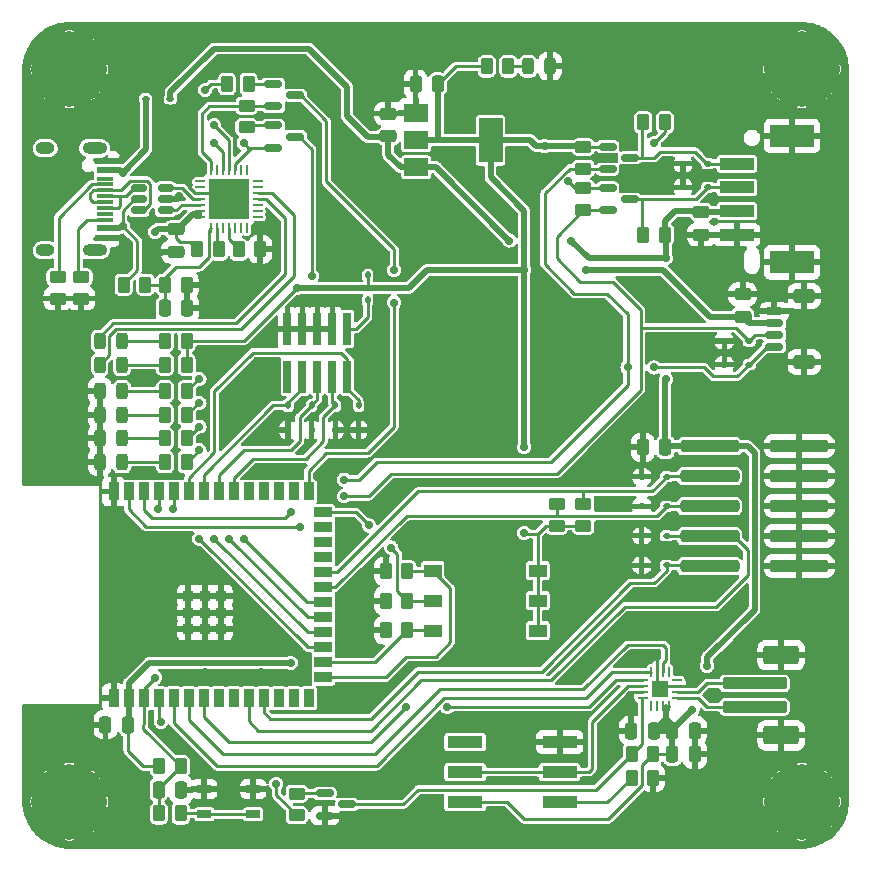
<source format=gbr>
%TF.GenerationSoftware,KiCad,Pcbnew,7.0.1*%
%TF.CreationDate,2023-04-30T16:49:33+02:00*%
%TF.ProjectId,Controller,436f6e74-726f-46c6-9c65-722e6b696361,rev?*%
%TF.SameCoordinates,Original*%
%TF.FileFunction,Copper,L1,Top*%
%TF.FilePolarity,Positive*%
%FSLAX46Y46*%
G04 Gerber Fmt 4.6, Leading zero omitted, Abs format (unit mm)*
G04 Created by KiCad (PCBNEW 7.0.1) date 2023-04-30 16:49:33*
%MOMM*%
%LPD*%
G01*
G04 APERTURE LIST*
G04 Aperture macros list*
%AMRoundRect*
0 Rectangle with rounded corners*
0 $1 Rounding radius*
0 $2 $3 $4 $5 $6 $7 $8 $9 X,Y pos of 4 corners*
0 Add a 4 corners polygon primitive as box body*
4,1,4,$2,$3,$4,$5,$6,$7,$8,$9,$2,$3,0*
0 Add four circle primitives for the rounded corners*
1,1,$1+$1,$2,$3*
1,1,$1+$1,$4,$5*
1,1,$1+$1,$6,$7*
1,1,$1+$1,$8,$9*
0 Add four rect primitives between the rounded corners*
20,1,$1+$1,$2,$3,$4,$5,0*
20,1,$1+$1,$4,$5,$6,$7,0*
20,1,$1+$1,$6,$7,$8,$9,0*
20,1,$1+$1,$8,$9,$2,$3,0*%
G04 Aperture macros list end*
%TA.AperFunction,SMDPad,CuDef*%
%ADD10R,2.895600X0.990600*%
%TD*%
%TA.AperFunction,SMDPad,CuDef*%
%ADD11R,3.708400X1.905000*%
%TD*%
%TA.AperFunction,SMDPad,CuDef*%
%ADD12RoundRect,0.250000X0.262500X0.450000X-0.262500X0.450000X-0.262500X-0.450000X0.262500X-0.450000X0*%
%TD*%
%TA.AperFunction,SMDPad,CuDef*%
%ADD13RoundRect,0.243750X-0.243750X-0.456250X0.243750X-0.456250X0.243750X0.456250X-0.243750X0.456250X0*%
%TD*%
%TA.AperFunction,SMDPad,CuDef*%
%ADD14RoundRect,0.112500X-0.112500X0.187500X-0.112500X-0.187500X0.112500X-0.187500X0.112500X0.187500X0*%
%TD*%
%TA.AperFunction,SMDPad,CuDef*%
%ADD15RoundRect,0.250000X-0.450000X0.262500X-0.450000X-0.262500X0.450000X-0.262500X0.450000X0.262500X0*%
%TD*%
%TA.AperFunction,SMDPad,CuDef*%
%ADD16R,0.650000X2.770000*%
%TD*%
%TA.AperFunction,SMDPad,CuDef*%
%ADD17RoundRect,0.250000X-0.250000X-0.475000X0.250000X-0.475000X0.250000X0.475000X-0.250000X0.475000X0*%
%TD*%
%TA.AperFunction,SMDPad,CuDef*%
%ADD18RoundRect,0.255000X-2.245000X-0.255000X2.245000X-0.255000X2.245000X0.255000X-2.245000X0.255000X0*%
%TD*%
%TA.AperFunction,SMDPad,CuDef*%
%ADD19RoundRect,0.112500X0.112500X-0.187500X0.112500X0.187500X-0.112500X0.187500X-0.112500X-0.187500X0*%
%TD*%
%TA.AperFunction,SMDPad,CuDef*%
%ADD20RoundRect,0.112500X0.187500X0.112500X-0.187500X0.112500X-0.187500X-0.112500X0.187500X-0.112500X0*%
%TD*%
%TA.AperFunction,SMDPad,CuDef*%
%ADD21RoundRect,0.150000X-0.587500X-0.150000X0.587500X-0.150000X0.587500X0.150000X-0.587500X0.150000X0*%
%TD*%
%TA.AperFunction,ComponentPad*%
%ADD22C,0.800000*%
%TD*%
%TA.AperFunction,ComponentPad*%
%ADD23C,6.400000*%
%TD*%
%TA.AperFunction,SMDPad,CuDef*%
%ADD24RoundRect,0.150000X0.512500X0.150000X-0.512500X0.150000X-0.512500X-0.150000X0.512500X-0.150000X0*%
%TD*%
%TA.AperFunction,SMDPad,CuDef*%
%ADD25RoundRect,0.250000X-0.262500X-0.450000X0.262500X-0.450000X0.262500X0.450000X-0.262500X0.450000X0*%
%TD*%
%TA.AperFunction,SMDPad,CuDef*%
%ADD26RoundRect,0.250000X0.450000X-0.262500X0.450000X0.262500X-0.450000X0.262500X-0.450000X-0.262500X0*%
%TD*%
%TA.AperFunction,SMDPad,CuDef*%
%ADD27R,1.450000X0.600000*%
%TD*%
%TA.AperFunction,SMDPad,CuDef*%
%ADD28R,1.450000X0.300000*%
%TD*%
%TA.AperFunction,ComponentPad*%
%ADD29O,2.100000X1.000000*%
%TD*%
%TA.AperFunction,ComponentPad*%
%ADD30O,1.600000X1.000000*%
%TD*%
%TA.AperFunction,SMDPad,CuDef*%
%ADD31R,3.000000X1.000000*%
%TD*%
%TA.AperFunction,SMDPad,CuDef*%
%ADD32RoundRect,0.250000X0.250000X0.475000X-0.250000X0.475000X-0.250000X-0.475000X0.250000X-0.475000X0*%
%TD*%
%TA.AperFunction,SMDPad,CuDef*%
%ADD33RoundRect,0.250000X0.475000X-0.250000X0.475000X0.250000X-0.475000X0.250000X-0.475000X-0.250000X0*%
%TD*%
%TA.AperFunction,SMDPad,CuDef*%
%ADD34R,0.900000X1.500000*%
%TD*%
%TA.AperFunction,SMDPad,CuDef*%
%ADD35R,1.500000X0.900000*%
%TD*%
%TA.AperFunction,SMDPad,CuDef*%
%ADD36R,0.900000X0.900000*%
%TD*%
%TA.AperFunction,SMDPad,CuDef*%
%ADD37RoundRect,0.243750X0.243750X0.456250X-0.243750X0.456250X-0.243750X-0.456250X0.243750X-0.456250X0*%
%TD*%
%TA.AperFunction,SMDPad,CuDef*%
%ADD38RoundRect,0.062500X-0.375000X-0.062500X0.375000X-0.062500X0.375000X0.062500X-0.375000X0.062500X0*%
%TD*%
%TA.AperFunction,SMDPad,CuDef*%
%ADD39RoundRect,0.062500X-0.062500X-0.375000X0.062500X-0.375000X0.062500X0.375000X-0.062500X0.375000X0*%
%TD*%
%TA.AperFunction,SMDPad,CuDef*%
%ADD40R,1.450000X1.450000*%
%TD*%
%TA.AperFunction,SMDPad,CuDef*%
%ADD41RoundRect,0.150000X-0.625000X0.150000X-0.625000X-0.150000X0.625000X-0.150000X0.625000X0.150000X0*%
%TD*%
%TA.AperFunction,SMDPad,CuDef*%
%ADD42RoundRect,0.250000X-0.650000X0.350000X-0.650000X-0.350000X0.650000X-0.350000X0.650000X0.350000X0*%
%TD*%
%TA.AperFunction,SMDPad,CuDef*%
%ADD43RoundRect,0.250000X-2.500000X0.250000X-2.500000X-0.250000X2.500000X-0.250000X2.500000X0.250000X0*%
%TD*%
%TA.AperFunction,SMDPad,CuDef*%
%ADD44RoundRect,0.250000X-1.250000X0.550000X-1.250000X-0.550000X1.250000X-0.550000X1.250000X0.550000X0*%
%TD*%
%TA.AperFunction,SMDPad,CuDef*%
%ADD45R,1.200000X0.650000*%
%TD*%
%TA.AperFunction,SMDPad,CuDef*%
%ADD46RoundRect,0.062500X-0.337500X-0.062500X0.337500X-0.062500X0.337500X0.062500X-0.337500X0.062500X0*%
%TD*%
%TA.AperFunction,SMDPad,CuDef*%
%ADD47RoundRect,0.062500X-0.062500X-0.337500X0.062500X-0.337500X0.062500X0.337500X-0.062500X0.337500X0*%
%TD*%
%TA.AperFunction,SMDPad,CuDef*%
%ADD48R,3.350000X3.350000*%
%TD*%
%TA.AperFunction,SMDPad,CuDef*%
%ADD49RoundRect,0.250000X-0.475000X0.250000X-0.475000X-0.250000X0.475000X-0.250000X0.475000X0.250000X0*%
%TD*%
%TA.AperFunction,SMDPad,CuDef*%
%ADD50R,1.500000X1.100000*%
%TD*%
%TA.AperFunction,SMDPad,CuDef*%
%ADD51R,2.000000X1.500000*%
%TD*%
%TA.AperFunction,SMDPad,CuDef*%
%ADD52R,2.000000X3.800000*%
%TD*%
%TA.AperFunction,ViaPad*%
%ADD53C,0.700000*%
%TD*%
%TA.AperFunction,Conductor*%
%ADD54C,0.500000*%
%TD*%
%TA.AperFunction,Conductor*%
%ADD55C,0.250000*%
%TD*%
G04 APERTURE END LIST*
D10*
%TO.P,J5,1,Pin_1*%
%TO.N,Net-(D18-A1)*%
X175862599Y-71905001D03*
%TO.P,J5,2,Pin_2*%
%TO.N,Net-(D19-A1)*%
X175862599Y-73904999D03*
%TO.P,J5,3,Pin_3*%
%TO.N,+5V*%
X175862599Y-75905001D03*
%TO.P,J5,4,Pin_4*%
%TO.N,GND*%
X175862599Y-77904999D03*
D11*
%TO.P,J5,MP*%
X180512600Y-80255001D03*
X180512600Y-69554999D03*
%TD*%
D12*
%TO.P,R11,2*%
%TO.N,Net-(D4-A)*%
X127417500Y-86905000D03*
%TO.P,R11,1*%
%TO.N,+3.3V*%
X129242500Y-86905000D03*
%TD*%
%TO.P,R19,2*%
%TO.N,Net-(D7-A)*%
X127417500Y-95155000D03*
%TO.P,R19,1*%
%TO.N,Net-(U4-GPIO10{slash}TOUCH10{slash}ADC1_CH9{slash}FSPICS0{slash}FSPIIO4{slash}SUBSPICS0)*%
X129242500Y-95155000D03*
%TD*%
D13*
%TO.P,D7,1,K*%
%TO.N,GND*%
X121892500Y-95155000D03*
%TO.P,D7,2,A*%
%TO.N,Net-(D7-A)*%
X123767500Y-95155000D03*
%TD*%
D12*
%TO.P,R20,1*%
%TO.N,Net-(U4-GPIO9{slash}TOUCH9{slash}ADC1_CH8{slash}FSPIHD{slash}SUBSPIHD)*%
X129242500Y-97155000D03*
%TO.P,R20,2*%
%TO.N,Net-(D8-A)*%
X127417500Y-97155000D03*
%TD*%
%TO.P,R17,2*%
%TO.N,Net-(D5-A)*%
X127417500Y-91155000D03*
%TO.P,R17,1*%
%TO.N,Net-(U4-GPIO12{slash}TOUCH12{slash}ADC2_CH1{slash}FSPICLK{slash}FSPIIO6{slash}SUBSPICLK)*%
X129242500Y-91155000D03*
%TD*%
D13*
%TO.P,D8,1,K*%
%TO.N,GND*%
X121892500Y-97155000D03*
%TO.P,D8,2,A*%
%TO.N,Net-(D8-A)*%
X123767500Y-97155000D03*
%TD*%
%TO.P,D5,2,A*%
%TO.N,Net-(D5-A)*%
X123767500Y-91155000D03*
%TO.P,D5,1,K*%
%TO.N,GND*%
X121892500Y-91155000D03*
%TD*%
D12*
%TO.P,R18,2*%
%TO.N,Net-(D6-A)*%
X127417500Y-93155000D03*
%TO.P,R18,1*%
%TO.N,Net-(U4-GPIO11{slash}TOUCH11{slash}ADC2_CH0{slash}FSPID{slash}FSPIIO5{slash}SUBSPID)*%
X129242500Y-93155000D03*
%TD*%
D13*
%TO.P,D6,2,A*%
%TO.N,Net-(D6-A)*%
X123767500Y-93155000D03*
%TO.P,D6,1,K*%
%TO.N,GND*%
X121892500Y-93155000D03*
%TD*%
D14*
%TO.P,D12,2,A2*%
%TO.N,GND*%
X137830000Y-94455000D03*
%TO.P,D12,1,A1*%
%TO.N,/ESP32/TDI*%
X137830000Y-92355000D03*
%TD*%
D15*
%TO.P,R2,1*%
%TO.N,Net-(J1-CC2)*%
X120330000Y-81492500D03*
%TO.P,R2,2*%
%TO.N,GND*%
X120330000Y-83317500D03*
%TD*%
D12*
%TO.P,R10,1*%
%TO.N,+3.3V*%
X129242500Y-88905000D03*
%TO.P,R10,2*%
%TO.N,Net-(D3-A)*%
X127417500Y-88905000D03*
%TD*%
D16*
%TO.P,J2,10,Pin_10*%
%TO.N,unconnected-(J2-Pin_10-Pad10)*%
X137790000Y-89920000D03*
%TO.P,J2,9,Pin_9*%
%TO.N,GND*%
X137790000Y-85890000D03*
%TO.P,J2,8,Pin_8*%
%TO.N,/ESP32/TDI*%
X139060000Y-89920000D03*
%TO.P,J2,7,Pin_7*%
%TO.N,GND*%
X139060000Y-85890000D03*
%TO.P,J2,6,Pin_6*%
%TO.N,/ESP32/TDO*%
X140330000Y-89920000D03*
%TO.P,J2,5,Pin_5*%
%TO.N,GND*%
X140330000Y-85890000D03*
%TO.P,J2,4,Pin_4*%
%TO.N,/ESP32/TCK*%
X141600000Y-89920000D03*
%TO.P,J2,3,Pin_3*%
%TO.N,GND*%
X141600000Y-85890000D03*
%TO.P,J2,2,Pin_2*%
%TO.N,/ESP32/TMS*%
X142870000Y-89920000D03*
%TO.P,J2,1,Pin_1*%
%TO.N,Net-(D13-K)*%
X142870000Y-85890000D03*
%TD*%
D15*
%TO.P,R27,1*%
%TO.N,+3.3V*%
X162830000Y-73992500D03*
%TO.P,R27,2*%
%TO.N,/ESP32/SDA*%
X162830000Y-75817500D03*
%TD*%
D12*
%TO.P,R14,1*%
%TO.N,/ESP32/JTAG*%
X147942500Y-106405000D03*
%TO.P,R14,2*%
%TO.N,GND*%
X146117500Y-106405000D03*
%TD*%
D17*
%TO.P,C7,1*%
%TO.N,+5V*%
X170380000Y-121905000D03*
%TO.P,C7,2*%
%TO.N,GND*%
X172280000Y-121905000D03*
%TD*%
D12*
%TO.P,R22,1*%
%TO.N,+5V*%
X168742500Y-121905000D03*
%TO.P,R22,2*%
%TO.N,Net-(Q3-C)*%
X166917500Y-121905000D03*
%TD*%
D18*
%TO.P,J4,10,Pin_10*%
%TO.N,GND*%
X181130000Y-105985000D03*
%TO.P,J4,9,Pin_9*%
%TO.N,/ESP32/RX_Driver*%
X173530000Y-105985000D03*
%TO.P,J4,8,Pin_8*%
%TO.N,GND*%
X181130000Y-103445000D03*
%TO.P,J4,7,Pin_7*%
%TO.N,/ESP32/TX_Driver*%
X173530000Y-103445000D03*
%TO.P,J4,6,Pin_6*%
%TO.N,GND*%
X181130000Y-100905000D03*
%TO.P,J4,5,Pin_5*%
%TO.N,/ESP32/Driver_Interrupt*%
X173530000Y-100905000D03*
%TO.P,J4,4,Pin_4*%
%TO.N,GND*%
X181130000Y-98365000D03*
%TO.P,J4,3,Pin_3*%
%TO.N,/ESP32/Controller_Interrupt*%
X173530000Y-98365000D03*
%TO.P,J4,2,Pin_2*%
%TO.N,GND*%
X181130000Y-95825000D03*
%TO.P,J4,1,Pin_1*%
%TO.N,+5V*%
X173530000Y-95825000D03*
%TD*%
D19*
%TO.P,D13,1,K*%
%TO.N,Net-(D13-K)*%
X144580000Y-83455000D03*
%TO.P,D13,2,A*%
%TO.N,+3.3V*%
X144580000Y-81355000D03*
%TD*%
D20*
%TO.P,D21,1,A1*%
%TO.N,/ESP32/SDA*%
X176880000Y-86905000D03*
%TO.P,D21,2,A2*%
%TO.N,GND*%
X174780000Y-86905000D03*
%TD*%
%TO.P,D20,1,A1*%
%TO.N,/ESP32/SCL*%
X176880000Y-88905000D03*
%TO.P,D20,2,A2*%
%TO.N,GND*%
X174780000Y-88905000D03*
%TD*%
D21*
%TO.P,Q4,1,G*%
%TO.N,+3.3V*%
X164892500Y-70455000D03*
%TO.P,Q4,2,S*%
%TO.N,/ESP32/SCL*%
X164892500Y-72355000D03*
%TO.P,Q4,3,D*%
%TO.N,Net-(D18-A1)*%
X166767500Y-71405000D03*
%TD*%
D22*
%TO.P,H4,1,1*%
%TO.N,GND*%
X178930000Y-125905000D03*
X179632944Y-124207944D03*
X179632944Y-127602056D03*
X181330000Y-123505000D03*
D23*
X181330000Y-125905000D03*
D22*
X181330000Y-128305000D03*
X183027056Y-124207944D03*
X183027056Y-127602056D03*
X183730000Y-125905000D03*
%TD*%
D12*
%TO.P,R13,1*%
%TO.N,/ESP32/VSPI*%
X147942500Y-108905000D03*
%TO.P,R13,2*%
%TO.N,GND*%
X146117500Y-108905000D03*
%TD*%
D24*
%TO.P,U2,1,I/O1*%
%TO.N,/USB Programmer/D-*%
X127467500Y-75855000D03*
%TO.P,U2,2,GND*%
%TO.N,GND*%
X127467500Y-74905000D03*
%TO.P,U2,3,I/O2*%
%TO.N,/USB Programmer/D+*%
X127467500Y-73955000D03*
%TO.P,U2,4,I/O3*%
%TO.N,/USB Programmer/D+_USB*%
X125192500Y-73955000D03*
%TO.P,U2,5,VBUS*%
%TO.N,VBUS*%
X125192500Y-74905000D03*
%TO.P,U2,6,I/O4*%
%TO.N,/USB Programmer/D-_USB*%
X125192500Y-75855000D03*
%TD*%
D15*
%TO.P,R26,1*%
%TO.N,+3.3V*%
X162830000Y-70492500D03*
%TO.P,R26,2*%
%TO.N,/ESP32/SCL*%
X162830000Y-72317500D03*
%TD*%
D25*
%TO.P,R1,2*%
%TO.N,Net-(D2-A)*%
X156492500Y-63655000D03*
%TO.P,R1,1*%
%TO.N,+3.3V*%
X154667500Y-63655000D03*
%TD*%
D17*
%TO.P,C10,1*%
%TO.N,GND*%
X167880000Y-95905000D03*
%TO.P,C10,2*%
%TO.N,+5V*%
X169780000Y-95905000D03*
%TD*%
%TO.P,C2,1*%
%TO.N,GND*%
X148630000Y-65155000D03*
%TO.P,C2,2*%
%TO.N,+3.3V*%
X150530000Y-65155000D03*
%TD*%
D20*
%TO.P,D16,1,A1*%
%TO.N,/ESP32/TX_Driver*%
X169880000Y-103405000D03*
%TO.P,D16,2,A2*%
%TO.N,GND*%
X167780000Y-103405000D03*
%TD*%
D21*
%TO.P,Q5,1,G*%
%TO.N,+3.3V*%
X164892500Y-73955000D03*
%TO.P,Q5,2,S*%
%TO.N,/ESP32/SDA*%
X164892500Y-75855000D03*
%TO.P,Q5,3,D*%
%TO.N,Net-(D19-A1)*%
X166767500Y-74905000D03*
%TD*%
D26*
%TO.P,R24,1*%
%TO.N,+3.3V*%
X162830000Y-102567500D03*
%TO.P,R24,2*%
%TO.N,/ESP32/Controller_Interrupt*%
X162830000Y-100742500D03*
%TD*%
D25*
%TO.P,R7,2*%
%TO.N,GND*%
X135492500Y-79155000D03*
%TO.P,R7,1*%
%TO.N,Net-(U3-~{SUSPEND})*%
X133667500Y-79155000D03*
%TD*%
D27*
%TO.P,J1,A1,GND*%
%TO.N,GND*%
X122375000Y-71655000D03*
%TO.P,J1,A4,VBUS*%
%TO.N,VBUS*%
X122375000Y-72455000D03*
D28*
%TO.P,J1,A5,CC1*%
%TO.N,Net-(J1-CC1)*%
X122375000Y-73655000D03*
%TO.P,J1,A6,D+*%
%TO.N,/USB Programmer/D+_USB*%
X122375000Y-74655000D03*
%TO.P,J1,A7,D-*%
%TO.N,/USB Programmer/D-_USB*%
X122375000Y-75155000D03*
%TO.P,J1,A8,SBU1*%
%TO.N,unconnected-(J1-SBU1-PadA8)*%
X122375000Y-76155000D03*
D27*
%TO.P,J1,A9,VBUS*%
%TO.N,VBUS*%
X122375000Y-77355000D03*
%TO.P,J1,A12,GND*%
%TO.N,GND*%
X122375000Y-78155000D03*
%TO.P,J1,B1,GND*%
X122375000Y-78155000D03*
%TO.P,J1,B4,VBUS*%
%TO.N,VBUS*%
X122375000Y-77355000D03*
D28*
%TO.P,J1,B5,CC2*%
%TO.N,Net-(J1-CC2)*%
X122375000Y-76655000D03*
%TO.P,J1,B6,D+*%
%TO.N,/USB Programmer/D+_USB*%
X122375000Y-75655000D03*
%TO.P,J1,B7,D-*%
%TO.N,/USB Programmer/D-_USB*%
X122375000Y-74155000D03*
%TO.P,J1,B8,SBU2*%
%TO.N,unconnected-(J1-SBU2-PadB8)*%
X122375000Y-73155000D03*
D27*
%TO.P,J1,B9,VBUS*%
%TO.N,VBUS*%
X122375000Y-72455000D03*
%TO.P,J1,B12,GND*%
%TO.N,GND*%
X122375000Y-71655000D03*
D29*
%TO.P,J1,S1,SHIELD*%
%TO.N,unconnected-(J1-SHIELD-PadS1)*%
X121460000Y-70585000D03*
D30*
X117280000Y-70585000D03*
D29*
X121460000Y-79225000D03*
D30*
X117280000Y-79225000D03*
%TD*%
D31*
%TO.P,SW3,C,CM*%
%TO.N,Net-(SW3-CM)*%
X160830000Y-123405000D03*
X152830000Y-123405000D03*
%TO.P,SW3,3,D3*%
%TO.N,Net-(SW3-D3)*%
X160830000Y-125945000D03*
%TO.P,SW3,2,D2*%
%TO.N,GND*%
X160830000Y-120865000D03*
%TO.P,SW3,1,D1*%
%TO.N,unconnected-(SW3-D1-Pad1)*%
X152830000Y-120865000D03*
%TO.P,SW3,0,D0*%
%TO.N,+5V*%
X152830000Y-125945000D03*
%TD*%
D20*
%TO.P,D18,1,A1*%
%TO.N,Net-(D18-A1)*%
X173380000Y-71905000D03*
%TO.P,D18,2,A2*%
%TO.N,GND*%
X171280000Y-71905000D03*
%TD*%
D32*
%TO.P,C6,1*%
%TO.N,+3.3V*%
X124280000Y-119405000D03*
%TO.P,C6,2*%
%TO.N,GND*%
X122380000Y-119405000D03*
%TD*%
D22*
%TO.P,H3,1,1*%
%TO.N,GND*%
X116930000Y-125905000D03*
X117632944Y-124207944D03*
X117632944Y-127602056D03*
X119330000Y-123505000D03*
D23*
X119330000Y-125905000D03*
D22*
X119330000Y-128305000D03*
X121027056Y-124207944D03*
X121027056Y-127602056D03*
X121730000Y-125905000D03*
%TD*%
D25*
%TO.P,R4,2*%
%TO.N,Net-(U3-~{RST})*%
X131992500Y-79155000D03*
%TO.P,R4,1*%
%TO.N,+3.3V*%
X130167500Y-79155000D03*
%TD*%
D20*
%TO.P,D14,1,A1*%
%TO.N,/ESP32/Controller_Interrupt*%
X169880000Y-98405000D03*
%TO.P,D14,2,A2*%
%TO.N,GND*%
X167780000Y-98405000D03*
%TD*%
D21*
%TO.P,Q1,1,B*%
%TO.N,Net-(Q1-B)*%
X136580000Y-68655000D03*
%TO.P,Q1,2,E*%
%TO.N,/USB Programmer/PRG_RTS*%
X136580000Y-70555000D03*
%TO.P,Q1,3,C*%
%TO.N,/ESP32/Rst*%
X138455000Y-69605000D03*
%TD*%
D17*
%TO.P,C5,1*%
%TO.N,/ESP32/Rst*%
X126880000Y-124905000D03*
%TO.P,C5,2*%
%TO.N,GND*%
X128780000Y-124905000D03*
%TD*%
D22*
%TO.P,H1,1,1*%
%TO.N,GND*%
X116930000Y-63905000D03*
X117632944Y-62207944D03*
X117632944Y-65602056D03*
X119330000Y-61505000D03*
D23*
X119330000Y-63905000D03*
D22*
X119330000Y-66305000D03*
X121027056Y-62207944D03*
X121027056Y-65602056D03*
X121730000Y-63905000D03*
%TD*%
D25*
%TO.P,R5,1*%
%TO.N,VBUS*%
X123917500Y-82155000D03*
%TO.P,R5,2*%
%TO.N,Net-(U3-VBUS)*%
X125742500Y-82155000D03*
%TD*%
%TO.P,R16,1*%
%TO.N,+3.3V*%
X126917500Y-122905000D03*
%TO.P,R16,2*%
%TO.N,/ESP32/Rst*%
X128742500Y-122905000D03*
%TD*%
D17*
%TO.P,C9,1*%
%TO.N,+5V*%
X170380000Y-119905000D03*
%TO.P,C9,2*%
%TO.N,GND*%
X172280000Y-119905000D03*
%TD*%
D13*
%TO.P,D3,1,K*%
%TO.N,Net-(D3-K)*%
X121892500Y-88905000D03*
%TO.P,D3,2,A*%
%TO.N,Net-(D3-A)*%
X123767500Y-88905000D03*
%TD*%
D33*
%TO.P,C11,1*%
%TO.N,GND*%
X172830000Y-77905000D03*
%TO.P,C11,2*%
%TO.N,+5V*%
X172830000Y-76005000D03*
%TD*%
D20*
%TO.P,D19,1,A1*%
%TO.N,Net-(D19-A1)*%
X173380000Y-73905000D03*
%TO.P,D19,2,A2*%
%TO.N,GND*%
X171280000Y-73905000D03*
%TD*%
D22*
%TO.P,H2,1,1*%
%TO.N,GND*%
X178930000Y-63905000D03*
X179632944Y-62207944D03*
X179632944Y-65602056D03*
X181330000Y-61505000D03*
D23*
X181330000Y-63905000D03*
D22*
X181330000Y-66305000D03*
X183027056Y-62207944D03*
X183027056Y-65602056D03*
X183730000Y-63905000D03*
%TD*%
D20*
%TO.P,D1,1,K*%
%TO.N,+5V*%
X127880000Y-66405000D03*
%TO.P,D1,2,A*%
%TO.N,VBUS*%
X125780000Y-66405000D03*
%TD*%
D12*
%TO.P,R12,1*%
%TO.N,/ESP32/LOG*%
X147942500Y-111405000D03*
%TO.P,R12,2*%
%TO.N,GND*%
X146117500Y-111405000D03*
%TD*%
D17*
%TO.P,C3,1*%
%TO.N,Net-(U3-VBUS)*%
X127380000Y-84155000D03*
%TO.P,C3,2*%
%TO.N,GND*%
X129280000Y-84155000D03*
%TD*%
D34*
%TO.P,U4,1,GND*%
%TO.N,GND*%
X123070000Y-117155000D03*
%TO.P,U4,2,3V3*%
%TO.N,+3.3V*%
X124340000Y-117155000D03*
%TO.P,U4,3,EN*%
%TO.N,/ESP32/Rst*%
X125610000Y-117155000D03*
%TO.P,U4,4,GPIO4/TOUCH4/ADC1_CH3*%
%TO.N,/Audio/Amp_Shutdown*%
X126880000Y-117155000D03*
%TO.P,U4,5,GPIO5/TOUCH5/ADC1_CH4*%
%TO.N,/Audio/BCLK*%
X128150000Y-117155000D03*
%TO.P,U4,6,GPIO6/TOUCH6/ADC1_CH5*%
%TO.N,/Audio/LRCLK*%
X129420000Y-117155000D03*
%TO.P,U4,7,GPIO7/TOUCH7/ADC1_CH6*%
%TO.N,/Audio/DIN*%
X130690000Y-117155000D03*
%TO.P,U4,8,GPIO15/U0RTS/ADC2_CH4/XTAL_32K_P*%
%TO.N,unconnected-(U4-GPIO15{slash}U0RTS{slash}ADC2_CH4{slash}XTAL_32K_P-Pad8)*%
X131960000Y-117155000D03*
%TO.P,U4,9,GPIO16/U0CTS/ADC2_CH5/XTAL_32K_N*%
%TO.N,unconnected-(U4-GPIO16{slash}U0CTS{slash}ADC2_CH5{slash}XTAL_32K_N-Pad9)*%
X133230000Y-117155000D03*
%TO.P,U4,10,GPIO17/U1TXD/ADC2_CH6*%
%TO.N,/ESP32/TX_Driver*%
X134500000Y-117155000D03*
%TO.P,U4,11,GPIO18/U1RXD/ADC2_CH7/CLK_OUT3*%
%TO.N,/ESP32/RX_Driver*%
X135770000Y-117155000D03*
%TO.P,U4,12,GPIO8/TOUCH8/ADC1_CH7/SUBSPICS1*%
%TO.N,unconnected-(U4-GPIO8{slash}TOUCH8{slash}ADC1_CH7{slash}SUBSPICS1-Pad12)*%
X137040000Y-117155000D03*
%TO.P,U4,13,GPIO19/U1RTS/ADC2_CH8/CLK_OUT2/USB_D-*%
%TO.N,unconnected-(U4-GPIO19{slash}U1RTS{slash}ADC2_CH8{slash}CLK_OUT2{slash}USB_D--Pad13)*%
X138310000Y-117155000D03*
%TO.P,U4,14,GPIO20/U1CTS/ADC2_CH9/CLK_OUT1/USB_D+*%
%TO.N,unconnected-(U4-GPIO20{slash}U1CTS{slash}ADC2_CH9{slash}CLK_OUT1{slash}USB_D+-Pad14)*%
X139580000Y-117155000D03*
D35*
%TO.P,U4,15,GPIO3/TOUCH3/ADC1_CH2*%
%TO.N,/ESP32/JTAG*%
X140830000Y-115390000D03*
%TO.P,U4,16,GPIO46*%
%TO.N,/ESP32/LOG*%
X140830000Y-114120000D03*
%TO.P,U4,17,GPIO9/TOUCH9/ADC1_CH8/FSPIHD/SUBSPIHD*%
%TO.N,Net-(U4-GPIO9{slash}TOUCH9{slash}ADC1_CH8{slash}FSPIHD{slash}SUBSPIHD)*%
X140830000Y-112850000D03*
%TO.P,U4,18,GPIO10/TOUCH10/ADC1_CH9/FSPICS0/FSPIIO4/SUBSPICS0*%
%TO.N,Net-(U4-GPIO10{slash}TOUCH10{slash}ADC1_CH9{slash}FSPICS0{slash}FSPIIO4{slash}SUBSPICS0)*%
X140830000Y-111580000D03*
%TO.P,U4,19,GPIO11/TOUCH11/ADC2_CH0/FSPID/FSPIIO5/SUBSPID*%
%TO.N,Net-(U4-GPIO11{slash}TOUCH11{slash}ADC2_CH0{slash}FSPID{slash}FSPIIO5{slash}SUBSPID)*%
X140830000Y-110310000D03*
%TO.P,U4,20,GPIO12/TOUCH12/ADC2_CH1/FSPICLK/FSPIIO6/SUBSPICLK*%
%TO.N,Net-(U4-GPIO12{slash}TOUCH12{slash}ADC2_CH1{slash}FSPICLK{slash}FSPIIO6{slash}SUBSPICLK)*%
X140830000Y-109040000D03*
%TO.P,U4,21,GPIO13/TOUCH13/ADC2_CH2/FSPIQ/FSPIIO7/SUBSPIQ*%
%TO.N,/ESP32/Driver_Interrupt*%
X140830000Y-107770000D03*
%TO.P,U4,22,GPIO14/TOUCH14/ADC2_CH3/FSPIWP/FSPIDQS/SUBSPIWP*%
%TO.N,/ESP32/Controller_Interrupt*%
X140830000Y-106500000D03*
%TO.P,U4,23,GPIO21*%
%TO.N,unconnected-(U4-GPIO21-Pad23)*%
X140830000Y-105230000D03*
%TO.P,U4,24,GPIO47/SPICLK_P/SUBSPICLK_P_DIFF*%
%TO.N,unconnected-(U4-GPIO47{slash}SPICLK_P{slash}SUBSPICLK_P_DIFF-Pad24)*%
X140830000Y-103960000D03*
%TO.P,U4,25,GPIO48/SPICLK_N/SUBSPICLK_N_DIFF*%
%TO.N,unconnected-(U4-GPIO48{slash}SPICLK_N{slash}SUBSPICLK_N_DIFF-Pad25)*%
X140830000Y-102690000D03*
%TO.P,U4,26,GPIO45*%
%TO.N,/ESP32/VSPI*%
X140830000Y-101420000D03*
D34*
%TO.P,U4,27,GPIO0/BOOT*%
%TO.N,/ESP32/Boot*%
X139580000Y-99655000D03*
%TO.P,U4,28,SPIIO6/GPIO35/FSPID/SUBSPID*%
%TO.N,unconnected-(U4-SPIIO6{slash}GPIO35{slash}FSPID{slash}SUBSPID-Pad28)*%
X138310000Y-99655000D03*
%TO.P,U4,29,SPIIO7/GPIO36/FSPICLK/SUBSPICLK*%
%TO.N,unconnected-(U4-SPIIO7{slash}GPIO36{slash}FSPICLK{slash}SUBSPICLK-Pad29)*%
X137040000Y-99655000D03*
%TO.P,U4,30,SPIDQS/GPIO37/FSPIQ/SUBSPIQ*%
%TO.N,unconnected-(U4-SPIDQS{slash}GPIO37{slash}FSPIQ{slash}SUBSPIQ-Pad30)*%
X135770000Y-99655000D03*
%TO.P,U4,31,GPIO38/FSPIWP/SUBSPIWP*%
%TO.N,unconnected-(U4-GPIO38{slash}FSPIWP{slash}SUBSPIWP-Pad31)*%
X134500000Y-99655000D03*
%TO.P,U4,32,MTCK/GPIO39/CLK_OUT3/SUBSPICS1*%
%TO.N,/ESP32/TCK*%
X133230000Y-99655000D03*
%TO.P,U4,33,MTDO/GPIO40/CLK_OUT2*%
%TO.N,/ESP32/TDO*%
X131960000Y-99655000D03*
%TO.P,U4,34,MTDI/GPIO41/CLK_OUT1*%
%TO.N,/ESP32/TDI*%
X130690000Y-99655000D03*
%TO.P,U4,35,MTMS/GPIO42*%
%TO.N,/ESP32/TMS*%
X129420000Y-99655000D03*
%TO.P,U4,36,U0RXD/GPIO44/CLK_OUT2*%
%TO.N,/ESP32/PRG_RX*%
X128150000Y-99655000D03*
%TO.P,U4,37,U0TXD/GPIO43/CLK_OUT1*%
%TO.N,/ESP32/PRG_TX*%
X126880000Y-99655000D03*
%TO.P,U4,38,GPIO2/TOUCH2/ADC1_CH1*%
%TO.N,/ESP32/SCL*%
X125610000Y-99655000D03*
%TO.P,U4,39,GPIO1/TOUCH1/ADC1_CH0*%
%TO.N,/ESP32/SDA*%
X124340000Y-99655000D03*
%TO.P,U4,40,GND*%
%TO.N,GND*%
X123070000Y-99655000D03*
D36*
%TO.P,U4,41,PAD*%
X129390000Y-111305000D03*
X130790000Y-111305000D03*
X132190000Y-111305000D03*
X129390000Y-109905000D03*
X130790000Y-109905000D03*
X132190000Y-109905000D03*
X129390000Y-108505000D03*
X130790000Y-108505000D03*
X132190000Y-108505000D03*
%TD*%
D12*
%TO.P,R28,1*%
%TO.N,+5V*%
X169742500Y-68405000D03*
%TO.P,R28,2*%
%TO.N,Net-(D18-A1)*%
X167917500Y-68405000D03*
%TD*%
D21*
%TO.P,Q3,1,B*%
%TO.N,Net-(Q3-B)*%
X140955000Y-125205000D03*
%TO.P,Q3,2,E*%
%TO.N,GND*%
X140955000Y-127105000D03*
%TO.P,Q3,3,C*%
%TO.N,Net-(Q3-C)*%
X142830000Y-126155000D03*
%TD*%
D25*
%TO.P,R9,1*%
%TO.N,/USB Programmer/PRG_RTS*%
X132667500Y-65155000D03*
%TO.P,R9,2*%
%TO.N,Net-(Q2-B)*%
X134492500Y-65155000D03*
%TD*%
D14*
%TO.P,D11,1,A1*%
%TO.N,/ESP32/TDO*%
X139830000Y-92355000D03*
%TO.P,D11,2,A2*%
%TO.N,GND*%
X139830000Y-94455000D03*
%TD*%
D25*
%TO.P,R6,2*%
%TO.N,GND*%
X129242500Y-82155000D03*
%TO.P,R6,1*%
%TO.N,Net-(U3-VBUS)*%
X127417500Y-82155000D03*
%TD*%
D12*
%TO.P,R15,1*%
%TO.N,Net-(R15-Pad1)*%
X128742500Y-126905000D03*
%TO.P,R15,2*%
%TO.N,/ESP32/Rst*%
X126917500Y-126905000D03*
%TD*%
D15*
%TO.P,R3,2*%
%TO.N,GND*%
X118330000Y-83317500D03*
%TO.P,R3,1*%
%TO.N,Net-(J1-CC1)*%
X118330000Y-81492500D03*
%TD*%
D37*
%TO.P,D2,2,A*%
%TO.N,Net-(D2-A)*%
X158142500Y-63655000D03*
%TO.P,D2,1,K*%
%TO.N,GND*%
X160017500Y-63655000D03*
%TD*%
D26*
%TO.P,R21,1*%
%TO.N,/Audio/Amp_Shutdown*%
X138580000Y-127067500D03*
%TO.P,R21,2*%
%TO.N,Net-(Q3-B)*%
X138580000Y-125242500D03*
%TD*%
D32*
%TO.P,C8,1*%
%TO.N,+5V*%
X168780000Y-119905000D03*
%TO.P,C8,2*%
%TO.N,GND*%
X166880000Y-119905000D03*
%TD*%
D38*
%TO.P,U5,1,DIN*%
%TO.N,/Audio/DIN*%
X167892500Y-115655000D03*
%TO.P,U5,2,GAIN_SLOT*%
%TO.N,Net-(SW3-CM)*%
X167892500Y-116155000D03*
%TO.P,U5,3,GND*%
%TO.N,GND*%
X167892500Y-116655000D03*
%TO.P,U5,4,~{SD_MODE}*%
%TO.N,Net-(Q3-C)*%
X167892500Y-117155000D03*
D39*
%TO.P,U5,5*%
%TO.N,N/C*%
X168580000Y-117842500D03*
%TO.P,U5,6*%
X169080000Y-117842500D03*
%TO.P,U5,7,VDD*%
%TO.N,+5V*%
X169580000Y-117842500D03*
%TO.P,U5,8,VDD*%
X170080000Y-117842500D03*
D38*
%TO.P,U5,9,OUTP*%
%TO.N,Net-(J3-Pin_2)*%
X170767500Y-117155000D03*
%TO.P,U5,10,OUTN*%
%TO.N,Net-(J3-Pin_1)*%
X170767500Y-116655000D03*
%TO.P,U5,11,GND*%
%TO.N,GND*%
X170767500Y-116155000D03*
%TO.P,U5,12*%
%TO.N,N/C*%
X170767500Y-115655000D03*
D39*
%TO.P,U5,13*%
X170080000Y-114967500D03*
%TO.P,U5,14,LRCLK*%
%TO.N,/Audio/LRCLK*%
X169580000Y-114967500D03*
%TO.P,U5,15,GND*%
%TO.N,GND*%
X169080000Y-114967500D03*
%TO.P,U5,16,BCLK*%
%TO.N,/Audio/BCLK*%
X168580000Y-114967500D03*
D40*
%TO.P,U5,17,PAD*%
%TO.N,GND*%
X169330000Y-116405000D03*
%TD*%
D41*
%TO.P,J6,1,Pin_1*%
%TO.N,GND*%
X179005000Y-84405000D03*
%TO.P,J6,2,Pin_2*%
%TO.N,+3.3V*%
X179005000Y-85405000D03*
%TO.P,J6,3,Pin_3*%
%TO.N,/ESP32/SDA*%
X179005000Y-86405000D03*
%TO.P,J6,4,Pin_4*%
%TO.N,/ESP32/SCL*%
X179005000Y-87405000D03*
D42*
%TO.P,J6,MP*%
%TO.N,GND*%
X181530000Y-83105000D03*
X181530000Y-88705000D03*
%TD*%
D21*
%TO.P,Q2,1,B*%
%TO.N,Net-(Q2-B)*%
X136580000Y-65155000D03*
%TO.P,Q2,2,E*%
%TO.N,/USB Programmer/PRG_DTR*%
X136580000Y-67055000D03*
%TO.P,Q2,3,C*%
%TO.N,/ESP32/Boot*%
X138455000Y-66105000D03*
%TD*%
D12*
%TO.P,R29,1*%
%TO.N,+5V*%
X169742500Y-77905000D03*
%TO.P,R29,2*%
%TO.N,Net-(D19-A1)*%
X167917500Y-77905000D03*
%TD*%
D26*
%TO.P,R25,2*%
%TO.N,/ESP32/Driver_Interrupt*%
X160580000Y-100742500D03*
%TO.P,R25,1*%
%TO.N,+3.3V*%
X160580000Y-102567500D03*
%TD*%
D15*
%TO.P,R8,1*%
%TO.N,/USB Programmer/PRG_DTR*%
X134330000Y-66992500D03*
%TO.P,R8,2*%
%TO.N,Net-(Q1-B)*%
X134330000Y-68817500D03*
%TD*%
D43*
%TO.P,J3,1,Pin_1*%
%TO.N,Net-(J3-Pin_1)*%
X177330000Y-115905000D03*
%TO.P,J3,2,Pin_2*%
%TO.N,Net-(J3-Pin_2)*%
X177330000Y-117905000D03*
D44*
%TO.P,J3,MP*%
%TO.N,GND*%
X179580000Y-113505000D03*
X179580000Y-120305000D03*
%TD*%
D45*
%TO.P,SW2,1,1*%
%TO.N,GND*%
X130755000Y-124830000D03*
X134905000Y-124830000D03*
%TO.P,SW2,2,2*%
%TO.N,Net-(R15-Pad1)*%
X130755000Y-126980000D03*
X134880000Y-126980000D03*
%TD*%
D20*
%TO.P,D15,1,A1*%
%TO.N,/ESP32/Driver_Interrupt*%
X169880000Y-100905000D03*
%TO.P,D15,2,A2*%
%TO.N,GND*%
X167780000Y-100905000D03*
%TD*%
%TO.P,D17,1,A1*%
%TO.N,/ESP32/RX_Driver*%
X169880000Y-105905000D03*
%TO.P,D17,2,A2*%
%TO.N,GND*%
X167780000Y-105905000D03*
%TD*%
D46*
%TO.P,U3,1,~{DCD}*%
%TO.N,unconnected-(U3-~{DCD}-Pad1)*%
X130380000Y-73405000D03*
%TO.P,U3,2,~{RI}/CLK*%
%TO.N,unconnected-(U3-~{RI}{slash}CLK-Pad2)*%
X130380000Y-73905000D03*
%TO.P,U3,3,GND*%
%TO.N,GND*%
X130380000Y-74405000D03*
%TO.P,U3,4,D+*%
%TO.N,/USB Programmer/D+*%
X130380000Y-74905000D03*
%TO.P,U3,5,D-*%
%TO.N,/USB Programmer/D-*%
X130380000Y-75405000D03*
%TO.P,U3,6,VDD*%
%TO.N,+3.3V*%
X130380000Y-75905000D03*
%TO.P,U3,7,VREGIN*%
X130380000Y-76405000D03*
D47*
%TO.P,U3,8,VBUS*%
%TO.N,Net-(U3-VBUS)*%
X131330000Y-77355000D03*
%TO.P,U3,9,~{RST}*%
%TO.N,Net-(U3-~{RST})*%
X131830000Y-77355000D03*
%TO.P,U3,10,NC*%
%TO.N,unconnected-(U3-NC-Pad10)*%
X132330000Y-77355000D03*
%TO.P,U3,11,~{SUSPEND}*%
%TO.N,Net-(U3-~{SUSPEND})*%
X132830000Y-77355000D03*
%TO.P,U3,12,SUSPEND*%
%TO.N,unconnected-(U3-SUSPEND-Pad12)*%
X133330000Y-77355000D03*
%TO.P,U3,13,CHREN*%
%TO.N,unconnected-(U3-CHREN-Pad13)*%
X133830000Y-77355000D03*
%TO.P,U3,14,CHR1*%
%TO.N,unconnected-(U3-CHR1-Pad14)*%
X134330000Y-77355000D03*
D46*
%TO.P,U3,15,CHR0*%
%TO.N,unconnected-(U3-CHR0-Pad15)*%
X135280000Y-76405000D03*
%TO.P,U3,16,~{WAKEUP}/GPIO.3*%
%TO.N,unconnected-(U3-~{WAKEUP}{slash}GPIO.3-Pad16)*%
X135280000Y-75905000D03*
%TO.P,U3,17,RS485/GPIO.2*%
%TO.N,unconnected-(U3-RS485{slash}GPIO.2-Pad17)*%
X135280000Y-75405000D03*
%TO.P,U3,18,~{RXT}/GPIO.1*%
%TO.N,Net-(D4-K)*%
X135280000Y-74905000D03*
%TO.P,U3,19,~{TXT}/GPIO.0*%
%TO.N,Net-(D3-K)*%
X135280000Y-74405000D03*
%TO.P,U3,20,GPIO.6*%
%TO.N,unconnected-(U3-GPIO.6-Pad20)*%
X135280000Y-73905000D03*
%TO.P,U3,21,GPIO.5*%
%TO.N,unconnected-(U3-GPIO.5-Pad21)*%
X135280000Y-73405000D03*
D47*
%TO.P,U3,22,GPIO.4*%
%TO.N,unconnected-(U3-GPIO.4-Pad22)*%
X134330000Y-72455000D03*
%TO.P,U3,23,~{CTS}*%
%TO.N,unconnected-(U3-~{CTS}-Pad23)*%
X133830000Y-72455000D03*
%TO.P,U3,24,~{RTS}*%
%TO.N,/USB Programmer/PRG_RTS*%
X133330000Y-72455000D03*
%TO.P,U3,25,RXD*%
%TO.N,/ESP32/PRG_TX*%
X132830000Y-72455000D03*
%TO.P,U3,26,TXD*%
%TO.N,/ESP32/PRG_RX*%
X132330000Y-72455000D03*
%TO.P,U3,27,~{DSR}*%
%TO.N,unconnected-(U3-~{DSR}-Pad27)*%
X131830000Y-72455000D03*
%TO.P,U3,28,~{DTR}*%
%TO.N,/USB Programmer/PRG_DTR*%
X131330000Y-72455000D03*
D48*
%TO.P,U3,29,PAD*%
%TO.N,GND*%
X132830000Y-74905000D03*
%TD*%
D14*
%TO.P,D10,1,A1*%
%TO.N,/ESP32/TCK*%
X141830000Y-92355000D03*
%TO.P,D10,2,A2*%
%TO.N,GND*%
X141830000Y-94455000D03*
%TD*%
D25*
%TO.P,R23,2*%
%TO.N,GND*%
X168742500Y-123905000D03*
%TO.P,R23,1*%
%TO.N,Net-(SW3-D3)*%
X166917500Y-123905000D03*
%TD*%
D49*
%TO.P,C12,2*%
%TO.N,+3.3V*%
X176330000Y-84855000D03*
%TO.P,C12,1*%
%TO.N,GND*%
X176330000Y-82955000D03*
%TD*%
D14*
%TO.P,D9,2,A2*%
%TO.N,GND*%
X143830000Y-94455000D03*
%TO.P,D9,1,A1*%
%TO.N,/ESP32/TMS*%
X143830000Y-92355000D03*
%TD*%
D13*
%TO.P,D4,2,A*%
%TO.N,Net-(D4-A)*%
X123767500Y-86905000D03*
%TO.P,D4,1,K*%
%TO.N,Net-(D4-K)*%
X121892500Y-86905000D03*
%TD*%
D33*
%TO.P,C4,1*%
%TO.N,GND*%
X128330000Y-79355000D03*
%TO.P,C4,2*%
%TO.N,+3.3V*%
X128330000Y-77455000D03*
%TD*%
D50*
%TO.P,SW1,1*%
%TO.N,+3.3V*%
X158980000Y-111445000D03*
%TO.P,SW1,2*%
X158980000Y-108905000D03*
%TO.P,SW1,3*%
X158980000Y-106365000D03*
%TO.P,SW1,4*%
%TO.N,/ESP32/JTAG*%
X150080000Y-106365000D03*
%TO.P,SW1,5*%
%TO.N,/ESP32/VSPI*%
X150080000Y-108905000D03*
%TO.P,SW1,6*%
%TO.N,/ESP32/LOG*%
X150080000Y-111445000D03*
%TD*%
D51*
%TO.P,U1,3,VI*%
%TO.N,+5V*%
X148680000Y-72205000D03*
D52*
%TO.P,U1,2,VO*%
%TO.N,+3.3V*%
X154980000Y-69905000D03*
D51*
X148680000Y-69905000D03*
%TO.P,U1,1,GND*%
%TO.N,GND*%
X148680000Y-67605000D03*
%TD*%
D49*
%TO.P,C1,2*%
%TO.N,+5V*%
X146330000Y-69555000D03*
%TO.P,C1,1*%
%TO.N,GND*%
X146330000Y-67655000D03*
%TD*%
D53*
%TO.N,GND*%
X162080000Y-88155000D03*
X144830000Y-89905000D03*
X144830000Y-86155000D03*
X141330000Y-83405000D03*
X138330000Y-83655000D03*
%TO.N,+3.3V*%
X159580000Y-70405000D03*
X161556944Y-73381944D03*
%TO.N,GND*%
X126580000Y-79905000D03*
X166080000Y-129405000D03*
X163080000Y-129405000D03*
X166830000Y-129405000D03*
X161580000Y-129405000D03*
X165330000Y-129405000D03*
X162330000Y-129405000D03*
X169830000Y-129405000D03*
X178830000Y-129405000D03*
X167580000Y-129405000D03*
X163830000Y-129405000D03*
X169080000Y-129405000D03*
X175830000Y-129405000D03*
X168330000Y-129405000D03*
X164580000Y-129405000D03*
X160080000Y-129405000D03*
X178080000Y-129405000D03*
X177330000Y-129405000D03*
X160830000Y-129405000D03*
X176580000Y-129405000D03*
X159330000Y-129405000D03*
X157830000Y-129405000D03*
X126330000Y-129405000D03*
X143580000Y-129405000D03*
X139830000Y-129405000D03*
X122580000Y-129405000D03*
X145080000Y-129405000D03*
X123330000Y-129405000D03*
X148080000Y-129405000D03*
X153330000Y-129405000D03*
X154080000Y-129405000D03*
X125580000Y-129405000D03*
X121830000Y-129405000D03*
X146580000Y-129405000D03*
X141330000Y-129405000D03*
X154830000Y-129405000D03*
X170580000Y-129405000D03*
X157080000Y-129405000D03*
X155580000Y-129405000D03*
X124080000Y-129405000D03*
X144330000Y-129405000D03*
X175080000Y-129405000D03*
X139080000Y-129405000D03*
X140580000Y-129405000D03*
X158580000Y-129405000D03*
X172080000Y-129405000D03*
X145830000Y-129405000D03*
X174330000Y-129405000D03*
X127830000Y-129405000D03*
X124830000Y-129405000D03*
X151080000Y-129405000D03*
X147330000Y-129405000D03*
X150330000Y-129405000D03*
X173580000Y-129405000D03*
X172830000Y-129405000D03*
X171330000Y-129405000D03*
X121080000Y-129405000D03*
X156330000Y-129405000D03*
X179580000Y-129405000D03*
X152580000Y-129405000D03*
X149580000Y-129405000D03*
X142080000Y-129405000D03*
X127080000Y-129405000D03*
X151830000Y-129405000D03*
X148830000Y-129405000D03*
X142830000Y-129405000D03*
X133080000Y-129405000D03*
X132330000Y-129405000D03*
X135330000Y-129405000D03*
X134580000Y-129405000D03*
X137580000Y-129405000D03*
X131580000Y-129405000D03*
X129330000Y-129405000D03*
X128580000Y-129405000D03*
X136830000Y-129405000D03*
X136080000Y-129405000D03*
X130080000Y-129405000D03*
X130830000Y-129405000D03*
X133830000Y-129405000D03*
X138330000Y-129405000D03*
X184830000Y-82905000D03*
X184830000Y-78405000D03*
X184830000Y-75405000D03*
X184830000Y-74655000D03*
X184830000Y-80655000D03*
X184830000Y-81405000D03*
X184830000Y-73155000D03*
X184830000Y-73905000D03*
X184830000Y-76155000D03*
X184830000Y-82155000D03*
X184830000Y-79155000D03*
X184830000Y-79905000D03*
X184830000Y-76905000D03*
X184830000Y-77655000D03*
X184830000Y-87405000D03*
X184830000Y-93405000D03*
X184830000Y-96405000D03*
X184830000Y-71655000D03*
X184830000Y-86655000D03*
X184830000Y-94155000D03*
X184830000Y-97155000D03*
X184830000Y-124155000D03*
X184830000Y-100905000D03*
X184830000Y-65655000D03*
X184830000Y-115905000D03*
X184830000Y-117405000D03*
X184830000Y-118155000D03*
X184830000Y-94905000D03*
X184830000Y-91905000D03*
X184830000Y-95655000D03*
X184830000Y-69405000D03*
X184830000Y-72405000D03*
X184830000Y-118905000D03*
X184830000Y-90405000D03*
X184830000Y-116655000D03*
X184830000Y-103155000D03*
X184830000Y-85155000D03*
X184830000Y-83655000D03*
X184830000Y-119655000D03*
X184830000Y-88905000D03*
X184830000Y-68655000D03*
X184830000Y-100155000D03*
X184830000Y-101655000D03*
X184830000Y-115155000D03*
X184830000Y-99405000D03*
X184830000Y-85905000D03*
X184830000Y-91155000D03*
X184830000Y-66405000D03*
X184830000Y-70155000D03*
X184830000Y-98655000D03*
X184830000Y-97905000D03*
X184830000Y-92655000D03*
X184830000Y-67905000D03*
X184830000Y-89655000D03*
X184830000Y-67155000D03*
X184830000Y-84405000D03*
X184830000Y-88155000D03*
X184830000Y-70905000D03*
X184830000Y-102405000D03*
X184830000Y-103905000D03*
X184830000Y-121155000D03*
X184830000Y-105405000D03*
X184830000Y-121905000D03*
X184830000Y-122655000D03*
X184830000Y-104655000D03*
X184830000Y-109155000D03*
X184830000Y-112905000D03*
X184830000Y-120405000D03*
X184830000Y-113655000D03*
X184830000Y-108405000D03*
X184830000Y-112155000D03*
X184830000Y-123405000D03*
X184830000Y-114405000D03*
X184830000Y-106905000D03*
X184830000Y-109905000D03*
X184830000Y-106155000D03*
X184830000Y-111405000D03*
X184830000Y-107655000D03*
X184830000Y-110655000D03*
X124080000Y-110155000D03*
X119330000Y-68405000D03*
X118330000Y-73405000D03*
X128330000Y-71905000D03*
X129330000Y-67155000D03*
X126330000Y-62655000D03*
X143580000Y-62905000D03*
X149330000Y-86155000D03*
X151080000Y-102905000D03*
X162580000Y-104655000D03*
X164330000Y-107405000D03*
X169580000Y-108405000D03*
X170080000Y-110905000D03*
X148330000Y-93655000D03*
X150330000Y-95405000D03*
X156330000Y-95655000D03*
X154080000Y-85655000D03*
X164330000Y-85405000D03*
X168080000Y-82905000D03*
X171330000Y-84155000D03*
X173080000Y-67405000D03*
X175830000Y-65405000D03*
X168830000Y-62655000D03*
X157580000Y-68155000D03*
X161830000Y-66405000D03*
X141580000Y-80405000D03*
X141330000Y-77655000D03*
X149580000Y-77405000D03*
%TO.N,+3.3V*%
X163080000Y-80905000D03*
X157830000Y-80905000D03*
X157830000Y-95905000D03*
%TO.N,GND*%
X144830000Y-73155000D03*
X142580000Y-69905000D03*
X134080000Y-92405000D03*
X134830000Y-89405000D03*
X135330000Y-94905000D03*
X115830000Y-98655000D03*
X115830000Y-79905000D03*
X115830000Y-76905000D03*
X115830000Y-67155000D03*
X115830000Y-81405000D03*
X115830000Y-118905000D03*
X115830000Y-85905000D03*
X115830000Y-67905000D03*
X115830000Y-86655000D03*
X115830000Y-88155000D03*
X115830000Y-91905000D03*
X115830000Y-93405000D03*
X115830000Y-75405000D03*
X115830000Y-95655000D03*
X115830000Y-74655000D03*
X115830000Y-92655000D03*
X115830000Y-118155000D03*
X115830000Y-97155000D03*
X115830000Y-76155000D03*
X115830000Y-79155000D03*
X115830000Y-69405000D03*
X115830000Y-82905000D03*
X115830000Y-72405000D03*
X115830000Y-84405000D03*
X115830000Y-68655000D03*
X115830000Y-70905000D03*
X115830000Y-71655000D03*
X115830000Y-66405000D03*
X115830000Y-94155000D03*
X115830000Y-80655000D03*
X115830000Y-85155000D03*
X115830000Y-120405000D03*
X115830000Y-89655000D03*
X115830000Y-124155000D03*
X115830000Y-77655000D03*
X115830000Y-97905000D03*
X115830000Y-121155000D03*
X115830000Y-91155000D03*
X115830000Y-78405000D03*
X115830000Y-122655000D03*
X115830000Y-121905000D03*
X115830000Y-87405000D03*
X115830000Y-96405000D03*
X115830000Y-82155000D03*
X115830000Y-70155000D03*
X115830000Y-119655000D03*
X115830000Y-123405000D03*
X115830000Y-88905000D03*
X115830000Y-73905000D03*
X115830000Y-73155000D03*
X115830000Y-90405000D03*
X115830000Y-94905000D03*
X115830000Y-83655000D03*
X115830000Y-65655000D03*
X175580000Y-123155000D03*
%TO.N,+5V*%
X172080000Y-118155000D03*
X173330000Y-114405000D03*
%TO.N,GND*%
X173580000Y-118655000D03*
X175580000Y-119655000D03*
X164580000Y-123155000D03*
X164330000Y-120655000D03*
X165580000Y-118405000D03*
%TO.N,/USB Programmer/PRG_RTS*%
X130830000Y-65655000D03*
X134080000Y-70155000D03*
%TO.N,/ESP32/Rst*%
X139830000Y-81405000D03*
%TO.N,/ESP32/Boot*%
X146830000Y-80905000D03*
X146830000Y-83655000D03*
%TO.N,/ESP32/Rst*%
X126580000Y-115405000D03*
%TO.N,GND*%
X152580000Y-72155000D03*
X152080000Y-67905000D03*
X147080000Y-62655000D03*
X144129500Y-67811593D03*
X146580000Y-65155000D03*
%TO.N,+3.3V*%
X138080000Y-114155000D03*
X157830000Y-103155000D03*
X126580000Y-77655000D03*
X138580000Y-82405000D03*
%TO.N,GND*%
X172580000Y-82155000D03*
X173580000Y-83655000D03*
%TO.N,+5V*%
X168830000Y-70155000D03*
X161830000Y-78405000D03*
X156580000Y-78405000D03*
X169830000Y-79904998D03*
X169830000Y-90155000D03*
%TO.N,/ESP32/SCL*%
X168830000Y-89155000D03*
X166580000Y-89155000D03*
%TO.N,GND*%
X135830000Y-97655000D03*
%TO.N,/ESP32/SCL*%
X142580000Y-98655000D03*
%TO.N,/ESP32/SDA*%
X142580000Y-100054503D03*
%TO.N,GND*%
X146330000Y-100405000D03*
X143330000Y-97405000D03*
%TO.N,/ESP32/VSPI*%
X144705000Y-102530000D03*
X146580000Y-104405000D03*
%TO.N,GND*%
X143330000Y-112905000D03*
X143830000Y-107405000D03*
X144080000Y-110155000D03*
X142830000Y-103405000D03*
X120580000Y-119905000D03*
%TO.N,/Audio/Amp_Shutdown*%
X136830000Y-124405000D03*
X127080000Y-119155000D03*
%TO.N,GND*%
X166580000Y-113905000D03*
%TO.N,/Audio/DIN*%
X151330000Y-117905000D03*
X147830000Y-117905000D03*
%TO.N,GND*%
X131330000Y-90155000D03*
X133080000Y-87905000D03*
X136080000Y-86405000D03*
X134080000Y-83155000D03*
X132580000Y-82155000D03*
X136830000Y-79155000D03*
%TO.N,/ESP32/PRG_TX*%
X131580000Y-68655000D03*
%TO.N,/ESP32/PRG_RX*%
X131580000Y-70155000D03*
%TO.N,GND*%
X121080000Y-121905000D03*
X118830000Y-119405000D03*
X125330000Y-105155000D03*
X130830000Y-114954500D03*
X135580000Y-114954500D03*
X135580000Y-110405000D03*
X127254500Y-111301708D03*
X127830000Y-108155000D03*
X123080000Y-115655000D03*
X123080000Y-101155000D03*
X169330000Y-72905000D03*
X167130000Y-72505000D03*
X166330000Y-97105000D03*
X167730000Y-94305000D03*
X172730000Y-79305000D03*
X178330000Y-78505000D03*
X178330000Y-77305000D03*
X178530000Y-82905000D03*
X166080000Y-60405000D03*
X163080000Y-60405000D03*
X166830000Y-60405000D03*
X161580000Y-60405000D03*
X165330000Y-60405000D03*
X162330000Y-60405000D03*
X169830000Y-60405000D03*
X178830000Y-60405000D03*
X167580000Y-60405000D03*
X163830000Y-60405000D03*
X169080000Y-60405000D03*
X175830000Y-60405000D03*
X168330000Y-60405000D03*
X164580000Y-60405000D03*
X160080000Y-60405000D03*
X178080000Y-60405000D03*
X177330000Y-60405000D03*
X160830000Y-60405000D03*
X176580000Y-60405000D03*
X159330000Y-60405000D03*
X157830000Y-60405000D03*
X126330000Y-60405000D03*
X143580000Y-60405000D03*
X139830000Y-60405000D03*
X122580000Y-60405000D03*
X145080000Y-60405000D03*
X123330000Y-60405000D03*
X148080000Y-60405000D03*
X153330000Y-60405000D03*
X154080000Y-60405000D03*
X125580000Y-60405000D03*
X121830000Y-60405000D03*
X146580000Y-60405000D03*
X141330000Y-60405000D03*
X154830000Y-60405000D03*
X170580000Y-60405000D03*
X157080000Y-60405000D03*
X155580000Y-60405000D03*
X124080000Y-60405000D03*
X144330000Y-60405000D03*
X175080000Y-60405000D03*
X139080000Y-60405000D03*
X140580000Y-60405000D03*
X158580000Y-60405000D03*
X172080000Y-60405000D03*
X145830000Y-60405000D03*
X174330000Y-60405000D03*
X127830000Y-60405000D03*
X124830000Y-60405000D03*
X151080000Y-60405000D03*
X147330000Y-60405000D03*
X150330000Y-60405000D03*
X173580000Y-60405000D03*
X172830000Y-60405000D03*
X171330000Y-60405000D03*
X156330000Y-60405000D03*
X179580000Y-60405000D03*
X152580000Y-60405000D03*
X149580000Y-60405000D03*
X142080000Y-60405000D03*
X127080000Y-60405000D03*
X151830000Y-60405000D03*
X148830000Y-60405000D03*
X142830000Y-60405000D03*
X133080000Y-60405000D03*
X132330000Y-60405000D03*
X135330000Y-60405000D03*
X134580000Y-60405000D03*
X137580000Y-60405000D03*
X131580000Y-60405000D03*
X129330000Y-60405000D03*
X128580000Y-60405000D03*
X136830000Y-60405000D03*
X136080000Y-60405000D03*
X130080000Y-60405000D03*
X130830000Y-60405000D03*
X133830000Y-60405000D03*
X138330000Y-60405000D03*
%TO.N,/ESP32/SDA*%
X138830000Y-102655000D03*
%TO.N,/ESP32/SCL*%
X138080000Y-101405000D03*
%TO.N,/ESP32/PRG_RX*%
X128080000Y-101155000D03*
%TO.N,/ESP32/PRG_TX*%
X126830000Y-101155000D03*
%TO.N,GND*%
X143830000Y-93405000D03*
X141830000Y-93405000D03*
X139830000Y-93405000D03*
X137830000Y-93405000D03*
X166830000Y-116905000D03*
X169103729Y-113678090D03*
X169330000Y-116405000D03*
X171830000Y-115905000D03*
X123830000Y-78405000D03*
X123830000Y-71405000D03*
%TO.N,VBUS*%
X123830000Y-72655000D03*
X123830000Y-77155000D03*
%TO.N,GND*%
X131830000Y-75905000D03*
X131830000Y-73905000D03*
X133830000Y-73905000D03*
X133830000Y-75905000D03*
X132830000Y-74905000D03*
X129330000Y-73405000D03*
X128580000Y-74655000D03*
X172330000Y-73905000D03*
X172330000Y-71905000D03*
X175830000Y-86905000D03*
X175830000Y-88905000D03*
X168830000Y-98405000D03*
X168830000Y-100905000D03*
X168830000Y-103405000D03*
X168830000Y-105905000D03*
%TO.N,Net-(U4-GPIO12{slash}TOUCH12{slash}ADC2_CH1{slash}FSPICLK{slash}FSPIIO6{slash}SUBSPICLK)*%
X130330000Y-90155000D03*
X134080000Y-103655000D03*
%TO.N,Net-(U4-GPIO11{slash}TOUCH11{slash}ADC2_CH0{slash}FSPID{slash}FSPIIO5{slash}SUBSPID)*%
X130330000Y-92155000D03*
X132830000Y-103655000D03*
%TO.N,Net-(U4-GPIO10{slash}TOUCH10{slash}ADC1_CH9{slash}FSPICS0{slash}FSPIIO4{slash}SUBSPICS0)*%
X131580000Y-103655000D03*
X130330000Y-94155000D03*
%TO.N,Net-(U4-GPIO9{slash}TOUCH9{slash}ADC1_CH8{slash}FSPIHD{slash}SUBSPIHD)*%
X130330000Y-96155000D03*
X130330000Y-103655000D03*
%TD*%
D54*
%TO.N,+3.3V*%
X159580000Y-70405000D02*
X162742500Y-70405000D01*
D55*
X162167500Y-73992500D02*
X161556944Y-73381944D01*
X162830000Y-73992500D02*
X162167500Y-73992500D01*
D54*
X158830000Y-70405000D02*
X159580000Y-70405000D01*
%TO.N,GND*%
X127130000Y-79355000D02*
X126580000Y-79905000D01*
X128330000Y-79355000D02*
X127130000Y-79355000D01*
%TO.N,+3.3V*%
X126830000Y-77405000D02*
X128280000Y-77405000D01*
X126580000Y-77655000D02*
X126830000Y-77405000D01*
X128280000Y-77405000D02*
X128330000Y-77455000D01*
X149580000Y-80905000D02*
X148080000Y-82405000D01*
X148080000Y-82405000D02*
X144580000Y-82405000D01*
X157830000Y-80905000D02*
X149580000Y-80905000D01*
X157830000Y-75905000D02*
X154980000Y-73055000D01*
X154980000Y-73055000D02*
X154980000Y-69905000D01*
X157830000Y-80905000D02*
X157830000Y-75905000D01*
X157830000Y-95905000D02*
X157830000Y-80905000D01*
X169580000Y-80905000D02*
X163080000Y-80905000D01*
X173530000Y-84855000D02*
X169580000Y-80905000D01*
X176330000Y-84855000D02*
X173530000Y-84855000D01*
D55*
%TO.N,/ESP32/SCL*%
X161667500Y-72317500D02*
X162830000Y-72317500D01*
X159580000Y-80405000D02*
X159580000Y-74405000D01*
X159580000Y-74405000D02*
X161667500Y-72317500D01*
X162080000Y-82905000D02*
X159580000Y-80405000D01*
X164830000Y-82905000D02*
X162080000Y-82905000D01*
X166580000Y-84655000D02*
X164830000Y-82905000D01*
X166580000Y-89155000D02*
X166580000Y-84655000D01*
X143830000Y-98655000D02*
X142580000Y-98655000D01*
X145330000Y-97155000D02*
X143830000Y-98655000D01*
X160080000Y-97155000D02*
X145330000Y-97155000D01*
X166580000Y-90655000D02*
X160080000Y-97155000D01*
X166580000Y-89155000D02*
X166580000Y-90655000D01*
%TO.N,/ESP32/SDA*%
X162580000Y-81905000D02*
X165330000Y-81905000D01*
X167705000Y-84280000D02*
X165330000Y-81905000D01*
X167705000Y-85780000D02*
X167705000Y-84280000D01*
X167705000Y-91030000D02*
X167705000Y-85780000D01*
X144680497Y-100054503D02*
X146580000Y-98155000D01*
X146580000Y-98155000D02*
X160580000Y-98155000D01*
X160580000Y-98155000D02*
X167705000Y-91030000D01*
X142580000Y-100054503D02*
X144680497Y-100054503D01*
X175755000Y-85780000D02*
X167705000Y-85780000D01*
X176880000Y-86905000D02*
X175755000Y-85780000D01*
X160580000Y-79905000D02*
X162580000Y-81905000D01*
X160580000Y-78067500D02*
X160580000Y-79905000D01*
X162830000Y-75817500D02*
X160580000Y-78067500D01*
%TO.N,/ESP32/SCL*%
X175880000Y-89905000D02*
X176880000Y-88905000D01*
X173080000Y-89155000D02*
X173830000Y-89905000D01*
X168830000Y-89155000D02*
X173080000Y-89155000D01*
X173830000Y-89905000D02*
X175880000Y-89905000D01*
%TO.N,/ESP32/TCK*%
X133230000Y-98505000D02*
X133230000Y-99655000D01*
X139330000Y-96905000D02*
X134830000Y-96905000D01*
X134830000Y-96905000D02*
X133230000Y-98505000D01*
X140830000Y-93355000D02*
X140830000Y-95405000D01*
X141830000Y-92355000D02*
X140830000Y-93355000D01*
X140830000Y-95405000D02*
X139330000Y-96905000D01*
%TO.N,/ESP32/TDO*%
X134080000Y-96155000D02*
X131960000Y-98275000D01*
X138080000Y-96155000D02*
X134080000Y-96155000D01*
X139830000Y-92355000D02*
X138830000Y-93355000D01*
X138830000Y-93355000D02*
X138830000Y-95405000D01*
X138830000Y-95405000D02*
X138080000Y-96155000D01*
X131960000Y-98275000D02*
X131960000Y-99655000D01*
%TO.N,+5V*%
X168742500Y-121905000D02*
X170380000Y-121905000D01*
%TO.N,Net-(Q3-C)*%
X163917500Y-124905000D02*
X166917500Y-121905000D01*
X148830000Y-124905000D02*
X163917500Y-124905000D01*
X147580000Y-126155000D02*
X148830000Y-124905000D01*
X142830000Y-126155000D02*
X147580000Y-126155000D01*
%TO.N,Net-(Q3-B)*%
X138617500Y-125205000D02*
X138580000Y-125242500D01*
X140955000Y-125205000D02*
X138617500Y-125205000D01*
%TO.N,/Audio/Amp_Shutdown*%
X138580000Y-127067500D02*
X136830000Y-125317500D01*
X136830000Y-125317500D02*
X136830000Y-124405000D01*
%TO.N,+5V*%
X164943173Y-127405000D02*
X157830000Y-127405000D01*
X156370000Y-125945000D02*
X152830000Y-125945000D01*
X167830000Y-122817500D02*
X167830000Y-124518173D01*
X167830000Y-124518173D02*
X164943173Y-127405000D01*
X157830000Y-127405000D02*
X156370000Y-125945000D01*
X168742500Y-121905000D02*
X167830000Y-122817500D01*
%TO.N,Net-(SW3-D3)*%
X164877500Y-125945000D02*
X166917500Y-123905000D01*
X160830000Y-125945000D02*
X164877500Y-125945000D01*
D54*
%TO.N,+5V*%
X170380000Y-119855000D02*
X170380000Y-119905000D01*
X173330000Y-113655000D02*
X173330000Y-114405000D01*
X177330000Y-109655000D02*
X173330000Y-113655000D01*
X177330000Y-96405000D02*
X177330000Y-109655000D01*
D55*
%TO.N,/ESP32/TX_Driver*%
X175620000Y-103445000D02*
X173530000Y-103445000D01*
X176755499Y-104580499D02*
X175620000Y-103445000D01*
D54*
%TO.N,+5V*%
X172080000Y-118155000D02*
X170380000Y-119855000D01*
D55*
%TO.N,/ESP32/TX_Driver*%
X176755499Y-106729501D02*
X176755499Y-104580499D01*
X174080000Y-109405000D02*
X176755499Y-106729501D01*
X166330000Y-109405000D02*
X174080000Y-109405000D01*
X160080000Y-115655000D02*
X166330000Y-109405000D01*
X144830000Y-119905000D02*
X149080000Y-115655000D01*
X149080000Y-115655000D02*
X160080000Y-115655000D01*
X135330000Y-119905000D02*
X144830000Y-119905000D01*
X134500000Y-117155000D02*
X134500000Y-119075000D01*
X134500000Y-119075000D02*
X135330000Y-119905000D01*
D54*
%TO.N,+5V*%
X176750000Y-95825000D02*
X177330000Y-96405000D01*
X173530000Y-95825000D02*
X176750000Y-95825000D01*
D55*
X170080000Y-117905000D02*
X169830000Y-118155000D01*
X170080000Y-117842500D02*
X170080000Y-117905000D01*
X169580000Y-117905000D02*
X169830000Y-118155000D01*
X169580000Y-117842500D02*
X169580000Y-117905000D01*
D54*
X169830000Y-118905000D02*
X169830000Y-118155000D01*
X169830000Y-118155000D02*
X169830000Y-117905000D01*
X170380000Y-119455000D02*
X170380000Y-119905000D01*
X169830000Y-118905000D02*
X170380000Y-119455000D01*
X170380000Y-119905000D02*
X168780000Y-119905000D01*
X169830000Y-119355000D02*
X169830000Y-118905000D01*
X170380000Y-119905000D02*
X169830000Y-119355000D01*
X168830000Y-119905000D02*
X169830000Y-118905000D01*
X168780000Y-119905000D02*
X168830000Y-119905000D01*
X169280000Y-119905000D02*
X169830000Y-119355000D01*
X168780000Y-119905000D02*
X169280000Y-119905000D01*
X170380000Y-121905000D02*
X170380000Y-119905000D01*
D55*
%TO.N,Net-(SW3-CM)*%
X166580000Y-116155000D02*
X167892500Y-116155000D01*
X163580000Y-119155000D02*
X166580000Y-116155000D01*
X163580000Y-123155000D02*
X163580000Y-119155000D01*
X163330000Y-123405000D02*
X163580000Y-123155000D01*
X160830000Y-123405000D02*
X163330000Y-123405000D01*
%TO.N,/ESP32/Boot*%
X138905000Y-66105000D02*
X138455000Y-66105000D01*
X141080000Y-68280000D02*
X138905000Y-66105000D01*
X141080000Y-73405000D02*
X141080000Y-68280000D01*
X146830000Y-79155000D02*
X141080000Y-73405000D01*
X146830000Y-80905000D02*
X146830000Y-79155000D01*
D54*
%TO.N,+5V*%
X142830000Y-65405000D02*
X142830000Y-67905000D01*
X139580000Y-62155000D02*
X142830000Y-65405000D01*
X142830000Y-67905000D02*
X144580000Y-69655000D01*
X131580000Y-62155000D02*
X139580000Y-62155000D01*
X146230000Y-69655000D02*
X146330000Y-69555000D01*
X127880000Y-65855000D02*
X131580000Y-62155000D01*
X144580000Y-69655000D02*
X146230000Y-69655000D01*
X127880000Y-66405000D02*
X127880000Y-65855000D01*
D55*
%TO.N,/ESP32/Rst*%
X138780000Y-69605000D02*
X138455000Y-69605000D01*
X139830000Y-70655000D02*
X138780000Y-69605000D01*
X139830000Y-81405000D02*
X139830000Y-70655000D01*
D54*
%TO.N,VBUS*%
X125830000Y-66455000D02*
X125780000Y-66405000D01*
X125830000Y-70655000D02*
X125830000Y-66455000D01*
X123830000Y-72655000D02*
X125830000Y-70655000D01*
D55*
%TO.N,Net-(Q2-B)*%
X136580000Y-65155000D02*
X134492500Y-65155000D01*
%TO.N,/USB Programmer/PRG_RTS*%
X131330000Y-65155000D02*
X130830000Y-65655000D01*
X132667500Y-65155000D02*
X131330000Y-65155000D01*
X134080000Y-70155000D02*
X134480000Y-70555000D01*
X134480000Y-70555000D02*
X134681992Y-70555000D01*
%TO.N,Net-(Q1-B)*%
X134492500Y-68655000D02*
X134330000Y-68817500D01*
X136580000Y-68655000D02*
X134492500Y-68655000D01*
%TO.N,/USB Programmer/PRG_DTR*%
X130580000Y-67655000D02*
X131180000Y-67055000D01*
X131180000Y-67055000D02*
X136580000Y-67055000D01*
X130580000Y-70905000D02*
X130580000Y-67655000D01*
X131330000Y-71655000D02*
X130580000Y-70905000D01*
X131330000Y-72455000D02*
X131330000Y-71655000D01*
%TO.N,/USB Programmer/PRG_RTS*%
X133330000Y-71906992D02*
X133330000Y-72455000D01*
X134681992Y-70555000D02*
X133330000Y-71906992D01*
X136580000Y-70555000D02*
X134681992Y-70555000D01*
%TO.N,VBUS*%
X125080000Y-78405000D02*
X125080000Y-80905000D01*
X123830000Y-77155000D02*
X125080000Y-78405000D01*
X123917500Y-82155000D02*
X123917500Y-82067500D01*
X123917500Y-82067500D02*
X125080000Y-80905000D01*
%TO.N,/ESP32/Boot*%
X141080000Y-96405000D02*
X144580000Y-96405000D01*
X145330000Y-95655000D02*
X146830000Y-94155000D01*
X139580000Y-97905000D02*
X141080000Y-96405000D01*
X146830000Y-94155000D02*
X146830000Y-83655000D01*
X144580000Y-96405000D02*
X145330000Y-95655000D01*
X139580000Y-99655000D02*
X139580000Y-97905000D01*
%TO.N,/ESP32/Rst*%
X125610000Y-117155000D02*
X125610000Y-116375000D01*
X125610000Y-116375000D02*
X126580000Y-115405000D01*
D54*
%TO.N,+5V*%
X146330000Y-70905000D02*
X146330000Y-71155000D01*
X146330000Y-69555000D02*
X146330000Y-70905000D01*
D55*
%TO.N,Net-(D2-A)*%
X158142500Y-63655000D02*
X156492500Y-63655000D01*
%TO.N,+3.3V*%
X152030000Y-63655000D02*
X150530000Y-65155000D01*
X154667500Y-63655000D02*
X152030000Y-63655000D01*
X134080000Y-86905000D02*
X138580000Y-82405000D01*
X129242500Y-86905000D02*
X134080000Y-86905000D01*
X157930000Y-103255000D02*
X157830000Y-103155000D01*
X158980000Y-103255000D02*
X157930000Y-103255000D01*
D54*
X124340000Y-117155000D02*
X124340000Y-115905000D01*
X126090000Y-114155000D02*
X138080000Y-114155000D01*
X124340000Y-115905000D02*
X126090000Y-114155000D01*
D55*
X159667500Y-102567500D02*
X160580000Y-102567500D01*
X158980000Y-103255000D02*
X159667500Y-102567500D01*
X158980000Y-106365000D02*
X158980000Y-103255000D01*
X158980000Y-111445000D02*
X158980000Y-106365000D01*
X162830000Y-102567500D02*
X160580000Y-102567500D01*
X144580000Y-81355000D02*
X144580000Y-82405000D01*
D54*
X144580000Y-82405000D02*
X138580000Y-82405000D01*
X176880000Y-85405000D02*
X176330000Y-84855000D01*
X179005000Y-85405000D02*
X176880000Y-85405000D01*
%TO.N,+5V*%
X169830000Y-79905000D02*
X169830000Y-79904998D01*
X150380000Y-72205000D02*
X156580000Y-78405000D01*
X148680000Y-72205000D02*
X150380000Y-72205000D01*
%TO.N,+3.3V*%
X162742500Y-70405000D02*
X162830000Y-70492500D01*
X158330000Y-69905000D02*
X158830000Y-70405000D01*
X154980000Y-69905000D02*
X158330000Y-69905000D01*
D55*
%TO.N,+5V*%
X169742500Y-69242500D02*
X168830000Y-70155000D01*
X169742500Y-68405000D02*
X169742500Y-69242500D01*
D54*
X163330000Y-79905000D02*
X161830000Y-78405000D01*
X169830000Y-79905000D02*
X169830000Y-77992500D01*
X169830000Y-79905000D02*
X163330000Y-79905000D01*
X175762600Y-76005000D02*
X175862599Y-75905001D01*
X172830000Y-76005000D02*
X175762600Y-76005000D01*
X172730000Y-75905000D02*
X172830000Y-76005000D01*
X169742500Y-76742500D02*
X170580000Y-75905000D01*
X169742500Y-77905000D02*
X169742500Y-76742500D01*
X170580000Y-75905000D02*
X172730000Y-75905000D01*
X169780000Y-90205000D02*
X169830000Y-90155000D01*
X169830000Y-77992500D02*
X169742500Y-77905000D01*
X169780000Y-95905000D02*
X169780000Y-90205000D01*
X169860000Y-95825000D02*
X169780000Y-95905000D01*
X173530000Y-95825000D02*
X169860000Y-95825000D01*
%TO.N,+3.3V*%
X150580000Y-69905000D02*
X154980000Y-69905000D01*
X148680000Y-69905000D02*
X150580000Y-69905000D01*
X150530000Y-65155000D02*
X150530000Y-69855000D01*
X150530000Y-69855000D02*
X150580000Y-69905000D01*
%TO.N,+5V*%
X146330000Y-71155000D02*
X147380000Y-72205000D01*
X147380000Y-72205000D02*
X148680000Y-72205000D01*
D55*
%TO.N,/Audio/BCLK*%
X163080000Y-117155000D02*
X151080000Y-117155000D01*
X165267500Y-114967500D02*
X163080000Y-117155000D01*
X151080000Y-117155000D02*
X145330000Y-122905000D01*
X128150000Y-119225000D02*
X128150000Y-117155000D01*
X168580000Y-114967500D02*
X165267500Y-114967500D01*
X145330000Y-122905000D02*
X131830000Y-122905000D01*
X131830000Y-122905000D02*
X128150000Y-119225000D01*
%TO.N,/ESP32/SCL*%
X137580000Y-101905000D02*
X138080000Y-101405000D01*
X125610000Y-101185000D02*
X126330000Y-101905000D01*
X126330000Y-101905000D02*
X137580000Y-101905000D01*
X125610000Y-99655000D02*
X125610000Y-101185000D01*
%TO.N,GND*%
X174780000Y-86905000D02*
X175830000Y-86905000D01*
%TO.N,/ESP32/VSPI*%
X147080000Y-108042500D02*
X147080000Y-104905000D01*
X147942500Y-108905000D02*
X147080000Y-108042500D01*
X147080000Y-104905000D02*
X146580000Y-104405000D01*
X140830000Y-101420000D02*
X143595000Y-101420000D01*
X143595000Y-101420000D02*
X144705000Y-102530000D01*
%TO.N,/ESP32/Controller_Interrupt*%
X148830000Y-99655000D02*
X163580000Y-99655000D01*
X141985000Y-106500000D02*
X148830000Y-99655000D01*
X140830000Y-106500000D02*
X141985000Y-106500000D01*
X162830000Y-99655000D02*
X163580000Y-99655000D01*
X162830000Y-100742500D02*
X162830000Y-99655000D01*
%TO.N,/ESP32/Driver_Interrupt*%
X160580000Y-101730000D02*
X161580000Y-101730000D01*
X160580000Y-100742500D02*
X160580000Y-101730000D01*
%TO.N,/ESP32/Controller_Interrupt*%
X163580000Y-99655000D02*
X168630000Y-99655000D01*
%TO.N,/ESP32/Driver_Interrupt*%
X161580000Y-101730000D02*
X169055000Y-101730000D01*
X147870000Y-101730000D02*
X161580000Y-101730000D01*
X169055000Y-101730000D02*
X169880000Y-100905000D01*
X140830000Y-107770000D02*
X141830000Y-107770000D01*
X141830000Y-107770000D02*
X147870000Y-101730000D01*
%TO.N,/ESP32/Controller_Interrupt*%
X168630000Y-99655000D02*
X169880000Y-98405000D01*
%TO.N,/ESP32/JTAG*%
X146095000Y-115390000D02*
X140830000Y-115390000D01*
X147830000Y-113655000D02*
X146095000Y-115390000D01*
X150330000Y-113655000D02*
X147830000Y-113655000D01*
X151580000Y-107865000D02*
X151580000Y-112405000D01*
X151580000Y-112405000D02*
X150330000Y-113655000D01*
X150080000Y-106365000D02*
X151580000Y-107865000D01*
%TO.N,/ESP32/LOG*%
X145227500Y-114120000D02*
X140830000Y-114120000D01*
X147942500Y-111405000D02*
X145227500Y-114120000D01*
%TO.N,/ESP32/JTAG*%
X150040000Y-106405000D02*
X150080000Y-106365000D01*
X147942500Y-106405000D02*
X150040000Y-106405000D01*
%TO.N,/ESP32/VSPI*%
X147942500Y-108905000D02*
X150080000Y-108905000D01*
%TO.N,/ESP32/LOG*%
X150040000Y-111405000D02*
X150080000Y-111445000D01*
X147942500Y-111405000D02*
X150040000Y-111405000D01*
%TO.N,/Audio/Amp_Shutdown*%
X126880000Y-118955000D02*
X127080000Y-119155000D01*
X126880000Y-117155000D02*
X126880000Y-118955000D01*
%TO.N,/ESP32/RX_Driver*%
X169880000Y-106355000D02*
X169880000Y-105905000D01*
X166830000Y-107405000D02*
X168830000Y-107405000D01*
X168830000Y-107405000D02*
X169880000Y-106355000D01*
X144830000Y-118905000D02*
X148830000Y-114905000D01*
X148830000Y-114905000D02*
X159330000Y-114905000D01*
X135770000Y-118345000D02*
X136330000Y-118905000D01*
X136330000Y-118905000D02*
X144830000Y-118905000D01*
X135770000Y-117155000D02*
X135770000Y-118345000D01*
X159330000Y-114905000D02*
X166830000Y-107405000D01*
%TO.N,/Audio/LRCLK*%
X169580000Y-114155707D02*
X169580000Y-114967500D01*
X169830000Y-113905707D02*
X169580000Y-114155707D01*
X169830000Y-112905000D02*
X169830000Y-113905707D01*
X162830000Y-116405000D02*
X166580000Y-112655000D01*
X150694310Y-116405000D02*
X162830000Y-116405000D01*
X169580000Y-112655000D02*
X169830000Y-112905000D01*
X145194310Y-121905000D02*
X150694310Y-116405000D01*
X166580000Y-112655000D02*
X169580000Y-112655000D01*
X132330000Y-121905000D02*
X145194310Y-121905000D01*
X129420000Y-118995000D02*
X132330000Y-121905000D01*
X129420000Y-117155000D02*
X129420000Y-118995000D01*
%TO.N,/Audio/DIN*%
X165580000Y-115655000D02*
X167892500Y-115655000D01*
X163330000Y-117905000D02*
X165580000Y-115655000D01*
X151330000Y-117905000D02*
X163330000Y-117905000D01*
X144830000Y-120905000D02*
X147830000Y-117905000D01*
%TO.N,Net-(SW3-CM)*%
X160830000Y-123405000D02*
X152830000Y-123405000D01*
%TO.N,+3.3V*%
X129242500Y-88905000D02*
X129242500Y-86905000D01*
%TO.N,/ESP32/TMS*%
X142330000Y-87905000D02*
X142870000Y-88445000D01*
X129420000Y-98503173D02*
X131580000Y-96343173D01*
X129420000Y-99655000D02*
X129420000Y-98503173D01*
X134830000Y-87905000D02*
X142330000Y-87905000D01*
X131580000Y-96343173D02*
X131580000Y-91155000D01*
X131580000Y-91155000D02*
X134830000Y-87905000D01*
X142870000Y-88445000D02*
X142870000Y-89920000D01*
%TO.N,Net-(D3-K)*%
X138330000Y-81405000D02*
X138330000Y-76280000D01*
X138330000Y-76280000D02*
X136455000Y-74405000D01*
X133855000Y-85880000D02*
X138330000Y-81405000D01*
X136455000Y-74405000D02*
X135280000Y-74405000D01*
X122705000Y-86463166D02*
X123288166Y-85880000D01*
X123288166Y-85880000D02*
X133855000Y-85880000D01*
X122705000Y-88092500D02*
X122705000Y-86463166D01*
X121892500Y-88905000D02*
X122705000Y-88092500D01*
%TO.N,Net-(D4-K)*%
X133418811Y-85430499D02*
X123029501Y-85430499D01*
X137580000Y-81269310D02*
X133418811Y-85430499D01*
X137580000Y-76540690D02*
X137580000Y-81269310D01*
X121892500Y-86567500D02*
X121892500Y-86905000D01*
X135944310Y-74905000D02*
X137580000Y-76540690D01*
X123029501Y-85430499D02*
X121892500Y-86567500D01*
X135280000Y-74905000D02*
X135944310Y-74905000D01*
%TO.N,Net-(U3-~{SUSPEND})*%
X133667500Y-79155000D02*
X132830000Y-78317500D01*
X132830000Y-78317500D02*
X132830000Y-77355000D01*
%TO.N,Net-(U3-~{RST})*%
X131830000Y-78992500D02*
X131830000Y-77355000D01*
X131992500Y-79155000D02*
X131830000Y-78992500D01*
%TO.N,+3.3V*%
X128705000Y-78530000D02*
X128330000Y-78155000D01*
X129542500Y-78530000D02*
X128705000Y-78530000D01*
X128330000Y-78155000D02*
X128330000Y-77455000D01*
X130167500Y-79155000D02*
X129542500Y-78530000D01*
%TO.N,Net-(U3-VBUS)*%
X130330000Y-80655000D02*
X128330000Y-80655000D01*
X131155000Y-77530000D02*
X131155000Y-79830000D01*
X127417500Y-81567500D02*
X127417500Y-82155000D01*
X131330000Y-77355000D02*
X131155000Y-77530000D01*
X131155000Y-79830000D02*
X130330000Y-80655000D01*
X128330000Y-80655000D02*
X127417500Y-81567500D01*
%TO.N,+3.3V*%
X130380000Y-76405000D02*
X130380000Y-75905000D01*
X130080000Y-76405000D02*
X129830000Y-76155000D01*
X130380000Y-76405000D02*
X130080000Y-76405000D01*
X130080000Y-75905000D02*
X129830000Y-76155000D01*
X130380000Y-75905000D02*
X130080000Y-75905000D01*
D54*
X129830000Y-76155000D02*
X130330000Y-76155000D01*
X128530000Y-77455000D02*
X129830000Y-76155000D01*
X128330000Y-77455000D02*
X128530000Y-77455000D01*
D55*
%TO.N,/ESP32/PRG_TX*%
X131580000Y-68655000D02*
X132830000Y-69905000D01*
X132830000Y-69905000D02*
X132830000Y-72455000D01*
%TO.N,/ESP32/PRG_RX*%
X132330000Y-70905000D02*
X131580000Y-70155000D01*
X132330000Y-72455000D02*
X132330000Y-70905000D01*
%TO.N,Net-(D13-K)*%
X144580000Y-84905000D02*
X143595000Y-85890000D01*
X144580000Y-83455000D02*
X144580000Y-84905000D01*
X143595000Y-85890000D02*
X142870000Y-85890000D01*
%TO.N,+3.3V*%
X124280000Y-121605000D02*
X124280000Y-119405000D01*
X125580000Y-122905000D02*
X124280000Y-121605000D01*
X126917500Y-122905000D02*
X125580000Y-122905000D01*
D54*
X124340000Y-119345000D02*
X124280000Y-119405000D01*
X124340000Y-117155000D02*
X124340000Y-119345000D01*
D55*
%TO.N,/ESP32/Rst*%
X125580000Y-119742500D02*
X128742500Y-122905000D01*
X125580000Y-119405000D02*
X125580000Y-119742500D01*
X125610000Y-119375000D02*
X125580000Y-119405000D01*
X125610000Y-117155000D02*
X125610000Y-119375000D01*
X126880000Y-124905000D02*
X126880000Y-124767500D01*
X126880000Y-124767500D02*
X128742500Y-122905000D01*
X126917500Y-124942500D02*
X126880000Y-124905000D01*
X126917500Y-126905000D02*
X126917500Y-124942500D01*
%TO.N,/ESP32/SDA*%
X125830000Y-102655000D02*
X138830000Y-102655000D01*
X124340000Y-101165000D02*
X125830000Y-102655000D01*
X124340000Y-99655000D02*
X124340000Y-101165000D01*
%TO.N,Net-(U4-GPIO9{slash}TOUCH9{slash}ADC1_CH8{slash}FSPIHD{slash}SUBSPIHD)*%
X140830000Y-112850000D02*
X139525000Y-112850000D01*
X139525000Y-112850000D02*
X130330000Y-103655000D01*
%TO.N,Net-(U4-GPIO10{slash}TOUCH10{slash}ADC1_CH9{slash}FSPICS0{slash}FSPIIO4{slash}SUBSPICS0)*%
X140830000Y-111580000D02*
X139505000Y-111580000D01*
X139505000Y-111580000D02*
X131580000Y-103655000D01*
%TO.N,Net-(U4-GPIO11{slash}TOUCH11{slash}ADC2_CH0{slash}FSPID{slash}FSPIIO5{slash}SUBSPID)*%
X139485000Y-110310000D02*
X132830000Y-103655000D01*
X140830000Y-110310000D02*
X139485000Y-110310000D01*
%TO.N,Net-(U4-GPIO12{slash}TOUCH12{slash}ADC2_CH1{slash}FSPICLK{slash}FSPIIO6{slash}SUBSPICLK)*%
X140830000Y-109040000D02*
X139465000Y-109040000D01*
X139465000Y-109040000D02*
X134080000Y-103655000D01*
%TO.N,/ESP32/PRG_RX*%
X128150000Y-101085000D02*
X128080000Y-101155000D01*
X128150000Y-99655000D02*
X128150000Y-101085000D01*
%TO.N,/ESP32/PRG_TX*%
X126880000Y-101105000D02*
X126830000Y-101155000D01*
X126880000Y-99655000D02*
X126880000Y-101105000D01*
%TO.N,/ESP32/TDI*%
X130690000Y-98225000D02*
X130690000Y-99655000D01*
X136560000Y-92355000D02*
X130690000Y-98225000D01*
X137830000Y-92355000D02*
X136560000Y-92355000D01*
%TO.N,/ESP32/TMS*%
X142870000Y-90945000D02*
X143830000Y-91905000D01*
X142870000Y-89920000D02*
X142870000Y-90945000D01*
X143830000Y-91905000D02*
X143830000Y-92355000D01*
%TO.N,/ESP32/TDI*%
X139060000Y-90925000D02*
X139060000Y-89920000D01*
X137830000Y-92155000D02*
X139060000Y-90925000D01*
X137830000Y-92355000D02*
X137830000Y-92155000D01*
%TO.N,/ESP32/TDO*%
X140330000Y-91855000D02*
X140330000Y-89920000D01*
X139830000Y-92355000D02*
X140330000Y-91855000D01*
%TO.N,/ESP32/TCK*%
X141600000Y-92125000D02*
X141600000Y-89920000D01*
X141830000Y-92355000D02*
X141600000Y-92125000D01*
%TO.N,Net-(D19-A1)*%
X167830000Y-77817500D02*
X167830000Y-74905000D01*
X167917500Y-77905000D02*
X167830000Y-77817500D01*
X167830000Y-74905000D02*
X172380000Y-74905000D01*
X166767500Y-74905000D02*
X167830000Y-74905000D01*
%TO.N,Net-(D18-A1)*%
X167830000Y-68492500D02*
X167830000Y-71405000D01*
X167917500Y-68405000D02*
X167830000Y-68492500D01*
X167830000Y-71405000D02*
X166767500Y-71405000D01*
X168830000Y-71405000D02*
X167830000Y-71405000D01*
%TO.N,/ESP32/SDA*%
X162867500Y-75855000D02*
X162830000Y-75817500D01*
X164892500Y-75855000D02*
X162867500Y-75855000D01*
%TO.N,+3.3V*%
X164892500Y-73955000D02*
X162867500Y-73955000D01*
X162867500Y-73955000D02*
X162830000Y-73992500D01*
%TO.N,/ESP32/SCL*%
X162867500Y-72355000D02*
X162830000Y-72317500D01*
X164892500Y-72355000D02*
X162867500Y-72355000D01*
%TO.N,+3.3V*%
X162867500Y-70455000D02*
X162830000Y-70492500D01*
X164892500Y-70455000D02*
X162867500Y-70455000D01*
%TO.N,Net-(D18-A1)*%
X172330000Y-70905000D02*
X169330000Y-70905000D01*
X173330000Y-71905000D02*
X172330000Y-70905000D01*
X173380000Y-71905000D02*
X173330000Y-71905000D01*
X169330000Y-70905000D02*
X168830000Y-71405000D01*
%TO.N,Net-(D19-A1)*%
X172380000Y-74905000D02*
X173380000Y-73905000D01*
%TO.N,GND*%
X167080000Y-116655000D02*
X166830000Y-116905000D01*
X167892500Y-116655000D02*
X167080000Y-116655000D01*
%TO.N,/Audio/DIN*%
X167892500Y-115655000D02*
X167080000Y-115655000D01*
%TO.N,GND*%
X169080000Y-113701819D02*
X169103729Y-113678090D01*
X169080000Y-114967500D02*
X169080000Y-113701819D01*
X169080000Y-116155000D02*
X169330000Y-116405000D01*
X169080000Y-114967500D02*
X169080000Y-116155000D01*
X169580000Y-116155000D02*
X169330000Y-116405000D01*
X170767500Y-116155000D02*
X169580000Y-116155000D01*
X171580000Y-116155000D02*
X171830000Y-115905000D01*
X170767500Y-116155000D02*
X171580000Y-116155000D01*
%TO.N,Net-(J3-Pin_2)*%
X173330000Y-117905000D02*
X177330000Y-117905000D01*
X172580000Y-117155000D02*
X173330000Y-117905000D01*
X170767500Y-117155000D02*
X172580000Y-117155000D01*
%TO.N,Net-(J3-Pin_1)*%
X173330000Y-115905000D02*
X177330000Y-115905000D01*
X172580000Y-116655000D02*
X173330000Y-115905000D01*
X170767500Y-116655000D02*
X172580000Y-116655000D01*
%TO.N,/Audio/DIN*%
X130690000Y-117155000D02*
X130690000Y-118765000D01*
X132830000Y-120905000D02*
X144830000Y-120905000D01*
X130690000Y-118765000D02*
X132830000Y-120905000D01*
%TO.N,Net-(Q3-C)*%
X167830000Y-117217500D02*
X167892500Y-117155000D01*
X167830000Y-120992500D02*
X167830000Y-117217500D01*
X166917500Y-121905000D02*
X167830000Y-120992500D01*
X166830000Y-121992500D02*
X166917500Y-121905000D01*
%TO.N,Net-(R15-Pad1)*%
X134880000Y-126980000D02*
X130755000Y-126980000D01*
%TO.N,GND*%
X128855000Y-124830000D02*
X128780000Y-124905000D01*
%TO.N,Net-(R15-Pad1)*%
X130680000Y-126905000D02*
X130755000Y-126980000D01*
X128742500Y-126905000D02*
X130680000Y-126905000D01*
D54*
%TO.N,GND*%
X123580000Y-78155000D02*
X123830000Y-78405000D01*
X122375000Y-78155000D02*
X123580000Y-78155000D01*
X123580000Y-71655000D02*
X123830000Y-71405000D01*
X122375000Y-71655000D02*
X123580000Y-71655000D01*
D55*
%TO.N,VBUS*%
X123830000Y-75883249D02*
X123830000Y-77155000D01*
X124808249Y-74905000D02*
X123830000Y-75883249D01*
X125192500Y-74905000D02*
X124808249Y-74905000D01*
D54*
X123630000Y-72455000D02*
X123830000Y-72655000D01*
X122375000Y-72455000D02*
X123630000Y-72455000D01*
X123630000Y-77355000D02*
X123830000Y-77155000D01*
X122375000Y-77355000D02*
X123630000Y-77355000D01*
D55*
%TO.N,GND*%
X132830000Y-74905000D02*
X131830000Y-75905000D01*
X132830000Y-74905000D02*
X131830000Y-73905000D01*
X132830000Y-74905000D02*
X133830000Y-73905000D01*
X132830000Y-74905000D02*
X133830000Y-75905000D01*
X132330000Y-74405000D02*
X132830000Y-74905000D01*
X130380000Y-74405000D02*
X132330000Y-74405000D01*
X129330000Y-73803008D02*
X129330000Y-73405000D01*
X130380000Y-74405000D02*
X129931992Y-74405000D01*
%TO.N,/USB Programmer/D+*%
X129796302Y-74905000D02*
X128846302Y-73955000D01*
%TO.N,GND*%
X129931992Y-74405000D02*
X129330000Y-73803008D01*
%TO.N,/USB Programmer/D+*%
X130380000Y-74905000D02*
X129796302Y-74905000D01*
X128846302Y-73955000D02*
X127467500Y-73955000D01*
%TO.N,GND*%
X128330000Y-74905000D02*
X128580000Y-74655000D01*
X127467500Y-74905000D02*
X128330000Y-74905000D01*
%TO.N,/USB Programmer/D-*%
X128380000Y-75855000D02*
X127467500Y-75855000D01*
X128830000Y-75405000D02*
X128380000Y-75855000D01*
X130380000Y-75405000D02*
X128830000Y-75405000D01*
%TO.N,Net-(U3-VBUS)*%
X127380000Y-82192500D02*
X127417500Y-82155000D01*
X127380000Y-84155000D02*
X127380000Y-82192500D01*
X125742500Y-82155000D02*
X127417500Y-82155000D01*
%TO.N,Net-(J1-CC2)*%
X120830000Y-76655000D02*
X122375000Y-76655000D01*
X120085000Y-77400000D02*
X120830000Y-76655000D01*
X120085000Y-81247500D02*
X120085000Y-77400000D01*
X120330000Y-81492500D02*
X120085000Y-81247500D01*
%TO.N,Net-(J1-CC1)*%
X118405000Y-81417500D02*
X118330000Y-81492500D01*
X118405000Y-76464310D02*
X118405000Y-81417500D01*
X121214310Y-73655000D02*
X118405000Y-76464310D01*
X122375000Y-73655000D02*
X121214310Y-73655000D01*
%TO.N,/USB Programmer/D-_USB*%
X121350000Y-74155000D02*
X122375000Y-74155000D01*
X121080000Y-74885000D02*
X121080000Y-74425000D01*
X121080000Y-74425000D02*
X121350000Y-74155000D01*
X121350000Y-75155000D02*
X121080000Y-74885000D01*
X122375000Y-75155000D02*
X121350000Y-75155000D01*
%TO.N,/USB Programmer/D+_USB*%
X123580000Y-75475000D02*
X123580000Y-74655000D01*
X123400000Y-75655000D02*
X123580000Y-75475000D01*
X122375000Y-75655000D02*
X123400000Y-75655000D01*
X123580000Y-74655000D02*
X124108249Y-74655000D01*
X122375000Y-74655000D02*
X123580000Y-74655000D01*
%TO.N,/USB Programmer/D-_USB*%
X125630000Y-75855000D02*
X125192500Y-75855000D01*
X126180000Y-75305000D02*
X125630000Y-75855000D01*
X126180000Y-73608249D02*
X126180000Y-75305000D01*
X125901751Y-73330000D02*
X126180000Y-73608249D01*
X123658249Y-74155000D02*
X124483249Y-73330000D01*
X124483249Y-73330000D02*
X125901751Y-73330000D01*
X122375000Y-74155000D02*
X123658249Y-74155000D01*
%TO.N,/USB Programmer/D+_USB*%
X124808249Y-73955000D02*
X125192500Y-73955000D01*
X124108249Y-74655000D02*
X124808249Y-73955000D01*
%TO.N,Net-(D19-A1)*%
X173380000Y-73905000D02*
X175862599Y-73904999D01*
%TO.N,Net-(D18-A1)*%
X173380000Y-71905000D02*
X175862599Y-71905001D01*
%TO.N,/ESP32/SDA*%
X177380000Y-86405000D02*
X179005000Y-86405000D01*
X176880000Y-86905000D02*
X177380000Y-86405000D01*
%TO.N,/ESP32/SCL*%
X178380000Y-87405000D02*
X179005000Y-87405000D01*
X176880000Y-88905000D02*
X178380000Y-87405000D01*
%TO.N,/ESP32/RX_Driver*%
X173450000Y-105905000D02*
X173530000Y-105985000D01*
X169880000Y-105905000D02*
X173450000Y-105905000D01*
%TO.N,/ESP32/TX_Driver*%
X173490000Y-103405000D02*
X173530000Y-103445000D01*
X169880000Y-103405000D02*
X173490000Y-103405000D01*
%TO.N,/ESP32/Driver_Interrupt*%
X169880000Y-100905000D02*
X173530000Y-100905000D01*
%TO.N,/ESP32/Controller_Interrupt*%
X169920000Y-98365000D02*
X169880000Y-98405000D01*
X173530000Y-98365000D02*
X169920000Y-98365000D01*
%TO.N,Net-(U4-GPIO12{slash}TOUCH12{slash}ADC2_CH1{slash}FSPICLK{slash}FSPIIO6{slash}SUBSPICLK)*%
X130242500Y-90155000D02*
X129242500Y-91155000D01*
X130330000Y-90155000D02*
X130242500Y-90155000D01*
%TO.N,Net-(U4-GPIO11{slash}TOUCH11{slash}ADC2_CH0{slash}FSPID{slash}FSPIIO5{slash}SUBSPID)*%
X130242500Y-92155000D02*
X129242500Y-93155000D01*
X130330000Y-92155000D02*
X130242500Y-92155000D01*
%TO.N,Net-(U4-GPIO10{slash}TOUCH10{slash}ADC1_CH9{slash}FSPICS0{slash}FSPIIO4{slash}SUBSPICS0)*%
X129330000Y-95155000D02*
X130330000Y-94155000D01*
X129242500Y-95155000D02*
X129330000Y-95155000D01*
%TO.N,Net-(U4-GPIO9{slash}TOUCH9{slash}ADC1_CH8{slash}FSPIHD{slash}SUBSPIHD)*%
X129330000Y-97155000D02*
X130330000Y-96155000D01*
X129242500Y-97155000D02*
X129330000Y-97155000D01*
%TO.N,Net-(D3-A)*%
X123767500Y-88905000D02*
X127417500Y-88905000D01*
%TO.N,Net-(D4-A)*%
X123767500Y-86905000D02*
X127417500Y-86905000D01*
%TO.N,Net-(D5-A)*%
X127417500Y-91155000D02*
X123767500Y-91155000D01*
%TO.N,Net-(D6-A)*%
X123767500Y-93155000D02*
X127417500Y-93155000D01*
%TO.N,Net-(D7-A)*%
X127417500Y-95155000D02*
X123767500Y-95155000D01*
%TO.N,Net-(D8-A)*%
X123767500Y-97155000D02*
X127417500Y-97155000D01*
%TD*%
%TA.AperFunction,Conductor*%
%TO.N,GND*%
G36*
X158118777Y-70414939D02*
G01*
X158159005Y-70441819D01*
X158428613Y-70711427D01*
X158445246Y-70732067D01*
X158447854Y-70736125D01*
X158447856Y-70736127D01*
X158447857Y-70736128D01*
X158485401Y-70768659D01*
X158491865Y-70774679D01*
X158501406Y-70784221D01*
X158512207Y-70792306D01*
X158519100Y-70797860D01*
X158533730Y-70810537D01*
X158556627Y-70830377D01*
X158561009Y-70832378D01*
X158583806Y-70845904D01*
X158587669Y-70848796D01*
X158587670Y-70848796D01*
X158587671Y-70848797D01*
X158634192Y-70866148D01*
X158642372Y-70869536D01*
X158656216Y-70875858D01*
X158687543Y-70890165D01*
X158692316Y-70890851D01*
X158717998Y-70897405D01*
X158722517Y-70899091D01*
X158772052Y-70902633D01*
X158780837Y-70903578D01*
X158794201Y-70905500D01*
X158807692Y-70905500D01*
X158816538Y-70905815D01*
X158866073Y-70909359D01*
X158870786Y-70908334D01*
X158897144Y-70905500D01*
X159203742Y-70905500D01*
X159243600Y-70912081D01*
X159273155Y-70927878D01*
X159342502Y-70956602D01*
X159423238Y-70990044D01*
X159580000Y-71010682D01*
X159736762Y-70990044D01*
X159882841Y-70929536D01*
X159882840Y-70929536D01*
X159886844Y-70927878D01*
X159916400Y-70912081D01*
X159956258Y-70905500D01*
X161815858Y-70905500D01*
X161864670Y-70915512D01*
X161905600Y-70943929D01*
X161932039Y-70986165D01*
X161934640Y-70993137D01*
X161936204Y-70997331D01*
X162022454Y-71112546D01*
X162137669Y-71198796D01*
X162272517Y-71249091D01*
X162332127Y-71255500D01*
X163327872Y-71255499D01*
X163387483Y-71249091D01*
X163522331Y-71198796D01*
X163637546Y-71112546D01*
X163723796Y-70997331D01*
X163755933Y-70911166D01*
X163782372Y-70868930D01*
X163823302Y-70840512D01*
X163872115Y-70830500D01*
X163912746Y-70830500D01*
X163960199Y-70839939D01*
X164000424Y-70866816D01*
X164066658Y-70933050D01*
X164179696Y-70990646D01*
X164273481Y-71005500D01*
X165511518Y-71005499D01*
X165605304Y-70990646D01*
X165618068Y-70984142D01*
X165684088Y-70971008D01*
X165747245Y-70994306D01*
X165788922Y-71047172D01*
X165796836Y-71114023D01*
X165794353Y-71129696D01*
X165794354Y-71129696D01*
X165780205Y-71219034D01*
X165779500Y-71223483D01*
X165779500Y-71586515D01*
X165796836Y-71695976D01*
X165788923Y-71762826D01*
X165747247Y-71815690D01*
X165684091Y-71838990D01*
X165618068Y-71825857D01*
X165605304Y-71819353D01*
X165511521Y-71804500D01*
X164273485Y-71804500D01*
X164226589Y-71811927D01*
X164179696Y-71819354D01*
X164179694Y-71819354D01*
X164179693Y-71819355D01*
X164066659Y-71876948D01*
X164048047Y-71895561D01*
X164000424Y-71943183D01*
X163960199Y-71970061D01*
X163912746Y-71979500D01*
X163872115Y-71979500D01*
X163823302Y-71969488D01*
X163782372Y-71941070D01*
X163755933Y-71898833D01*
X163750046Y-71883050D01*
X163723796Y-71812669D01*
X163637546Y-71697454D01*
X163522331Y-71611204D01*
X163387483Y-71560909D01*
X163327873Y-71554500D01*
X163327869Y-71554500D01*
X162332130Y-71554500D01*
X162272515Y-71560909D01*
X162172199Y-71598325D01*
X162137669Y-71611204D01*
X162022454Y-71697454D01*
X161936204Y-71812669D01*
X161927756Y-71835321D01*
X161918054Y-71861333D01*
X161891615Y-71903569D01*
X161850685Y-71931988D01*
X161801872Y-71942000D01*
X161719304Y-71942000D01*
X161693858Y-71939361D01*
X161683232Y-71937133D01*
X161651823Y-71941048D01*
X161636486Y-71942000D01*
X161636384Y-71942000D01*
X161615899Y-71945418D01*
X161610832Y-71946157D01*
X161551067Y-71953607D01*
X161550812Y-71953689D01*
X161497870Y-71982338D01*
X161493320Y-71984680D01*
X161439215Y-72011132D01*
X161439005Y-72011288D01*
X161398219Y-72055593D01*
X161394672Y-72059289D01*
X159351108Y-74102852D01*
X159331254Y-74118976D01*
X159322165Y-74124914D01*
X159302722Y-74149894D01*
X159292563Y-74161398D01*
X159292484Y-74161476D01*
X159292479Y-74161482D01*
X159292480Y-74161482D01*
X159280390Y-74178414D01*
X159277341Y-74182504D01*
X159240354Y-74230024D01*
X159240237Y-74230253D01*
X159223057Y-74287955D01*
X159221495Y-74292831D01*
X159201940Y-74349795D01*
X159201906Y-74350030D01*
X159204394Y-74410192D01*
X159204500Y-74415316D01*
X159204500Y-80353195D01*
X159201861Y-80378641D01*
X159199923Y-80387887D01*
X159199633Y-80389268D01*
X159201889Y-80407365D01*
X159203548Y-80420677D01*
X159204500Y-80436014D01*
X159204500Y-80436116D01*
X159207918Y-80456602D01*
X159208657Y-80461670D01*
X159216107Y-80521438D01*
X159216185Y-80521680D01*
X159219934Y-80528609D01*
X159219935Y-80528610D01*
X159244837Y-80574625D01*
X159247169Y-80579156D01*
X159270174Y-80626211D01*
X159273638Y-80633296D01*
X159273780Y-80633487D01*
X159318080Y-80674267D01*
X159321779Y-80677816D01*
X161777850Y-83133888D01*
X161793976Y-83153744D01*
X161799916Y-83162836D01*
X161824890Y-83182274D01*
X161836408Y-83192446D01*
X161836482Y-83192520D01*
X161836635Y-83192629D01*
X161853399Y-83204598D01*
X161857508Y-83207662D01*
X161905041Y-83244658D01*
X161905232Y-83244757D01*
X161939569Y-83254979D01*
X161962955Y-83261941D01*
X161967792Y-83263490D01*
X162017340Y-83280500D01*
X162024797Y-83283060D01*
X162025030Y-83283093D01*
X162032909Y-83282767D01*
X162032912Y-83282768D01*
X162085193Y-83280605D01*
X162090316Y-83280500D01*
X164623101Y-83280500D01*
X164670554Y-83289939D01*
X164710782Y-83316819D01*
X166168181Y-84774218D01*
X166195061Y-84814446D01*
X166204500Y-84861899D01*
X166204500Y-88625067D01*
X166191712Y-88679912D01*
X166155985Y-88723444D01*
X166151716Y-88726718D01*
X166055463Y-88852159D01*
X165994956Y-88998237D01*
X165974317Y-89154999D01*
X165994956Y-89311762D01*
X166055463Y-89457840D01*
X166151716Y-89583281D01*
X166155985Y-89586556D01*
X166191712Y-89630088D01*
X166204500Y-89684933D01*
X166204500Y-90448101D01*
X166195061Y-90495554D01*
X166168181Y-90535782D01*
X159960781Y-96743181D01*
X159920553Y-96770061D01*
X159873100Y-96779500D01*
X145381803Y-96779500D01*
X145356357Y-96776861D01*
X145345731Y-96774633D01*
X145314324Y-96778548D01*
X145298987Y-96779500D01*
X145298886Y-96779500D01*
X145278359Y-96782924D01*
X145273300Y-96783661D01*
X145213556Y-96791109D01*
X145213316Y-96791186D01*
X145160359Y-96819844D01*
X145155805Y-96822188D01*
X145101721Y-96848628D01*
X145101506Y-96848788D01*
X145060729Y-96893082D01*
X145057183Y-96896777D01*
X143710781Y-98243181D01*
X143670553Y-98270061D01*
X143623100Y-98279500D01*
X143109933Y-98279500D01*
X143055088Y-98266712D01*
X143011556Y-98230985D01*
X143008281Y-98226716D01*
X142882840Y-98130463D01*
X142736762Y-98069956D01*
X142580000Y-98049317D01*
X142423237Y-98069956D01*
X142277159Y-98130463D01*
X142151717Y-98226717D01*
X142055463Y-98352159D01*
X141994956Y-98498237D01*
X141974317Y-98655000D01*
X141994956Y-98811762D01*
X142055463Y-98957840D01*
X142151717Y-99083282D01*
X142245888Y-99155541D01*
X142277159Y-99179536D01*
X142423238Y-99240044D01*
X142423591Y-99240190D01*
X142470429Y-99274219D01*
X142496713Y-99325803D01*
X142496713Y-99383698D01*
X142470430Y-99435282D01*
X142423592Y-99469312D01*
X142277158Y-99529967D01*
X142151717Y-99626220D01*
X142055463Y-99751662D01*
X141994956Y-99897740D01*
X141974317Y-100054503D01*
X141994956Y-100211265D01*
X142055463Y-100357343D01*
X142151717Y-100482785D01*
X142235814Y-100547314D01*
X142277159Y-100579039D01*
X142423238Y-100639547D01*
X142580000Y-100660185D01*
X142736762Y-100639547D01*
X142882841Y-100579039D01*
X142990687Y-100496286D01*
X143008281Y-100482786D01*
X143011556Y-100478518D01*
X143055088Y-100442791D01*
X143109933Y-100430003D01*
X144628692Y-100430003D01*
X144654138Y-100432642D01*
X144657937Y-100433438D01*
X144664765Y-100434870D01*
X144694635Y-100431146D01*
X144696174Y-100430955D01*
X144711511Y-100430003D01*
X144711608Y-100430003D01*
X144711611Y-100430003D01*
X144732140Y-100426576D01*
X144737156Y-100425845D01*
X144789123Y-100419369D01*
X144789125Y-100419367D01*
X144796954Y-100418392D01*
X144797163Y-100418325D01*
X144804104Y-100414568D01*
X144804107Y-100414568D01*
X144850163Y-100389643D01*
X144854641Y-100387338D01*
X144901708Y-100364329D01*
X144901709Y-100364327D01*
X144908805Y-100360859D01*
X144908973Y-100360733D01*
X144914321Y-100354922D01*
X144914323Y-100354922D01*
X144949790Y-100316393D01*
X144953291Y-100312744D01*
X146699218Y-98566819D01*
X146739447Y-98539939D01*
X146786900Y-98530500D01*
X160528195Y-98530500D01*
X160553641Y-98533139D01*
X160557440Y-98533935D01*
X160564268Y-98535367D01*
X160594138Y-98531643D01*
X160595677Y-98531452D01*
X160611014Y-98530500D01*
X160611111Y-98530500D01*
X160611114Y-98530500D01*
X160631643Y-98527073D01*
X160636659Y-98526342D01*
X160688626Y-98519866D01*
X160688628Y-98519864D01*
X160696457Y-98518889D01*
X160696666Y-98518822D01*
X160703607Y-98515065D01*
X160703610Y-98515065D01*
X160749666Y-98490140D01*
X160754144Y-98487835D01*
X160801211Y-98464826D01*
X160801212Y-98464824D01*
X160808308Y-98461356D01*
X160808476Y-98461230D01*
X160813824Y-98455419D01*
X160813826Y-98455419D01*
X160849294Y-98416889D01*
X160852795Y-98413240D01*
X161086037Y-98179998D01*
X166987358Y-98179998D01*
X166987360Y-98180000D01*
X167555000Y-98180000D01*
X167555000Y-97680001D01*
X167530649Y-97680001D01*
X167495920Y-97682733D01*
X167347314Y-97725907D01*
X167214109Y-97804684D01*
X167104684Y-97914109D01*
X167025907Y-98047314D01*
X166987358Y-98179998D01*
X161086037Y-98179998D01*
X161586035Y-97680000D01*
X168005000Y-97680000D01*
X168005000Y-98180000D01*
X168572640Y-98180000D01*
X168572641Y-98179998D01*
X168534092Y-98047314D01*
X168455315Y-97914109D01*
X168345890Y-97804684D01*
X168212685Y-97725907D01*
X168064081Y-97682733D01*
X168029350Y-97680000D01*
X168005000Y-97680000D01*
X161586035Y-97680000D01*
X163111035Y-96155000D01*
X166880001Y-96155000D01*
X166880001Y-96429979D01*
X166890493Y-96532695D01*
X166945642Y-96699122D01*
X167037683Y-96848345D01*
X167161654Y-96972316D01*
X167310877Y-97064357D01*
X167477303Y-97119506D01*
X167580021Y-97130000D01*
X167630000Y-97130000D01*
X167630000Y-96155000D01*
X166880001Y-96155000D01*
X163111035Y-96155000D01*
X163611035Y-95655000D01*
X166880000Y-95655000D01*
X167630000Y-95655000D01*
X167630000Y-94680001D01*
X167580021Y-94680001D01*
X167477304Y-94690493D01*
X167310877Y-94745642D01*
X167161654Y-94837683D01*
X167037683Y-94961654D01*
X166945642Y-95110877D01*
X166890493Y-95277303D01*
X166880000Y-95380021D01*
X166880000Y-95655000D01*
X163611035Y-95655000D01*
X167933889Y-91332146D01*
X167953741Y-91316025D01*
X167962836Y-91310084D01*
X167982277Y-91285104D01*
X167992449Y-91273587D01*
X167992520Y-91273517D01*
X168004614Y-91256576D01*
X168007648Y-91252508D01*
X168039809Y-91211189D01*
X168039809Y-91211187D01*
X168044666Y-91204948D01*
X168044753Y-91204779D01*
X168047010Y-91197199D01*
X168061954Y-91147001D01*
X168063491Y-91142202D01*
X168080500Y-91092660D01*
X168080500Y-91092657D01*
X168083060Y-91085200D01*
X168083094Y-91084966D01*
X168082768Y-91077090D01*
X168082769Y-91077088D01*
X168080606Y-91024793D01*
X168080500Y-91019669D01*
X168080500Y-89529955D01*
X168095527Y-89470787D01*
X168136965Y-89425960D01*
X168194771Y-89406337D01*
X168254935Y-89416675D01*
X168302876Y-89454469D01*
X168401717Y-89583282D01*
X168485169Y-89647316D01*
X168527159Y-89679536D01*
X168673238Y-89740044D01*
X168830000Y-89760682D01*
X168986762Y-89740044D01*
X169119812Y-89684933D01*
X169147924Y-89673289D01*
X169148398Y-89674434D01*
X169181459Y-89659884D01*
X169240279Y-89663735D01*
X169290675Y-89694311D01*
X169321258Y-89744703D01*
X169325118Y-89803523D01*
X169310565Y-89836601D01*
X169311711Y-89837076D01*
X169244956Y-89998237D01*
X169224317Y-90155000D01*
X169244955Y-90311761D01*
X169270061Y-90372370D01*
X169279500Y-90419823D01*
X169279500Y-94930249D01*
X169266384Y-94985753D01*
X169229811Y-95029515D01*
X169172456Y-95072451D01*
X169086203Y-95187670D01*
X169078817Y-95207473D01*
X169044479Y-95257291D01*
X168990656Y-95284930D01*
X168930161Y-95283809D01*
X168877398Y-95254196D01*
X168844930Y-95203140D01*
X168814358Y-95110878D01*
X168722316Y-94961654D01*
X168598345Y-94837683D01*
X168449122Y-94745642D01*
X168282696Y-94690493D01*
X168179979Y-94680000D01*
X168130000Y-94680000D01*
X168130000Y-97129999D01*
X168179979Y-97129999D01*
X168282695Y-97119506D01*
X168449122Y-97064357D01*
X168598345Y-96972316D01*
X168722316Y-96848345D01*
X168814357Y-96699121D01*
X168844930Y-96606859D01*
X168877398Y-96555803D01*
X168930162Y-96526190D01*
X168990656Y-96525069D01*
X169044480Y-96552709D01*
X169078817Y-96602527D01*
X169086202Y-96622328D01*
X169086203Y-96622330D01*
X169086204Y-96622331D01*
X169172454Y-96737546D01*
X169287669Y-96823796D01*
X169422517Y-96874091D01*
X169482127Y-96880500D01*
X170077872Y-96880499D01*
X170137483Y-96874091D01*
X170272331Y-96823796D01*
X170387546Y-96737546D01*
X170473796Y-96622331D01*
X170524091Y-96487483D01*
X170529600Y-96436243D01*
X170550198Y-96379998D01*
X170594761Y-96339969D01*
X170652889Y-96325500D01*
X170775262Y-96325500D01*
X170830767Y-96338616D01*
X170874527Y-96375188D01*
X170923882Y-96441118D01*
X170923883Y-96441118D01*
X170923884Y-96441120D01*
X171040246Y-96528227D01*
X171040249Y-96528229D01*
X171176443Y-96579027D01*
X171236651Y-96585500D01*
X175823348Y-96585499D01*
X175883557Y-96579027D01*
X176019751Y-96528229D01*
X176136118Y-96441118D01*
X176185472Y-96375188D01*
X176229233Y-96338616D01*
X176284738Y-96325500D01*
X176491324Y-96325500D01*
X176538777Y-96334939D01*
X176579005Y-96361819D01*
X176793181Y-96575995D01*
X176820061Y-96616223D01*
X176829500Y-96663676D01*
X176829500Y-103824101D01*
X176815985Y-103880396D01*
X176778385Y-103924419D01*
X176724898Y-103946574D01*
X176667182Y-103942032D01*
X176617819Y-103911782D01*
X176316818Y-103610781D01*
X176289938Y-103570553D01*
X176280499Y-103523100D01*
X176280499Y-103141655D01*
X176278011Y-103118507D01*
X176274027Y-103081443D01*
X176223229Y-102945249D01*
X176223227Y-102945246D01*
X176136118Y-102828881D01*
X176019753Y-102741772D01*
X176019751Y-102741771D01*
X175883557Y-102690973D01*
X175823349Y-102684500D01*
X175823345Y-102684500D01*
X171236654Y-102684500D01*
X171176443Y-102690973D01*
X171040246Y-102741772D01*
X170923881Y-102828881D01*
X170836771Y-102945247D01*
X170835433Y-102948837D01*
X170808994Y-102991071D01*
X170768064Y-103019489D01*
X170719252Y-103029500D01*
X170369222Y-103029500D01*
X170321769Y-103020061D01*
X170281541Y-102993181D01*
X170281346Y-102992986D01*
X170172512Y-102939780D01*
X170142268Y-102935374D01*
X170101949Y-102929500D01*
X170101945Y-102929500D01*
X169658053Y-102929500D01*
X169587491Y-102939780D01*
X169478651Y-102992988D01*
X169392986Y-103078653D01*
X169339780Y-103187487D01*
X169334065Y-103226718D01*
X169332124Y-103240044D01*
X169329500Y-103258054D01*
X169329500Y-103551946D01*
X169335428Y-103592634D01*
X169339780Y-103622509D01*
X169354274Y-103652157D01*
X169392988Y-103731348D01*
X169478653Y-103817013D01*
X169587487Y-103870219D01*
X169587489Y-103870219D01*
X169587491Y-103870220D01*
X169658051Y-103880500D01*
X170101948Y-103880499D01*
X170172509Y-103870220D01*
X170281347Y-103817012D01*
X170281348Y-103817010D01*
X170281541Y-103816819D01*
X170321769Y-103789939D01*
X170369222Y-103780500D01*
X170689414Y-103780500D01*
X170738227Y-103790512D01*
X170779157Y-103818930D01*
X170805594Y-103861163D01*
X170829188Y-103924419D01*
X170836772Y-103944753D01*
X170923881Y-104061118D01*
X171040246Y-104148227D01*
X171040249Y-104148229D01*
X171176443Y-104199027D01*
X171236651Y-104205500D01*
X175798100Y-104205499D01*
X175845553Y-104214938D01*
X175885781Y-104241818D01*
X176343680Y-104699717D01*
X176370560Y-104739945D01*
X176379999Y-104787398D01*
X176379999Y-105322109D01*
X176364831Y-105381536D01*
X176323038Y-105426425D01*
X176264844Y-105445793D01*
X176204487Y-105434903D01*
X176156733Y-105396420D01*
X176136118Y-105368882D01*
X176136116Y-105368880D01*
X176136115Y-105368879D01*
X176019753Y-105281772D01*
X176019751Y-105281771D01*
X175883557Y-105230973D01*
X175823349Y-105224500D01*
X175823345Y-105224500D01*
X171236654Y-105224500D01*
X171176443Y-105230973D01*
X171040246Y-105281772D01*
X170923881Y-105368881D01*
X170840842Y-105479810D01*
X170797080Y-105516384D01*
X170741575Y-105529500D01*
X170369222Y-105529500D01*
X170321769Y-105520061D01*
X170281541Y-105493181D01*
X170281346Y-105492986D01*
X170172512Y-105439780D01*
X170139034Y-105434903D01*
X170101949Y-105429500D01*
X170101945Y-105429500D01*
X169658053Y-105429500D01*
X169587491Y-105439780D01*
X169478651Y-105492988D01*
X169392986Y-105578653D01*
X169339780Y-105687487D01*
X169329500Y-105758054D01*
X169329500Y-106051946D01*
X169338027Y-106110476D01*
X169339780Y-106122509D01*
X169343443Y-106130001D01*
X169380249Y-106205290D01*
X169392742Y-106254626D01*
X169384365Y-106304825D01*
X169356529Y-106347431D01*
X168710781Y-106993181D01*
X168670553Y-107020061D01*
X168623100Y-107029500D01*
X166881804Y-107029500D01*
X166856358Y-107026861D01*
X166845732Y-107024633D01*
X166814323Y-107028548D01*
X166798986Y-107029500D01*
X166798884Y-107029500D01*
X166778399Y-107032918D01*
X166773332Y-107033657D01*
X166713567Y-107041107D01*
X166713312Y-107041189D01*
X166660370Y-107069838D01*
X166655820Y-107072180D01*
X166601715Y-107098632D01*
X166601505Y-107098788D01*
X166560718Y-107143094D01*
X166557171Y-107146790D01*
X159210781Y-114493181D01*
X159170553Y-114520061D01*
X159123100Y-114529500D01*
X148881805Y-114529500D01*
X148856359Y-114526861D01*
X148845733Y-114524633D01*
X148845732Y-114524633D01*
X148827858Y-114526861D01*
X148814323Y-114528548D01*
X148798986Y-114529500D01*
X148798884Y-114529500D01*
X148778399Y-114532918D01*
X148773332Y-114533657D01*
X148713567Y-114541107D01*
X148713312Y-114541189D01*
X148660370Y-114569838D01*
X148655820Y-114572180D01*
X148601715Y-114598632D01*
X148601505Y-114598788D01*
X148560718Y-114643094D01*
X148557171Y-114646790D01*
X144710781Y-118493181D01*
X144670553Y-118520061D01*
X144623100Y-118529500D01*
X136536899Y-118529500D01*
X136489446Y-118520061D01*
X136449218Y-118493181D01*
X136316714Y-118360677D01*
X136292256Y-118336218D01*
X136263187Y-118290313D01*
X136256535Y-118236385D01*
X136273580Y-118184790D01*
X136311047Y-118145437D01*
X136317737Y-118140966D01*
X136317740Y-118140966D01*
X136336114Y-118128688D01*
X136380809Y-118110176D01*
X136429192Y-118110176D01*
X136473883Y-118128687D01*
X136492260Y-118140966D01*
X136539501Y-118150363D01*
X136565325Y-118155500D01*
X136565326Y-118155500D01*
X137514674Y-118155500D01*
X137514675Y-118155500D01*
X137529287Y-118152593D01*
X137587740Y-118140966D01*
X137606116Y-118128687D01*
X137650808Y-118110176D01*
X137699192Y-118110176D01*
X137743883Y-118128687D01*
X137762260Y-118140966D01*
X137809501Y-118150363D01*
X137835325Y-118155500D01*
X137835326Y-118155500D01*
X138784674Y-118155500D01*
X138784675Y-118155500D01*
X138799287Y-118152593D01*
X138857740Y-118140966D01*
X138876116Y-118128687D01*
X138920808Y-118110176D01*
X138969192Y-118110176D01*
X139013883Y-118128687D01*
X139032260Y-118140966D01*
X139079501Y-118150363D01*
X139105325Y-118155500D01*
X139105326Y-118155500D01*
X140054674Y-118155500D01*
X140054675Y-118155500D01*
X140080499Y-118150363D01*
X140127740Y-118140966D01*
X140210601Y-118085601D01*
X140265966Y-118002740D01*
X140280500Y-117929674D01*
X140280500Y-116380326D01*
X140265966Y-116307260D01*
X140250015Y-116283387D01*
X140229268Y-116220584D01*
X140243761Y-116156046D01*
X140289370Y-116108142D01*
X140353119Y-116090500D01*
X141604675Y-116090500D01*
X141629029Y-116085655D01*
X141677740Y-116075966D01*
X141760601Y-116020601D01*
X141815966Y-115937740D01*
X141830373Y-115865308D01*
X141853616Y-115814013D01*
X141897147Y-115778288D01*
X141951991Y-115765500D01*
X146043195Y-115765500D01*
X146068641Y-115768139D01*
X146072440Y-115768935D01*
X146079268Y-115770367D01*
X146109138Y-115766643D01*
X146110677Y-115766452D01*
X146126014Y-115765500D01*
X146126111Y-115765500D01*
X146126114Y-115765500D01*
X146146643Y-115762073D01*
X146151659Y-115761342D01*
X146203626Y-115754866D01*
X146203628Y-115754864D01*
X146211457Y-115753889D01*
X146211666Y-115753822D01*
X146218607Y-115750065D01*
X146218610Y-115750065D01*
X146264666Y-115725140D01*
X146269144Y-115722835D01*
X146316211Y-115699826D01*
X146316212Y-115699824D01*
X146323308Y-115696356D01*
X146323476Y-115696230D01*
X146328824Y-115690419D01*
X146328826Y-115690419D01*
X146364294Y-115651889D01*
X146367795Y-115648240D01*
X147949217Y-114066819D01*
X147989446Y-114039939D01*
X148036899Y-114030500D01*
X150278195Y-114030500D01*
X150303641Y-114033139D01*
X150307440Y-114033935D01*
X150314268Y-114035367D01*
X150344138Y-114031643D01*
X150345677Y-114031452D01*
X150361014Y-114030500D01*
X150361111Y-114030500D01*
X150361114Y-114030500D01*
X150381643Y-114027073D01*
X150386659Y-114026342D01*
X150438626Y-114019866D01*
X150438628Y-114019864D01*
X150446457Y-114018889D01*
X150446666Y-114018822D01*
X150453607Y-114015065D01*
X150453610Y-114015065D01*
X150499666Y-113990140D01*
X150504144Y-113987835D01*
X150551211Y-113964826D01*
X150551212Y-113964824D01*
X150558308Y-113961356D01*
X150558476Y-113961230D01*
X150563824Y-113955419D01*
X150563826Y-113955419D01*
X150599293Y-113916890D01*
X150602794Y-113913241D01*
X151808892Y-112707144D01*
X151828743Y-112691024D01*
X151837836Y-112685084D01*
X151857280Y-112660101D01*
X151867453Y-112648584D01*
X151867520Y-112648518D01*
X151879619Y-112631570D01*
X151882641Y-112627515D01*
X151914809Y-112586189D01*
X151914810Y-112586185D01*
X151919666Y-112579947D01*
X151919753Y-112579778D01*
X151922008Y-112572200D01*
X151922010Y-112572199D01*
X151936951Y-112522009D01*
X151938479Y-112517238D01*
X151955500Y-112467660D01*
X151955500Y-112467656D01*
X151958060Y-112460199D01*
X151958093Y-112459969D01*
X151957767Y-112452090D01*
X151957768Y-112452088D01*
X151955605Y-112399806D01*
X151955500Y-112394684D01*
X151955500Y-107916803D01*
X151958139Y-107891357D01*
X151958177Y-107891174D01*
X151960367Y-107880731D01*
X151956452Y-107849324D01*
X151955500Y-107833987D01*
X151955500Y-107833890D01*
X151955500Y-107833886D01*
X151952070Y-107813336D01*
X151951342Y-107808340D01*
X151944865Y-107756374D01*
X151944864Y-107756373D01*
X151943888Y-107748538D01*
X151943821Y-107748331D01*
X151915160Y-107695368D01*
X151912814Y-107690812D01*
X151889826Y-107643788D01*
X151889825Y-107643787D01*
X151886361Y-107636701D01*
X151886225Y-107636519D01*
X151859207Y-107611647D01*
X151841904Y-107595718D01*
X151838231Y-107592193D01*
X151116819Y-106870781D01*
X151089939Y-106830553D01*
X151080500Y-106783100D01*
X151080500Y-105790325D01*
X151065966Y-105717261D01*
X151065966Y-105717260D01*
X151010601Y-105634399D01*
X150927740Y-105579034D01*
X150927739Y-105579033D01*
X150927738Y-105579033D01*
X150854675Y-105564500D01*
X150854674Y-105564500D01*
X149305326Y-105564500D01*
X149305325Y-105564500D01*
X149232261Y-105579033D01*
X149149399Y-105634399D01*
X149094033Y-105717261D01*
X149079500Y-105790325D01*
X149079500Y-105905500D01*
X149062887Y-105967500D01*
X149017500Y-106012887D01*
X148955500Y-106029500D01*
X148829499Y-106029500D01*
X148767499Y-106012887D01*
X148722112Y-105967500D01*
X148707663Y-105913578D01*
X148706209Y-105913735D01*
X148705324Y-105905500D01*
X148699091Y-105847517D01*
X148648796Y-105712669D01*
X148562546Y-105597454D01*
X148447331Y-105511204D01*
X148312483Y-105460909D01*
X148252873Y-105454500D01*
X148252869Y-105454500D01*
X147632130Y-105454500D01*
X147603850Y-105457540D01*
X147592751Y-105458733D01*
X147525318Y-105446980D01*
X147474394Y-105401237D01*
X147455500Y-105335444D01*
X147455500Y-104956804D01*
X147458139Y-104931358D01*
X147458521Y-104929536D01*
X147460367Y-104920732D01*
X147456452Y-104889323D01*
X147455500Y-104873986D01*
X147455500Y-104873888D01*
X147455500Y-104873886D01*
X147452075Y-104853369D01*
X147451341Y-104848325D01*
X147443891Y-104788550D01*
X147443821Y-104788332D01*
X147440065Y-104781392D01*
X147440065Y-104781390D01*
X147415148Y-104735348D01*
X147412828Y-104730840D01*
X147389826Y-104683789D01*
X147389825Y-104683788D01*
X147386360Y-104676700D01*
X147386225Y-104676519D01*
X147380419Y-104671174D01*
X147341905Y-104635719D01*
X147338231Y-104632193D01*
X147220237Y-104514199D01*
X147190498Y-104466374D01*
X147184980Y-104410329D01*
X147185682Y-104405000D01*
X147165044Y-104248238D01*
X147104536Y-104102159D01*
X147073044Y-104061118D01*
X147008282Y-103976717D01*
X146882840Y-103880463D01*
X146736762Y-103819956D01*
X146609898Y-103803254D01*
X146547419Y-103776168D01*
X146508665Y-103720173D01*
X146505323Y-103652157D01*
X146538403Y-103592634D01*
X147094752Y-103036286D01*
X147989218Y-102141819D01*
X148029447Y-102114939D01*
X148076900Y-102105500D01*
X159299100Y-102105500D01*
X159355395Y-102119015D01*
X159399418Y-102156615D01*
X159421573Y-102210102D01*
X159417031Y-102267818D01*
X159386781Y-102317181D01*
X158860781Y-102843181D01*
X158820553Y-102870061D01*
X158773100Y-102879500D01*
X158436666Y-102879500D01*
X158381822Y-102866712D01*
X158338290Y-102830986D01*
X158258282Y-102726717D01*
X158132840Y-102630463D01*
X157986762Y-102569956D01*
X157830000Y-102549317D01*
X157673237Y-102569956D01*
X157527159Y-102630463D01*
X157401717Y-102726717D01*
X157305463Y-102852159D01*
X157244956Y-102998237D01*
X157224317Y-103154999D01*
X157244956Y-103311762D01*
X157305463Y-103457840D01*
X157401717Y-103583282D01*
X157471830Y-103637081D01*
X157527159Y-103679536D01*
X157673238Y-103740044D01*
X157830000Y-103760682D01*
X157986762Y-103740044D01*
X158132841Y-103679536D01*
X158163350Y-103656125D01*
X158198979Y-103637081D01*
X158238838Y-103630500D01*
X158480500Y-103630500D01*
X158542500Y-103647113D01*
X158587887Y-103692500D01*
X158604500Y-103754500D01*
X158604500Y-105440500D01*
X158587887Y-105502500D01*
X158542500Y-105547887D01*
X158480500Y-105564500D01*
X158205325Y-105564500D01*
X158132261Y-105579033D01*
X158049399Y-105634399D01*
X157994033Y-105717261D01*
X157979500Y-105790325D01*
X157979500Y-106939675D01*
X157994033Y-107012738D01*
X157994033Y-107012739D01*
X157994034Y-107012740D01*
X158049399Y-107095601D01*
X158132260Y-107150966D01*
X158168793Y-107158233D01*
X158205325Y-107165500D01*
X158205326Y-107165500D01*
X158480500Y-107165500D01*
X158542500Y-107182113D01*
X158587887Y-107227500D01*
X158604500Y-107289500D01*
X158604500Y-107980500D01*
X158587887Y-108042500D01*
X158542500Y-108087887D01*
X158480500Y-108104500D01*
X158205325Y-108104500D01*
X158132261Y-108119033D01*
X158049399Y-108174399D01*
X157994033Y-108257261D01*
X157979500Y-108330325D01*
X157979500Y-109479675D01*
X157994033Y-109552738D01*
X157994033Y-109552739D01*
X157994034Y-109552740D01*
X158049399Y-109635601D01*
X158132260Y-109690966D01*
X158168793Y-109698233D01*
X158205325Y-109705500D01*
X158205326Y-109705500D01*
X158480500Y-109705500D01*
X158542500Y-109722113D01*
X158587887Y-109767500D01*
X158604500Y-109829500D01*
X158604500Y-110520500D01*
X158587887Y-110582500D01*
X158542500Y-110627887D01*
X158480500Y-110644500D01*
X158205325Y-110644500D01*
X158132261Y-110659033D01*
X158049399Y-110714399D01*
X157994033Y-110797261D01*
X157979500Y-110870325D01*
X157979500Y-112019675D01*
X157994033Y-112092738D01*
X157994033Y-112092739D01*
X157994034Y-112092740D01*
X158049399Y-112175601D01*
X158132260Y-112230966D01*
X158164605Y-112237400D01*
X158205325Y-112245500D01*
X158205326Y-112245500D01*
X159754674Y-112245500D01*
X159754675Y-112245500D01*
X159786406Y-112239188D01*
X159827740Y-112230966D01*
X159910601Y-112175601D01*
X159965966Y-112092740D01*
X159980500Y-112019674D01*
X159980500Y-110870326D01*
X159977996Y-110857740D01*
X159965966Y-110797261D01*
X159965966Y-110797260D01*
X159910601Y-110714399D01*
X159827740Y-110659034D01*
X159827739Y-110659033D01*
X159827738Y-110659033D01*
X159754675Y-110644500D01*
X159754674Y-110644500D01*
X159479500Y-110644500D01*
X159417500Y-110627887D01*
X159372113Y-110582500D01*
X159355500Y-110520500D01*
X159355500Y-109829500D01*
X159372113Y-109767500D01*
X159417500Y-109722113D01*
X159479500Y-109705500D01*
X159754675Y-109705500D01*
X159786406Y-109699188D01*
X159827740Y-109690966D01*
X159910601Y-109635601D01*
X159965966Y-109552740D01*
X159980500Y-109479674D01*
X159980500Y-108330326D01*
X159977996Y-108317740D01*
X159973232Y-108293792D01*
X159965966Y-108257260D01*
X159910601Y-108174399D01*
X159827740Y-108119034D01*
X159827739Y-108119033D01*
X159827738Y-108119033D01*
X159754675Y-108104500D01*
X159754674Y-108104500D01*
X159479500Y-108104500D01*
X159417500Y-108087887D01*
X159372113Y-108042500D01*
X159355500Y-107980500D01*
X159355500Y-107289500D01*
X159372113Y-107227500D01*
X159417500Y-107182113D01*
X159479500Y-107165500D01*
X159754675Y-107165500D01*
X159786396Y-107159190D01*
X159827740Y-107150966D01*
X159910601Y-107095601D01*
X159965966Y-107012740D01*
X159980500Y-106939674D01*
X159980500Y-106130001D01*
X166987358Y-106130001D01*
X167025907Y-106262685D01*
X167104684Y-106395890D01*
X167214109Y-106505315D01*
X167347314Y-106584092D01*
X167495918Y-106627266D01*
X167530650Y-106630000D01*
X167555000Y-106630000D01*
X167555000Y-106130000D01*
X168005000Y-106130000D01*
X168005000Y-106629999D01*
X168029351Y-106629999D01*
X168064079Y-106627266D01*
X168212685Y-106584092D01*
X168345890Y-106505315D01*
X168455315Y-106395890D01*
X168534092Y-106262685D01*
X168572641Y-106130001D01*
X168572640Y-106130000D01*
X168005000Y-106130000D01*
X167555000Y-106130000D01*
X166987360Y-106130000D01*
X166987358Y-106130001D01*
X159980500Y-106130001D01*
X159980500Y-105790326D01*
X159977996Y-105777740D01*
X159965966Y-105717261D01*
X159965966Y-105717260D01*
X159941069Y-105679998D01*
X166987358Y-105679998D01*
X166987360Y-105680000D01*
X167555000Y-105680000D01*
X167555000Y-105180001D01*
X167530649Y-105180001D01*
X167495920Y-105182733D01*
X167347314Y-105225907D01*
X167214109Y-105304684D01*
X167104684Y-105414109D01*
X167025907Y-105547314D01*
X166987358Y-105679998D01*
X159941069Y-105679998D01*
X159910601Y-105634399D01*
X159827740Y-105579034D01*
X159827739Y-105579033D01*
X159827738Y-105579033D01*
X159754675Y-105564500D01*
X159754674Y-105564500D01*
X159479500Y-105564500D01*
X159417500Y-105547887D01*
X159372113Y-105502500D01*
X159355500Y-105440500D01*
X159355500Y-105180000D01*
X168005000Y-105180000D01*
X168005000Y-105680000D01*
X168572640Y-105680000D01*
X168572641Y-105679998D01*
X168534092Y-105547314D01*
X168455315Y-105414109D01*
X168345890Y-105304684D01*
X168212685Y-105225907D01*
X168064081Y-105182733D01*
X168029350Y-105180000D01*
X168005000Y-105180000D01*
X159355500Y-105180000D01*
X159355500Y-103630001D01*
X166987358Y-103630001D01*
X167025907Y-103762685D01*
X167104684Y-103895890D01*
X167214109Y-104005315D01*
X167347314Y-104084092D01*
X167495918Y-104127266D01*
X167530650Y-104130000D01*
X167555000Y-104130000D01*
X167555000Y-103630000D01*
X168005000Y-103630000D01*
X168005000Y-104129999D01*
X168029351Y-104129999D01*
X168064079Y-104127266D01*
X168212685Y-104084092D01*
X168345890Y-104005315D01*
X168455315Y-103895890D01*
X168534092Y-103762685D01*
X168572641Y-103630001D01*
X168572640Y-103630000D01*
X168005000Y-103630000D01*
X167555000Y-103630000D01*
X166987360Y-103630000D01*
X166987358Y-103630001D01*
X159355500Y-103630001D01*
X159355500Y-103461899D01*
X159364939Y-103414447D01*
X159391816Y-103374220D01*
X159588231Y-103177804D01*
X159632573Y-103149308D01*
X159684754Y-103141806D01*
X159735335Y-103156658D01*
X159761625Y-103179439D01*
X159772453Y-103187545D01*
X159772454Y-103187546D01*
X159887669Y-103273796D01*
X160022517Y-103324091D01*
X160082127Y-103330500D01*
X161077872Y-103330499D01*
X161137483Y-103324091D01*
X161272331Y-103273796D01*
X161387546Y-103187546D01*
X161473796Y-103072331D01*
X161491946Y-103023665D01*
X161518385Y-102981431D01*
X161559315Y-102953012D01*
X161608128Y-102943000D01*
X161801872Y-102943000D01*
X161850685Y-102953012D01*
X161891615Y-102981431D01*
X161918053Y-103023665D01*
X161936204Y-103072331D01*
X162022454Y-103187546D01*
X162137669Y-103273796D01*
X162272517Y-103324091D01*
X162332127Y-103330500D01*
X163327872Y-103330499D01*
X163387483Y-103324091D01*
X163522331Y-103273796D01*
X163637546Y-103187546D01*
X163643196Y-103179998D01*
X166987358Y-103179998D01*
X166987360Y-103180000D01*
X167555000Y-103180000D01*
X167555000Y-102680001D01*
X167530649Y-102680001D01*
X167495920Y-102682733D01*
X167347314Y-102725907D01*
X167214109Y-102804684D01*
X167104684Y-102914109D01*
X167025907Y-103047314D01*
X166987358Y-103179998D01*
X163643196Y-103179998D01*
X163723796Y-103072331D01*
X163774091Y-102937483D01*
X163780500Y-102877873D01*
X163780500Y-102680000D01*
X168005000Y-102680000D01*
X168005000Y-103180000D01*
X168572640Y-103180000D01*
X168572641Y-103179998D01*
X168534092Y-103047314D01*
X168455315Y-102914109D01*
X168345890Y-102804684D01*
X168212685Y-102725907D01*
X168064081Y-102682733D01*
X168029350Y-102680000D01*
X168005000Y-102680000D01*
X163780500Y-102680000D01*
X163780499Y-102257128D01*
X163778954Y-102242755D01*
X163790706Y-102175320D01*
X163836449Y-102124394D01*
X163902243Y-102105500D01*
X169003195Y-102105500D01*
X169028641Y-102108139D01*
X169032440Y-102108935D01*
X169039268Y-102110367D01*
X169069138Y-102106643D01*
X169070677Y-102106452D01*
X169086014Y-102105500D01*
X169086111Y-102105500D01*
X169086114Y-102105500D01*
X169106643Y-102102073D01*
X169111659Y-102101342D01*
X169163626Y-102094866D01*
X169163628Y-102094864D01*
X169171457Y-102093889D01*
X169171666Y-102093822D01*
X169178607Y-102090065D01*
X169178610Y-102090065D01*
X169224666Y-102065140D01*
X169229144Y-102062835D01*
X169276211Y-102039826D01*
X169276212Y-102039824D01*
X169283308Y-102036356D01*
X169283476Y-102036230D01*
X169288824Y-102030419D01*
X169288826Y-102030419D01*
X169324294Y-101991889D01*
X169327795Y-101988240D01*
X169899218Y-101416817D01*
X169939446Y-101389938D01*
X169986899Y-101380499D01*
X170101946Y-101380499D01*
X170101948Y-101380499D01*
X170172509Y-101370220D01*
X170281347Y-101317012D01*
X170281347Y-101317011D01*
X170281541Y-101316819D01*
X170321769Y-101289939D01*
X170369222Y-101280500D01*
X170704333Y-101280500D01*
X170753145Y-101290512D01*
X170794076Y-101318930D01*
X170820514Y-101361164D01*
X170823892Y-101370220D01*
X170836772Y-101404753D01*
X170923881Y-101521118D01*
X171040246Y-101608227D01*
X171040249Y-101608229D01*
X171176443Y-101659027D01*
X171236651Y-101665500D01*
X175823348Y-101665499D01*
X175883557Y-101659027D01*
X176019751Y-101608229D01*
X176136118Y-101521118D01*
X176223229Y-101404751D01*
X176274027Y-101268557D01*
X176280500Y-101208349D01*
X176280499Y-100601652D01*
X176274027Y-100541443D01*
X176223229Y-100405249D01*
X176223227Y-100405246D01*
X176136118Y-100288881D01*
X176019753Y-100201772D01*
X176019751Y-100201771D01*
X175883557Y-100150973D01*
X175823349Y-100144500D01*
X175823345Y-100144500D01*
X171236654Y-100144500D01*
X171176443Y-100150973D01*
X171040246Y-100201772D01*
X170923881Y-100288881D01*
X170836772Y-100405246D01*
X170836770Y-100405249D01*
X170836771Y-100405249D01*
X170825724Y-100434869D01*
X170820515Y-100448834D01*
X170794076Y-100491070D01*
X170753145Y-100519488D01*
X170704333Y-100529500D01*
X170369222Y-100529500D01*
X170321769Y-100520061D01*
X170281541Y-100493181D01*
X170281346Y-100492986D01*
X170172512Y-100439780D01*
X170142269Y-100435374D01*
X170101949Y-100429500D01*
X170101945Y-100429500D01*
X169658053Y-100429500D01*
X169587491Y-100439780D01*
X169478651Y-100492988D01*
X169392986Y-100578653D01*
X169339780Y-100687487D01*
X169334891Y-100721046D01*
X169330979Y-100747903D01*
X169329500Y-100758054D01*
X169329500Y-100873100D01*
X169320061Y-100920553D01*
X169293181Y-100960781D01*
X168935781Y-101318181D01*
X168895553Y-101345061D01*
X168848100Y-101354500D01*
X168672570Y-101354500D01*
X168617144Y-101341423D01*
X168573409Y-101304952D01*
X168550588Y-101252777D01*
X168553494Y-101195904D01*
X168572640Y-101130000D01*
X166987359Y-101130000D01*
X167006506Y-101195904D01*
X167009412Y-101252777D01*
X166986591Y-101304952D01*
X166942856Y-101341423D01*
X166887430Y-101354500D01*
X163862418Y-101354500D01*
X163804943Y-101340376D01*
X163760562Y-101301220D01*
X163739385Y-101245954D01*
X163746236Y-101187167D01*
X163766633Y-101132480D01*
X163774091Y-101112483D01*
X163780500Y-101052873D01*
X163780499Y-100432128D01*
X163774091Y-100372517D01*
X163723796Y-100237669D01*
X163717165Y-100228811D01*
X163692925Y-100165553D01*
X163705547Y-100098996D01*
X163751264Y-100049005D01*
X163816431Y-100030500D01*
X167224463Y-100030500D01*
X167286238Y-100046983D01*
X167331590Y-100092051D01*
X167348461Y-100153721D01*
X167332366Y-100215598D01*
X167287584Y-100261232D01*
X167214109Y-100304684D01*
X167104684Y-100414109D01*
X167025907Y-100547314D01*
X166987358Y-100679998D01*
X166987360Y-100680000D01*
X168572640Y-100680000D01*
X168572641Y-100679998D01*
X168534092Y-100547314D01*
X168455315Y-100414109D01*
X168345890Y-100304684D01*
X168272416Y-100261232D01*
X168227634Y-100215598D01*
X168211539Y-100153721D01*
X168228410Y-100092051D01*
X168273762Y-100046983D01*
X168335537Y-100030500D01*
X168578195Y-100030500D01*
X168603641Y-100033139D01*
X168607440Y-100033935D01*
X168614268Y-100035367D01*
X168644138Y-100031643D01*
X168645677Y-100031452D01*
X168661014Y-100030500D01*
X168661111Y-100030500D01*
X168661114Y-100030500D01*
X168681643Y-100027073D01*
X168686659Y-100026342D01*
X168738626Y-100019866D01*
X168738628Y-100019864D01*
X168746457Y-100018889D01*
X168746666Y-100018822D01*
X168753607Y-100015065D01*
X168753610Y-100015065D01*
X168799666Y-99990140D01*
X168804144Y-99987835D01*
X168851211Y-99964826D01*
X168851212Y-99964824D01*
X168858308Y-99961356D01*
X168858476Y-99961230D01*
X168863824Y-99955419D01*
X168863826Y-99955419D01*
X168899293Y-99916890D01*
X168902794Y-99913241D01*
X169899218Y-98916818D01*
X169939447Y-98889938D01*
X169986900Y-98880499D01*
X170101946Y-98880499D01*
X170101948Y-98880499D01*
X170172509Y-98870220D01*
X170281347Y-98817012D01*
X170321538Y-98776820D01*
X170361768Y-98749939D01*
X170409221Y-98740500D01*
X170704333Y-98740500D01*
X170753145Y-98750512D01*
X170794076Y-98778930D01*
X170820515Y-98821166D01*
X170836772Y-98864753D01*
X170923881Y-98981118D01*
X171014252Y-99048768D01*
X171040249Y-99068229D01*
X171176443Y-99119027D01*
X171236651Y-99125500D01*
X175823348Y-99125499D01*
X175883557Y-99119027D01*
X176019751Y-99068229D01*
X176136118Y-98981118D01*
X176223229Y-98864751D01*
X176274027Y-98728557D01*
X176280500Y-98668349D01*
X176280499Y-98061652D01*
X176274027Y-98001443D01*
X176223229Y-97865249D01*
X176215243Y-97854581D01*
X176136118Y-97748881D01*
X176019753Y-97661772D01*
X176019751Y-97661771D01*
X175883557Y-97610973D01*
X175823349Y-97604500D01*
X175823345Y-97604500D01*
X171236654Y-97604500D01*
X171176443Y-97610973D01*
X171040246Y-97661772D01*
X170923881Y-97748881D01*
X170836772Y-97865246D01*
X170820515Y-97908834D01*
X170794076Y-97951070D01*
X170753145Y-97979488D01*
X170704333Y-97989500D01*
X170302900Y-97989500D01*
X170248439Y-97976900D01*
X170172510Y-97939780D01*
X170158396Y-97937723D01*
X170101949Y-97929500D01*
X170101945Y-97929500D01*
X169658053Y-97929500D01*
X169587491Y-97939780D01*
X169478651Y-97992988D01*
X169392986Y-98078653D01*
X169339780Y-98187487D01*
X169335193Y-98218976D01*
X169329805Y-98255962D01*
X169329500Y-98258054D01*
X169329500Y-98373100D01*
X169320061Y-98420553D01*
X169293181Y-98460781D01*
X168510781Y-99243181D01*
X168470553Y-99270061D01*
X168423100Y-99279500D01*
X168335537Y-99279500D01*
X168273762Y-99263017D01*
X168228410Y-99217949D01*
X168211539Y-99156279D01*
X168227634Y-99094402D01*
X168272416Y-99048768D01*
X168345890Y-99005315D01*
X168455315Y-98895890D01*
X168534092Y-98762685D01*
X168572641Y-98630001D01*
X168572640Y-98630000D01*
X166987360Y-98630000D01*
X166987358Y-98630001D01*
X167025907Y-98762685D01*
X167104684Y-98895890D01*
X167214109Y-99005315D01*
X167287584Y-99048768D01*
X167332366Y-99094402D01*
X167348461Y-99156279D01*
X167331590Y-99217949D01*
X167286238Y-99263017D01*
X167224463Y-99279500D01*
X163642660Y-99279500D01*
X162850654Y-99279500D01*
X162840415Y-99279076D01*
X162836198Y-99278726D01*
X162798562Y-99275607D01*
X162798175Y-99275706D01*
X162767737Y-99279500D01*
X148881804Y-99279500D01*
X148856358Y-99276861D01*
X148845732Y-99274633D01*
X148814323Y-99278548D01*
X148798986Y-99279500D01*
X148798884Y-99279500D01*
X148778399Y-99282918D01*
X148773332Y-99283657D01*
X148713567Y-99291107D01*
X148713312Y-99291189D01*
X148660370Y-99319838D01*
X148655820Y-99322180D01*
X148601715Y-99348632D01*
X148601505Y-99348788D01*
X148560718Y-99393094D01*
X148557171Y-99396790D01*
X145501660Y-102452301D01*
X145442136Y-102485381D01*
X145374120Y-102482039D01*
X145318126Y-102443285D01*
X145291040Y-102380805D01*
X145290044Y-102373238D01*
X145229536Y-102227159D01*
X145220456Y-102215326D01*
X145133282Y-102101717D01*
X145007840Y-102005463D01*
X144861762Y-101944956D01*
X144704996Y-101924317D01*
X144699658Y-101925020D01*
X144643618Y-101919498D01*
X144595799Y-101889761D01*
X143897149Y-101191111D01*
X143881022Y-101171253D01*
X143875083Y-101162162D01*
X143850110Y-101142725D01*
X143838593Y-101132554D01*
X143838519Y-101132480D01*
X143821594Y-101120397D01*
X143817480Y-101117330D01*
X143776189Y-101085191D01*
X143776186Y-101085190D01*
X143769963Y-101080346D01*
X143769761Y-101080242D01*
X143762200Y-101077990D01*
X143762199Y-101077990D01*
X143712036Y-101063055D01*
X143707174Y-101061497D01*
X143682048Y-101052872D01*
X143650202Y-101041939D01*
X143649969Y-101041906D01*
X143604910Y-101043769D01*
X143589806Y-101044394D01*
X143584684Y-101044500D01*
X141951991Y-101044500D01*
X141897147Y-101031712D01*
X141853616Y-100995987D01*
X141830374Y-100944692D01*
X141825160Y-100918485D01*
X141815966Y-100872260D01*
X141760601Y-100789399D01*
X141677740Y-100734034D01*
X141677739Y-100734033D01*
X141677738Y-100734033D01*
X141604675Y-100719500D01*
X141604674Y-100719500D01*
X140353119Y-100719500D01*
X140289370Y-100701858D01*
X140243761Y-100653954D01*
X140229268Y-100589416D01*
X140250015Y-100526612D01*
X140265966Y-100502740D01*
X140278490Y-100439780D01*
X140280500Y-100429675D01*
X140280500Y-98880325D01*
X140267906Y-98817012D01*
X140265966Y-98807260D01*
X140210601Y-98724399D01*
X140127740Y-98669034D01*
X140127739Y-98669033D01*
X140127738Y-98669033D01*
X140055308Y-98654626D01*
X140004013Y-98631384D01*
X139968288Y-98587853D01*
X139955500Y-98533009D01*
X139955500Y-98111899D01*
X139964939Y-98064446D01*
X139991819Y-98024218D01*
X141199218Y-96816819D01*
X141239446Y-96789939D01*
X141286899Y-96780500D01*
X144528195Y-96780500D01*
X144553641Y-96783139D01*
X144557440Y-96783935D01*
X144564268Y-96785367D01*
X144594138Y-96781643D01*
X144595677Y-96781452D01*
X144611014Y-96780500D01*
X144611111Y-96780500D01*
X144611114Y-96780500D01*
X144631643Y-96777073D01*
X144636659Y-96776342D01*
X144688626Y-96769866D01*
X144688628Y-96769864D01*
X144696457Y-96768889D01*
X144696666Y-96768822D01*
X144703607Y-96765065D01*
X144703610Y-96765065D01*
X144749666Y-96740140D01*
X144754144Y-96737835D01*
X144801211Y-96714826D01*
X144801212Y-96714824D01*
X144808308Y-96711356D01*
X144808476Y-96711230D01*
X144813824Y-96705419D01*
X144813826Y-96705419D01*
X144849294Y-96666889D01*
X144852795Y-96663240D01*
X145617519Y-95898518D01*
X145676099Y-95839938D01*
X145676102Y-95839934D01*
X147058889Y-94457146D01*
X147078741Y-94441025D01*
X147087836Y-94435084D01*
X147107273Y-94410110D01*
X147117453Y-94398583D01*
X147117519Y-94398518D01*
X147129624Y-94381561D01*
X147132627Y-94377534D01*
X147164809Y-94336189D01*
X147164810Y-94336185D01*
X147169666Y-94329947D01*
X147169753Y-94329779D01*
X147175117Y-94311762D01*
X147186955Y-94271997D01*
X147188486Y-94267218D01*
X147205500Y-94217660D01*
X147205500Y-94217658D01*
X147208060Y-94210201D01*
X147208093Y-94209970D01*
X147207767Y-94202091D01*
X147207768Y-94202089D01*
X147205605Y-94149807D01*
X147205500Y-94144685D01*
X147205500Y-84184933D01*
X147218288Y-84130088D01*
X147254015Y-84086556D01*
X147258283Y-84083281D01*
X147313952Y-84010731D01*
X147354536Y-83957841D01*
X147415044Y-83811762D01*
X147435682Y-83655000D01*
X147415044Y-83498238D01*
X147354536Y-83352159D01*
X147299632Y-83280606D01*
X147258282Y-83226717D01*
X147129469Y-83127876D01*
X147091675Y-83079935D01*
X147081337Y-83019771D01*
X147100960Y-82961965D01*
X147145787Y-82920527D01*
X147204955Y-82905500D01*
X148012856Y-82905500D01*
X148039214Y-82908334D01*
X148043926Y-82909359D01*
X148043926Y-82909358D01*
X148043927Y-82909359D01*
X148093461Y-82905815D01*
X148102308Y-82905500D01*
X148115797Y-82905500D01*
X148115799Y-82905500D01*
X148129159Y-82903578D01*
X148137951Y-82902633D01*
X148187483Y-82899091D01*
X148192001Y-82897405D01*
X148217681Y-82890851D01*
X148222457Y-82890165D01*
X148267637Y-82869530D01*
X148275791Y-82866153D01*
X148322331Y-82848796D01*
X148326189Y-82845907D01*
X148348997Y-82832375D01*
X148353373Y-82830377D01*
X148390906Y-82797853D01*
X148397782Y-82792313D01*
X148408593Y-82784221D01*
X148418155Y-82774658D01*
X148424603Y-82768654D01*
X148462143Y-82736128D01*
X148464751Y-82732069D01*
X148481382Y-82711430D01*
X149750994Y-81441818D01*
X149791222Y-81414939D01*
X149838675Y-81405500D01*
X157205500Y-81405500D01*
X157267500Y-81422113D01*
X157312887Y-81467500D01*
X157329500Y-81529500D01*
X157329500Y-95528742D01*
X157322919Y-95568600D01*
X157307121Y-95598155D01*
X157244956Y-95748237D01*
X157224317Y-95905000D01*
X157244956Y-96061762D01*
X157305463Y-96207840D01*
X157401717Y-96333282D01*
X157508252Y-96415028D01*
X157527159Y-96429536D01*
X157673238Y-96490044D01*
X157830000Y-96510682D01*
X157986762Y-96490044D01*
X158132841Y-96429536D01*
X158258282Y-96333282D01*
X158354536Y-96207841D01*
X158415044Y-96061762D01*
X158435682Y-95905000D01*
X158415044Y-95748238D01*
X158377880Y-95658517D01*
X158352878Y-95598155D01*
X158337081Y-95568600D01*
X158330500Y-95528742D01*
X158330500Y-81281258D01*
X158337081Y-81241400D01*
X158352878Y-81211844D01*
X158358506Y-81198256D01*
X158415044Y-81061762D01*
X158435682Y-80905000D01*
X158415044Y-80748238D01*
X158381601Y-80667500D01*
X158352878Y-80598155D01*
X158337081Y-80568600D01*
X158330500Y-80528742D01*
X158330500Y-75972144D01*
X158333334Y-75945786D01*
X158334359Y-75941073D01*
X158330816Y-75891539D01*
X158330500Y-75882692D01*
X158330500Y-75869203D01*
X158330500Y-75869201D01*
X158328578Y-75855837D01*
X158327633Y-75847046D01*
X158327068Y-75839143D01*
X158324091Y-75797517D01*
X158322405Y-75792998D01*
X158315851Y-75767316D01*
X158315165Y-75762543D01*
X158294536Y-75717372D01*
X158291148Y-75709192D01*
X158273797Y-75662671D01*
X158270906Y-75658809D01*
X158257377Y-75636007D01*
X158255377Y-75631627D01*
X158222860Y-75594100D01*
X158217306Y-75587207D01*
X158209221Y-75576406D01*
X158199679Y-75566865D01*
X158193659Y-75560401D01*
X158161128Y-75522857D01*
X158161127Y-75522856D01*
X158161125Y-75522854D01*
X158157067Y-75520246D01*
X158136427Y-75503613D01*
X155516819Y-72884005D01*
X155489939Y-72843777D01*
X155480500Y-72796324D01*
X155480500Y-72179500D01*
X155497113Y-72117500D01*
X155542500Y-72072113D01*
X155604500Y-72055500D01*
X156004675Y-72055500D01*
X156029029Y-72050655D01*
X156077740Y-72040966D01*
X156160601Y-71985601D01*
X156215966Y-71902740D01*
X156230500Y-71829674D01*
X156230500Y-70529500D01*
X156247113Y-70467500D01*
X156292500Y-70422113D01*
X156354500Y-70405500D01*
X158071324Y-70405500D01*
X158118777Y-70414939D01*
G37*
%TD.AperFunction*%
%TA.AperFunction,Conductor*%
G36*
X170723306Y-106290512D02*
G01*
X170764237Y-106318930D01*
X170790675Y-106361165D01*
X170832034Y-106472052D01*
X170836772Y-106484753D01*
X170923881Y-106601118D01*
X171040246Y-106688227D01*
X171040249Y-106688229D01*
X171176443Y-106739027D01*
X171236651Y-106745500D01*
X175823348Y-106745499D01*
X175883557Y-106739027D01*
X175883558Y-106739026D01*
X175899044Y-106737362D01*
X175899250Y-106739281D01*
X175944185Y-106735417D01*
X176003835Y-106764739D01*
X176039774Y-106820653D01*
X176041675Y-106887093D01*
X176008991Y-106944970D01*
X173960781Y-108993181D01*
X173920553Y-109020061D01*
X173873100Y-109029500D01*
X166381804Y-109029500D01*
X166356358Y-109026861D01*
X166345732Y-109024633D01*
X166314323Y-109028548D01*
X166298986Y-109029500D01*
X166298884Y-109029500D01*
X166278399Y-109032918D01*
X166273332Y-109033657D01*
X166213567Y-109041107D01*
X166213312Y-109041189D01*
X166160370Y-109069838D01*
X166155820Y-109072180D01*
X166101715Y-109098632D01*
X166101505Y-109098788D01*
X166060718Y-109143094D01*
X166057171Y-109146790D01*
X159960781Y-115243181D01*
X159920553Y-115270061D01*
X159873100Y-115279500D01*
X159785898Y-115279500D01*
X159729603Y-115265985D01*
X159685580Y-115228385D01*
X159663425Y-115174898D01*
X159667967Y-115117182D01*
X159698217Y-115067819D01*
X166949218Y-107816819D01*
X166989446Y-107789939D01*
X167036899Y-107780500D01*
X168778195Y-107780500D01*
X168803641Y-107783139D01*
X168807440Y-107783935D01*
X168814268Y-107785367D01*
X168844138Y-107781643D01*
X168845677Y-107781452D01*
X168861014Y-107780500D01*
X168861111Y-107780500D01*
X168861114Y-107780500D01*
X168881643Y-107777073D01*
X168886659Y-107776342D01*
X168938626Y-107769866D01*
X168938628Y-107769864D01*
X168946457Y-107768889D01*
X168946666Y-107768822D01*
X168953607Y-107765065D01*
X168953610Y-107765065D01*
X168999666Y-107740140D01*
X169004144Y-107737835D01*
X169051211Y-107714826D01*
X169051212Y-107714824D01*
X169058308Y-107711356D01*
X169058476Y-107711230D01*
X169063824Y-107705419D01*
X169063826Y-107705419D01*
X169099294Y-107666889D01*
X169102795Y-107663240D01*
X170108889Y-106657146D01*
X170128741Y-106641025D01*
X170137836Y-106635084D01*
X170157273Y-106610110D01*
X170167453Y-106598583D01*
X170167519Y-106598518D01*
X170179624Y-106581561D01*
X170182627Y-106577534D01*
X170214809Y-106536189D01*
X170214810Y-106536185D01*
X170219666Y-106529947D01*
X170219753Y-106529779D01*
X170222010Y-106522199D01*
X170236955Y-106471997D01*
X170238486Y-106467218D01*
X170255500Y-106417660D01*
X170255500Y-106417658D01*
X170258060Y-106410201D01*
X170258094Y-106409967D01*
X170258080Y-106409620D01*
X170258255Y-106408861D01*
X170260655Y-106392393D01*
X170263672Y-106382259D01*
X170264363Y-106382464D01*
X170272921Y-106345480D01*
X170318502Y-106297977D01*
X170381974Y-106280500D01*
X170674494Y-106280500D01*
X170723306Y-106290512D01*
G37*
%TD.AperFunction*%
%TA.AperFunction,Conductor*%
G36*
X169392500Y-113047113D02*
G01*
X169437887Y-113092500D01*
X169454500Y-113154500D01*
X169454500Y-113698806D01*
X169445061Y-113746260D01*
X169418180Y-113786489D01*
X169351104Y-113853563D01*
X169331250Y-113869685D01*
X169322166Y-113875620D01*
X169302722Y-113900601D01*
X169292563Y-113912105D01*
X169292484Y-113912183D01*
X169292479Y-113912189D01*
X169292480Y-113912189D01*
X169280390Y-113929121D01*
X169277341Y-113933211D01*
X169240353Y-113980733D01*
X169232117Y-113996734D01*
X169225972Y-114005342D01*
X169223820Y-114003806D01*
X169205000Y-114033159D01*
X169205000Y-114070905D01*
X169204500Y-114073902D01*
X169204500Y-114082934D01*
X169199857Y-114114800D01*
X169202894Y-114124627D01*
X169204394Y-114160899D01*
X169204500Y-114166023D01*
X169204500Y-114909185D01*
X169190358Y-114966693D01*
X169151158Y-115011084D01*
X169095841Y-115032232D01*
X169037025Y-115025314D01*
X168988125Y-114991907D01*
X168960296Y-114939631D01*
X168959295Y-114935679D01*
X168955499Y-114905233D01*
X168955499Y-114551520D01*
X168955000Y-114543904D01*
X168955000Y-114129751D01*
X168960806Y-114107776D01*
X168955000Y-114087973D01*
X168955000Y-114033373D01*
X168870658Y-114044478D01*
X168733824Y-114101156D01*
X168616319Y-114191321D01*
X168585880Y-114230989D01*
X168542352Y-114266711D01*
X168487514Y-114279500D01*
X168480828Y-114279500D01*
X168435238Y-114285501D01*
X168335199Y-114332150D01*
X168257149Y-114410200D01*
X168205761Y-114520404D01*
X168160004Y-114572580D01*
X168093379Y-114592000D01*
X165473399Y-114592000D01*
X165417104Y-114578485D01*
X165373081Y-114540885D01*
X165350926Y-114487398D01*
X165355468Y-114429682D01*
X165385718Y-114380319D01*
X165974687Y-113791351D01*
X166699218Y-113066819D01*
X166739447Y-113039939D01*
X166786900Y-113030500D01*
X169330500Y-113030500D01*
X169392500Y-113047113D01*
G37*
%TD.AperFunction*%
%TA.AperFunction,Conductor*%
G36*
X145895173Y-104333664D02*
G01*
X145951168Y-104372418D01*
X145978254Y-104434898D01*
X145994956Y-104561762D01*
X146055463Y-104707840D01*
X146151717Y-104833282D01*
X146277159Y-104929536D01*
X146366250Y-104966439D01*
X146419116Y-105008114D01*
X146442416Y-105071271D01*
X146429283Y-105137295D01*
X146401974Y-105166836D01*
X146403819Y-105168681D01*
X146367500Y-105205000D01*
X146367500Y-106531000D01*
X146350887Y-106593000D01*
X146305500Y-106638387D01*
X146243500Y-106655000D01*
X145105001Y-106655000D01*
X145105001Y-106904979D01*
X145115493Y-107007695D01*
X145170642Y-107174122D01*
X145262683Y-107323345D01*
X145386654Y-107447316D01*
X145548213Y-107546966D01*
X145547227Y-107548563D01*
X145581335Y-107570433D01*
X145610786Y-107624303D01*
X145610786Y-107685697D01*
X145581335Y-107739567D01*
X145547227Y-107761436D01*
X145548213Y-107763034D01*
X145386654Y-107862683D01*
X145262683Y-107986654D01*
X145170642Y-108135877D01*
X145115493Y-108302303D01*
X145105000Y-108405021D01*
X145105000Y-108655000D01*
X146243500Y-108655000D01*
X146305500Y-108671613D01*
X146350887Y-108717000D01*
X146367500Y-108779000D01*
X146367500Y-109031000D01*
X146350887Y-109093000D01*
X146305500Y-109138387D01*
X146243500Y-109155000D01*
X145105001Y-109155000D01*
X145105001Y-109404979D01*
X145115493Y-109507695D01*
X145170642Y-109674122D01*
X145262683Y-109823345D01*
X145386654Y-109947316D01*
X145548213Y-110046966D01*
X145547227Y-110048563D01*
X145581335Y-110070433D01*
X145610786Y-110124303D01*
X145610786Y-110185697D01*
X145581335Y-110239567D01*
X145547227Y-110261436D01*
X145548213Y-110263034D01*
X145386654Y-110362683D01*
X145262683Y-110486654D01*
X145170642Y-110635877D01*
X145115493Y-110802303D01*
X145105000Y-110905021D01*
X145105000Y-111155000D01*
X146243500Y-111155000D01*
X146305500Y-111171613D01*
X146350887Y-111217000D01*
X146367500Y-111279000D01*
X146367500Y-111531000D01*
X146350887Y-111593000D01*
X146305500Y-111638387D01*
X146243500Y-111655000D01*
X145105001Y-111655000D01*
X145105001Y-111904979D01*
X145115493Y-112007695D01*
X145170642Y-112174122D01*
X145262683Y-112323345D01*
X145386654Y-112447316D01*
X145535877Y-112539357D01*
X145702303Y-112594506D01*
X145805020Y-112604999D01*
X145912098Y-112604999D01*
X145968393Y-112618514D01*
X146012417Y-112656113D01*
X146034572Y-112709601D01*
X146030030Y-112767317D01*
X145999780Y-112816680D01*
X145108281Y-113708181D01*
X145068053Y-113735061D01*
X145020600Y-113744500D01*
X141951991Y-113744500D01*
X141897147Y-113731712D01*
X141853616Y-113695987D01*
X141830374Y-113644692D01*
X141822647Y-113605846D01*
X141815966Y-113572260D01*
X141803689Y-113553886D01*
X141785177Y-113509191D01*
X141785177Y-113460809D01*
X141803689Y-113416113D01*
X141815966Y-113397740D01*
X141826422Y-113345174D01*
X141830500Y-113324675D01*
X141830500Y-112375325D01*
X141822954Y-112337390D01*
X141815966Y-112302260D01*
X141803687Y-112283883D01*
X141785176Y-112239192D01*
X141785176Y-112190808D01*
X141803687Y-112146116D01*
X141815966Y-112127740D01*
X141830500Y-112054674D01*
X141830500Y-111105326D01*
X141829728Y-111101447D01*
X141815966Y-111032261D01*
X141815966Y-111032260D01*
X141803689Y-111013886D01*
X141785177Y-110969191D01*
X141785177Y-110920809D01*
X141803690Y-110876112D01*
X141815966Y-110857740D01*
X141827996Y-110797261D01*
X141830500Y-110784675D01*
X141830500Y-109835325D01*
X141817479Y-109769866D01*
X141815966Y-109762260D01*
X141803689Y-109743886D01*
X141785177Y-109699191D01*
X141785177Y-109650809D01*
X141803689Y-109606113D01*
X141815966Y-109587740D01*
X141830500Y-109514674D01*
X141830500Y-108565326D01*
X141815966Y-108492260D01*
X141803690Y-108473888D01*
X141785175Y-108429189D01*
X141785176Y-108380806D01*
X141803688Y-108336115D01*
X141815966Y-108317740D01*
X141830500Y-108244674D01*
X141830500Y-108244673D01*
X141832687Y-108233679D01*
X141852893Y-108186513D01*
X141890465Y-108151567D01*
X141938969Y-108134823D01*
X141946456Y-108133889D01*
X141946666Y-108133822D01*
X141953607Y-108130065D01*
X141953610Y-108130065D01*
X141999666Y-108105140D01*
X142004144Y-108102835D01*
X142051211Y-108079826D01*
X142051212Y-108079824D01*
X142058308Y-108076356D01*
X142058476Y-108076230D01*
X142063824Y-108070419D01*
X142063826Y-108070419D01*
X142099294Y-108031889D01*
X142102795Y-108028240D01*
X143976036Y-106155000D01*
X145105000Y-106155000D01*
X145867500Y-106155000D01*
X145867500Y-105205001D01*
X145805021Y-105205001D01*
X145702304Y-105215493D01*
X145535877Y-105270642D01*
X145386654Y-105362683D01*
X145262683Y-105486654D01*
X145170642Y-105635877D01*
X145115493Y-105802303D01*
X145105000Y-105905021D01*
X145105000Y-106155000D01*
X143976036Y-106155000D01*
X145767636Y-104363400D01*
X145827158Y-104330322D01*
X145895173Y-104333664D01*
G37*
%TD.AperFunction*%
%TA.AperFunction,Conductor*%
G36*
X143435554Y-101804939D02*
G01*
X143475782Y-101831819D01*
X144064762Y-102420799D01*
X144094500Y-102468621D01*
X144100020Y-102524664D01*
X144099317Y-102529999D01*
X144119956Y-102686762D01*
X144180463Y-102832840D01*
X144276717Y-102958282D01*
X144374214Y-103033093D01*
X144402159Y-103054536D01*
X144548238Y-103115044D01*
X144555805Y-103116040D01*
X144618285Y-103143126D01*
X144657039Y-103199120D01*
X144660381Y-103267136D01*
X144627301Y-103326660D01*
X141997201Y-105956760D01*
X141951297Y-105985830D01*
X141897371Y-105992482D01*
X141845778Y-105975441D01*
X141806424Y-105937978D01*
X141803698Y-105933899D01*
X141785178Y-105889198D01*
X141785176Y-105840813D01*
X141803689Y-105796113D01*
X141815966Y-105777740D01*
X141827996Y-105717261D01*
X141830500Y-105704675D01*
X141830500Y-104755325D01*
X141826083Y-104733122D01*
X141815966Y-104682260D01*
X141803687Y-104663883D01*
X141785176Y-104619192D01*
X141785176Y-104570808D01*
X141803687Y-104526116D01*
X141815966Y-104507740D01*
X141828558Y-104444436D01*
X141830500Y-104434675D01*
X141830500Y-103485325D01*
X141815966Y-103412261D01*
X141815966Y-103412260D01*
X141803689Y-103393886D01*
X141785177Y-103349191D01*
X141785177Y-103300809D01*
X141803689Y-103256113D01*
X141815966Y-103237740D01*
X141830500Y-103164674D01*
X141830500Y-102215326D01*
X141815966Y-102142260D01*
X141803690Y-102123888D01*
X141785175Y-102079189D01*
X141785176Y-102030806D01*
X141803690Y-101986112D01*
X141815966Y-101967740D01*
X141830373Y-101895308D01*
X141853616Y-101844013D01*
X141897147Y-101808288D01*
X141951991Y-101795500D01*
X143388101Y-101795500D01*
X143435554Y-101804939D01*
G37*
%TD.AperFunction*%
%TA.AperFunction,Conductor*%
G36*
X139303641Y-97283139D02*
G01*
X139307440Y-97283935D01*
X139314268Y-97285367D01*
X139344138Y-97281643D01*
X139345677Y-97281452D01*
X139361014Y-97280500D01*
X139371391Y-97280500D01*
X139371391Y-97283144D01*
X139415853Y-97287006D01*
X139467237Y-97321483D01*
X139495562Y-97376497D01*
X139493776Y-97438350D01*
X139462322Y-97491638D01*
X139351108Y-97602852D01*
X139331254Y-97618976D01*
X139322165Y-97624914D01*
X139302722Y-97649894D01*
X139292563Y-97661398D01*
X139292484Y-97661476D01*
X139292273Y-97661772D01*
X139280390Y-97678414D01*
X139277341Y-97682504D01*
X139240354Y-97730024D01*
X139240237Y-97730253D01*
X139223057Y-97787955D01*
X139221495Y-97792831D01*
X139201940Y-97849795D01*
X139201906Y-97850030D01*
X139204394Y-97910192D01*
X139204500Y-97915316D01*
X139204500Y-98533009D01*
X139191712Y-98587853D01*
X139155987Y-98631384D01*
X139104692Y-98654626D01*
X139032259Y-98669034D01*
X139013888Y-98681309D01*
X138969190Y-98699823D01*
X138920810Y-98699823D01*
X138876112Y-98681309D01*
X138857740Y-98669034D01*
X138784675Y-98654500D01*
X138784674Y-98654500D01*
X137835326Y-98654500D01*
X137835325Y-98654500D01*
X137762259Y-98669034D01*
X137743888Y-98681309D01*
X137699190Y-98699823D01*
X137650810Y-98699823D01*
X137606112Y-98681309D01*
X137587740Y-98669034D01*
X137514675Y-98654500D01*
X137514674Y-98654500D01*
X136565326Y-98654500D01*
X136565325Y-98654500D01*
X136492259Y-98669034D01*
X136473888Y-98681309D01*
X136429190Y-98699823D01*
X136380810Y-98699823D01*
X136336112Y-98681309D01*
X136317740Y-98669034D01*
X136244675Y-98654500D01*
X136244674Y-98654500D01*
X135295326Y-98654500D01*
X135295325Y-98654500D01*
X135222259Y-98669034D01*
X135203888Y-98681309D01*
X135159190Y-98699823D01*
X135110810Y-98699823D01*
X135066112Y-98681309D01*
X135047740Y-98669034D01*
X134974675Y-98654500D01*
X134974674Y-98654500D01*
X134025326Y-98654500D01*
X134025325Y-98654500D01*
X133952259Y-98669034D01*
X133933888Y-98681309D01*
X133889223Y-98699816D01*
X133840875Y-98699836D01*
X133796195Y-98681365D01*
X133796111Y-98681309D01*
X133795107Y-98680638D01*
X133757598Y-98641297D01*
X133740518Y-98589688D01*
X133747156Y-98535732D01*
X133776233Y-98489803D01*
X134949218Y-97316818D01*
X134989446Y-97289939D01*
X135036899Y-97280500D01*
X139278195Y-97280500D01*
X139303641Y-97283139D01*
G37*
%TD.AperFunction*%
%TA.AperFunction,Conductor*%
G36*
X141023454Y-91405776D02*
G01*
X141068103Y-91446245D01*
X141094397Y-91485599D01*
X141094399Y-91485601D01*
X141169391Y-91535708D01*
X141209858Y-91580356D01*
X141224500Y-91638810D01*
X141224500Y-92073195D01*
X141221861Y-92098641D01*
X141220730Y-92104037D01*
X141219633Y-92109268D01*
X141222598Y-92133052D01*
X141223548Y-92140677D01*
X141224500Y-92156014D01*
X141224500Y-92156116D01*
X141227918Y-92176602D01*
X141228657Y-92181670D01*
X141236107Y-92241438D01*
X141236186Y-92241682D01*
X141254013Y-92274625D01*
X141268664Y-92325106D01*
X141261085Y-92377121D01*
X141232639Y-92421322D01*
X140601108Y-93052852D01*
X140581254Y-93068976D01*
X140572165Y-93074914D01*
X140552722Y-93099894D01*
X140542563Y-93111398D01*
X140542484Y-93111476D01*
X140542479Y-93111482D01*
X140542480Y-93111482D01*
X140530390Y-93128414D01*
X140527341Y-93132504D01*
X140490354Y-93180024D01*
X140490237Y-93180253D01*
X140473057Y-93237955D01*
X140471495Y-93242831D01*
X140451940Y-93299795D01*
X140451906Y-93300030D01*
X140454394Y-93360192D01*
X140454500Y-93365316D01*
X140454500Y-93641306D01*
X140437724Y-93703587D01*
X140391937Y-93749016D01*
X140329526Y-93765302D01*
X140267379Y-93748038D01*
X140187685Y-93700907D01*
X140055001Y-93662358D01*
X140055000Y-93662360D01*
X140055000Y-95247640D01*
X140156888Y-95218039D01*
X140221565Y-95216819D01*
X140278056Y-95248338D01*
X140310986Y-95304019D01*
X140311392Y-95368706D01*
X140279165Y-95424796D01*
X139210781Y-96493181D01*
X139170553Y-96520061D01*
X139123100Y-96529500D01*
X138535898Y-96529500D01*
X138479603Y-96515985D01*
X138435580Y-96478385D01*
X138413425Y-96424898D01*
X138417967Y-96367182D01*
X138448217Y-96317819D01*
X138752994Y-96013042D01*
X139058889Y-95707146D01*
X139078741Y-95691025D01*
X139087836Y-95685084D01*
X139107273Y-95660110D01*
X139117453Y-95648583D01*
X139117519Y-95648518D01*
X139129624Y-95631561D01*
X139132627Y-95627534D01*
X139164809Y-95586189D01*
X139164810Y-95586185D01*
X139169666Y-95579947D01*
X139169753Y-95579778D01*
X139172008Y-95572200D01*
X139172010Y-95572199D01*
X139186951Y-95522009D01*
X139188479Y-95517238D01*
X139205500Y-95467660D01*
X139205500Y-95467656D01*
X139208060Y-95460199D01*
X139208093Y-95459969D01*
X139207767Y-95452090D01*
X139207768Y-95452088D01*
X139205605Y-95399806D01*
X139205500Y-95394684D01*
X139205500Y-95268694D01*
X139222276Y-95206413D01*
X139268063Y-95160984D01*
X139330474Y-95144698D01*
X139392621Y-95161962D01*
X139472314Y-95209092D01*
X139604998Y-95247641D01*
X139605000Y-95247640D01*
X139605000Y-93662360D01*
X139604998Y-93662358D01*
X139472314Y-93700907D01*
X139392621Y-93748038D01*
X139330474Y-93765302D01*
X139268063Y-93749016D01*
X139222276Y-93703587D01*
X139205500Y-93641306D01*
X139205500Y-93561899D01*
X139214939Y-93514446D01*
X139241819Y-93474218D01*
X139774218Y-92941818D01*
X139814446Y-92914938D01*
X139861899Y-92905499D01*
X139976946Y-92905499D01*
X139976948Y-92905499D01*
X140047509Y-92895220D01*
X140156347Y-92842012D01*
X140242012Y-92756347D01*
X140242012Y-92756346D01*
X140242013Y-92756346D01*
X140295219Y-92647512D01*
X140295219Y-92647510D01*
X140295220Y-92647509D01*
X140305500Y-92576949D01*
X140305499Y-92461897D01*
X140314938Y-92414446D01*
X140341815Y-92374220D01*
X140558892Y-92157144D01*
X140578743Y-92141024D01*
X140587836Y-92135084D01*
X140607280Y-92110101D01*
X140617453Y-92098584D01*
X140617520Y-92098518D01*
X140629619Y-92081570D01*
X140632641Y-92077515D01*
X140664809Y-92036189D01*
X140664810Y-92036185D01*
X140669666Y-92029947D01*
X140669753Y-92029778D01*
X140672008Y-92022200D01*
X140672010Y-92022199D01*
X140686951Y-91972009D01*
X140688479Y-91967238D01*
X140705500Y-91917660D01*
X140705500Y-91917656D01*
X140708060Y-91910199D01*
X140708093Y-91909969D01*
X140707767Y-91902090D01*
X140707768Y-91902088D01*
X140705605Y-91849806D01*
X140705500Y-91844684D01*
X140705500Y-91638810D01*
X140720142Y-91580356D01*
X140760608Y-91535708D01*
X140835601Y-91485601D01*
X140861897Y-91446244D01*
X140906546Y-91405776D01*
X140965000Y-91391134D01*
X141023454Y-91405776D01*
G37*
%TD.AperFunction*%
%TA.AperFunction,Conductor*%
G36*
X144101912Y-82921061D02*
G01*
X144146959Y-82963838D01*
X144165606Y-83023096D01*
X144153171Y-83083961D01*
X144114780Y-83162489D01*
X144114217Y-83166354D01*
X144108428Y-83206094D01*
X144104500Y-83233054D01*
X144104500Y-83676946D01*
X144108794Y-83706420D01*
X144114780Y-83747509D01*
X144139129Y-83797316D01*
X144167988Y-83856348D01*
X144168181Y-83856541D01*
X144195061Y-83896769D01*
X144204500Y-83944222D01*
X144204500Y-84698100D01*
X144195061Y-84745553D01*
X144168181Y-84785781D01*
X143657181Y-85296781D01*
X143607818Y-85327031D01*
X143550102Y-85331573D01*
X143496615Y-85309418D01*
X143459015Y-85265395D01*
X143445500Y-85209100D01*
X143445500Y-84480325D01*
X143430966Y-84407261D01*
X143430966Y-84407260D01*
X143375601Y-84324399D01*
X143292740Y-84269034D01*
X143292739Y-84269033D01*
X143292738Y-84269033D01*
X143219675Y-84254500D01*
X143219674Y-84254500D01*
X142520326Y-84254500D01*
X142507424Y-84257066D01*
X142459201Y-84266658D01*
X142390642Y-84260830D01*
X142335744Y-84219351D01*
X142282189Y-84147811D01*
X142167089Y-84061647D01*
X142032375Y-84011402D01*
X141972824Y-84005000D01*
X141850000Y-84005000D01*
X141850000Y-86016000D01*
X141833387Y-86078000D01*
X141788000Y-86123387D01*
X141726000Y-86140000D01*
X136965000Y-86140000D01*
X136965000Y-87322824D01*
X136972463Y-87392246D01*
X136960709Y-87459682D01*
X136914966Y-87510606D01*
X136849173Y-87529500D01*
X134881805Y-87529500D01*
X134856359Y-87526861D01*
X134845733Y-87524633D01*
X134845732Y-87524633D01*
X134827858Y-87526861D01*
X134814323Y-87528548D01*
X134798986Y-87529500D01*
X134798884Y-87529500D01*
X134778399Y-87532918D01*
X134773332Y-87533657D01*
X134713567Y-87541107D01*
X134713312Y-87541189D01*
X134660370Y-87569838D01*
X134655820Y-87572180D01*
X134601715Y-87598632D01*
X134601505Y-87598788D01*
X134560718Y-87643094D01*
X134557171Y-87646790D01*
X131351108Y-90852852D01*
X131331254Y-90868976D01*
X131322165Y-90874914D01*
X131302722Y-90899894D01*
X131292563Y-90911398D01*
X131292484Y-90911476D01*
X131292479Y-90911482D01*
X131292480Y-90911482D01*
X131280390Y-90928414D01*
X131277341Y-90932504D01*
X131240354Y-90980024D01*
X131240237Y-90980253D01*
X131223057Y-91037955D01*
X131221495Y-91042831D01*
X131201940Y-91099795D01*
X131201906Y-91100030D01*
X131204394Y-91160192D01*
X131204500Y-91165316D01*
X131204500Y-96136274D01*
X131195060Y-96183728D01*
X131168179Y-96223957D01*
X131148276Y-96243859D01*
X131095809Y-96275071D01*
X131034807Y-96277464D01*
X130980056Y-96250458D01*
X130944828Y-96200599D01*
X130941296Y-96170726D01*
X130937813Y-96171185D01*
X130928375Y-96099496D01*
X130915044Y-95998238D01*
X130854536Y-95852159D01*
X130810627Y-95794935D01*
X130758282Y-95726717D01*
X130632840Y-95630463D01*
X130486762Y-95569956D01*
X130330000Y-95549317D01*
X130187722Y-95568049D01*
X130173238Y-95569956D01*
X130173237Y-95569956D01*
X130157053Y-95572087D01*
X130156960Y-95571383D01*
X130117344Y-95577260D01*
X130060608Y-95556959D01*
X130020141Y-95512310D01*
X130005499Y-95453857D01*
X130005499Y-95061899D01*
X130014938Y-95014446D01*
X130041818Y-94974218D01*
X130128351Y-94887685D01*
X130220800Y-94795235D01*
X130268622Y-94765498D01*
X130324663Y-94759979D01*
X130330000Y-94760682D01*
X130486762Y-94740044D01*
X130632841Y-94679536D01*
X130758282Y-94583282D01*
X130854536Y-94457841D01*
X130915044Y-94311762D01*
X130935682Y-94155000D01*
X130915044Y-93998238D01*
X130854536Y-93852159D01*
X130839608Y-93832704D01*
X130758282Y-93726717D01*
X130632840Y-93630463D01*
X130486762Y-93569956D01*
X130330000Y-93549317D01*
X130187722Y-93568049D01*
X130173238Y-93569956D01*
X130173237Y-93569956D01*
X130157053Y-93572087D01*
X130156960Y-93571383D01*
X130117344Y-93577260D01*
X130060608Y-93556959D01*
X130020141Y-93512310D01*
X130005499Y-93453857D01*
X130005499Y-92974399D01*
X130014938Y-92926947D01*
X130041814Y-92886721D01*
X130143482Y-92785053D01*
X130191301Y-92755318D01*
X130247341Y-92749799D01*
X130330000Y-92760682D01*
X130486762Y-92740044D01*
X130632841Y-92679536D01*
X130758282Y-92583282D01*
X130854536Y-92457841D01*
X130915044Y-92311762D01*
X130935682Y-92155000D01*
X130933796Y-92140677D01*
X130928375Y-92099495D01*
X130915044Y-91998238D01*
X130854536Y-91852159D01*
X130822408Y-91810289D01*
X130758282Y-91726717D01*
X130632840Y-91630463D01*
X130486762Y-91569956D01*
X130330000Y-91549317D01*
X130187722Y-91568049D01*
X130173238Y-91569956D01*
X130173237Y-91569956D01*
X130157053Y-91572087D01*
X130156960Y-91571383D01*
X130117344Y-91577260D01*
X130060608Y-91556959D01*
X130020141Y-91512310D01*
X130005499Y-91453857D01*
X130005499Y-90974399D01*
X130014938Y-90926947D01*
X130041814Y-90886721D01*
X130143482Y-90785053D01*
X130191301Y-90755318D01*
X130247341Y-90749799D01*
X130330000Y-90760682D01*
X130486762Y-90740044D01*
X130632841Y-90679536D01*
X130758282Y-90583282D01*
X130854536Y-90457841D01*
X130915044Y-90311762D01*
X130935682Y-90155000D01*
X130915044Y-89998238D01*
X130854536Y-89852159D01*
X130849252Y-89845273D01*
X130758282Y-89726717D01*
X130632840Y-89630463D01*
X130486762Y-89569956D01*
X130330000Y-89549317D01*
X130197066Y-89566819D01*
X130173238Y-89569956D01*
X130171960Y-89570485D01*
X130109056Y-89578956D01*
X130050200Y-89555189D01*
X130010815Y-89505412D01*
X130001222Y-89442668D01*
X130004016Y-89416675D01*
X130005500Y-89402873D01*
X130005499Y-88407128D01*
X129999091Y-88347517D01*
X129948796Y-88212669D01*
X129862546Y-88097454D01*
X129747331Y-88011204D01*
X129747328Y-88011203D01*
X129738063Y-88004267D01*
X129701490Y-87960504D01*
X129688374Y-87905000D01*
X129701490Y-87849496D01*
X129738063Y-87805733D01*
X129747328Y-87798797D01*
X129747331Y-87798796D01*
X129862546Y-87712546D01*
X129948796Y-87597331D01*
X129999091Y-87462483D01*
X130005500Y-87402873D01*
X130005500Y-87402868D01*
X130006210Y-87396265D01*
X130007664Y-87396421D01*
X130022113Y-87342500D01*
X130067500Y-87297113D01*
X130129500Y-87280500D01*
X134028195Y-87280500D01*
X134053641Y-87283139D01*
X134057440Y-87283935D01*
X134064268Y-87285367D01*
X134094138Y-87281643D01*
X134095677Y-87281452D01*
X134111014Y-87280500D01*
X134111111Y-87280500D01*
X134111114Y-87280500D01*
X134131643Y-87277073D01*
X134136659Y-87276342D01*
X134188626Y-87269866D01*
X134188628Y-87269864D01*
X134196457Y-87268889D01*
X134196666Y-87268822D01*
X134203607Y-87265065D01*
X134203610Y-87265065D01*
X134249666Y-87240140D01*
X134254144Y-87237835D01*
X134301211Y-87214826D01*
X134301212Y-87214824D01*
X134308308Y-87211356D01*
X134308476Y-87211230D01*
X134313824Y-87205419D01*
X134313826Y-87205419D01*
X134349294Y-87166889D01*
X134352795Y-87163240D01*
X136753319Y-84762716D01*
X136802682Y-84732467D01*
X136860398Y-84727925D01*
X136913885Y-84750080D01*
X136951485Y-84794103D01*
X136965000Y-84850398D01*
X136965000Y-85640000D01*
X137540000Y-85640000D01*
X137540000Y-84027398D01*
X137544455Y-84005000D01*
X138040000Y-84005000D01*
X138040000Y-85640000D01*
X138810000Y-85640000D01*
X138810000Y-84005000D01*
X139310000Y-84005000D01*
X139310000Y-85640000D01*
X140080000Y-85640000D01*
X140080000Y-84005000D01*
X140580000Y-84005000D01*
X140580000Y-85640000D01*
X141350000Y-85640000D01*
X141350000Y-84005000D01*
X141227176Y-84005000D01*
X141167624Y-84011402D01*
X141016207Y-84067878D01*
X141016057Y-84067476D01*
X140991356Y-84078756D01*
X140938644Y-84078756D01*
X140913942Y-84067476D01*
X140913793Y-84067878D01*
X140762375Y-84011402D01*
X140702824Y-84005000D01*
X140580000Y-84005000D01*
X140080000Y-84005000D01*
X139957176Y-84005000D01*
X139897624Y-84011402D01*
X139746207Y-84067878D01*
X139746057Y-84067476D01*
X139721356Y-84078756D01*
X139668644Y-84078756D01*
X139643942Y-84067476D01*
X139643793Y-84067878D01*
X139492375Y-84011402D01*
X139432824Y-84005000D01*
X139310000Y-84005000D01*
X138810000Y-84005000D01*
X138687176Y-84005000D01*
X138627624Y-84011402D01*
X138476207Y-84067878D01*
X138476057Y-84067476D01*
X138451356Y-84078756D01*
X138398644Y-84078756D01*
X138373942Y-84067476D01*
X138373793Y-84067878D01*
X138222375Y-84011402D01*
X138162824Y-84005000D01*
X138040000Y-84005000D01*
X137544455Y-84005000D01*
X137549439Y-83979945D01*
X137576319Y-83939717D01*
X138017799Y-83498237D01*
X138470800Y-83045235D01*
X138518622Y-83015498D01*
X138574663Y-83009979D01*
X138580000Y-83010682D01*
X138736762Y-82990044D01*
X138882841Y-82929536D01*
X138882840Y-82929536D01*
X138886844Y-82927878D01*
X138916400Y-82912081D01*
X138956258Y-82905500D01*
X144041771Y-82905500D01*
X144101912Y-82921061D01*
G37*
%TD.AperFunction*%
%TA.AperFunction,Conductor*%
G36*
X137162138Y-88292405D02*
G01*
X137204974Y-88325835D01*
X137229405Y-88374371D01*
X137230738Y-88428691D01*
X137214500Y-88510324D01*
X137214500Y-91329675D01*
X137229033Y-91402738D01*
X137229033Y-91402739D01*
X137229034Y-91402740D01*
X137284399Y-91485601D01*
X137367260Y-91540966D01*
X137403792Y-91548232D01*
X137440325Y-91555500D01*
X137440326Y-91555500D01*
X137599099Y-91555500D01*
X137655395Y-91569016D01*
X137699418Y-91606616D01*
X137721573Y-91660105D01*
X137717029Y-91717821D01*
X137686777Y-91767184D01*
X137672822Y-91781138D01*
X137640756Y-91804284D01*
X137621675Y-91810289D01*
X137503654Y-91867986D01*
X137469553Y-91902088D01*
X137428457Y-91943183D01*
X137388232Y-91970061D01*
X137340779Y-91979500D01*
X136611804Y-91979500D01*
X136586358Y-91976861D01*
X136575732Y-91974633D01*
X136544323Y-91978548D01*
X136528986Y-91979500D01*
X136528884Y-91979500D01*
X136508381Y-91982920D01*
X136503320Y-91983657D01*
X136443572Y-91991105D01*
X136443308Y-91991190D01*
X136390365Y-92019840D01*
X136385814Y-92022183D01*
X136331718Y-92048630D01*
X136331505Y-92048788D01*
X136290718Y-92093094D01*
X136287171Y-92096790D01*
X132167181Y-96216781D01*
X132117818Y-96247031D01*
X132060102Y-96251573D01*
X132006615Y-96229418D01*
X131969015Y-96185395D01*
X131955500Y-96129100D01*
X131955500Y-91361899D01*
X131964939Y-91314446D01*
X131991819Y-91274218D01*
X134949218Y-88316819D01*
X134989446Y-88289939D01*
X135036899Y-88280500D01*
X137109121Y-88280500D01*
X137162138Y-88292405D01*
G37*
%TD.AperFunction*%
%TA.AperFunction,Conductor*%
G36*
X146514213Y-82920527D02*
G01*
X146559040Y-82961965D01*
X146578663Y-83019771D01*
X146568325Y-83079935D01*
X146530531Y-83127876D01*
X146401717Y-83226717D01*
X146305463Y-83352159D01*
X146244956Y-83498237D01*
X146224317Y-83655000D01*
X146244956Y-83811762D01*
X146305463Y-83957840D01*
X146401716Y-84083281D01*
X146405985Y-84086556D01*
X146441712Y-84130088D01*
X146454500Y-84184933D01*
X146454500Y-93948100D01*
X146445061Y-93995553D01*
X146418181Y-94035781D01*
X144460781Y-95993181D01*
X144420553Y-96020061D01*
X144373100Y-96029500D01*
X141131803Y-96029500D01*
X141106357Y-96026861D01*
X141095731Y-96024633D01*
X141064324Y-96028548D01*
X141048987Y-96029500D01*
X141038612Y-96029500D01*
X141038612Y-96026862D01*
X140994104Y-96022981D01*
X140942738Y-95988495D01*
X140914428Y-95933483D01*
X140916222Y-95871640D01*
X140947671Y-95818364D01*
X141058889Y-95707146D01*
X141078741Y-95691025D01*
X141087836Y-95685084D01*
X141107273Y-95660110D01*
X141117453Y-95648583D01*
X141117519Y-95648518D01*
X141129624Y-95631561D01*
X141132627Y-95627534D01*
X141164809Y-95586189D01*
X141164810Y-95586185D01*
X141169666Y-95579947D01*
X141169753Y-95579779D01*
X141172043Y-95572087D01*
X141186955Y-95521997D01*
X141188486Y-95517218D01*
X141205500Y-95467660D01*
X141205500Y-95467658D01*
X141208060Y-95460201D01*
X141208093Y-95459970D01*
X141207767Y-95452091D01*
X141207768Y-95452089D01*
X141205605Y-95399807D01*
X141205500Y-95394685D01*
X141205500Y-95268694D01*
X141222276Y-95206413D01*
X141268063Y-95160984D01*
X141330474Y-95144698D01*
X141392621Y-95161962D01*
X141472314Y-95209092D01*
X141604998Y-95247641D01*
X141605000Y-95247640D01*
X141605000Y-94680000D01*
X142055000Y-94680000D01*
X142055000Y-95247640D01*
X142055001Y-95247641D01*
X142187685Y-95209092D01*
X142320890Y-95130315D01*
X142430315Y-95020890D01*
X142509092Y-94887685D01*
X142552266Y-94739081D01*
X142555000Y-94704350D01*
X142555000Y-94680000D01*
X143105001Y-94680000D01*
X143105001Y-94704351D01*
X143107733Y-94739079D01*
X143150907Y-94887685D01*
X143229684Y-95020890D01*
X143339109Y-95130315D01*
X143472314Y-95209092D01*
X143604998Y-95247641D01*
X143605000Y-95247640D01*
X143605000Y-94680000D01*
X144055000Y-94680000D01*
X144055000Y-95247640D01*
X144055001Y-95247641D01*
X144187685Y-95209092D01*
X144320890Y-95130315D01*
X144430315Y-95020890D01*
X144509092Y-94887685D01*
X144552266Y-94739081D01*
X144555000Y-94704350D01*
X144555000Y-94680000D01*
X144055000Y-94680000D01*
X143605000Y-94680000D01*
X143105001Y-94680000D01*
X142555000Y-94680000D01*
X142055000Y-94680000D01*
X141605000Y-94680000D01*
X141605000Y-94230000D01*
X142055000Y-94230000D01*
X142554999Y-94230000D01*
X143105000Y-94230000D01*
X143605000Y-94230000D01*
X144055000Y-94230000D01*
X144554999Y-94230000D01*
X144554999Y-94205649D01*
X144552266Y-94170920D01*
X144509092Y-94022314D01*
X144430315Y-93889109D01*
X144320890Y-93779684D01*
X144187685Y-93700907D01*
X144055001Y-93662358D01*
X144055000Y-93662360D01*
X144055000Y-94230000D01*
X143605000Y-94230000D01*
X143605000Y-93662360D01*
X143604998Y-93662358D01*
X143472314Y-93700907D01*
X143339109Y-93779684D01*
X143229684Y-93889109D01*
X143150907Y-94022314D01*
X143107733Y-94170918D01*
X143105000Y-94205650D01*
X143105000Y-94230000D01*
X142554999Y-94230000D01*
X142554999Y-94205649D01*
X142552266Y-94170920D01*
X142509092Y-94022314D01*
X142430315Y-93889109D01*
X142320890Y-93779684D01*
X142187685Y-93700907D01*
X142055001Y-93662358D01*
X142055000Y-93662360D01*
X142055000Y-94230000D01*
X141605000Y-94230000D01*
X141605000Y-93662360D01*
X141604998Y-93662358D01*
X141472314Y-93700907D01*
X141392621Y-93748038D01*
X141330474Y-93765302D01*
X141268063Y-93749016D01*
X141222276Y-93703587D01*
X141205500Y-93641306D01*
X141205500Y-93561899D01*
X141214939Y-93514446D01*
X141241819Y-93474218D01*
X141774218Y-92941818D01*
X141814446Y-92914938D01*
X141861899Y-92905499D01*
X141976946Y-92905499D01*
X141976948Y-92905499D01*
X142047509Y-92895220D01*
X142156347Y-92842012D01*
X142242012Y-92756347D01*
X142242012Y-92756346D01*
X142242013Y-92756346D01*
X142295219Y-92647512D01*
X142295219Y-92647510D01*
X142295220Y-92647509D01*
X142305500Y-92576949D01*
X142305499Y-92133052D01*
X142295220Y-92062491D01*
X142242012Y-91953653D01*
X142242011Y-91953652D01*
X142242011Y-91953651D01*
X142156347Y-91867987D01*
X142045039Y-91813572D01*
X141994312Y-91767834D01*
X141975500Y-91702172D01*
X141975500Y-91638810D01*
X141990142Y-91580356D01*
X142030608Y-91535708D01*
X142105601Y-91485601D01*
X142131897Y-91446244D01*
X142176546Y-91405776D01*
X142235000Y-91391134D01*
X142293454Y-91405776D01*
X142338102Y-91446244D01*
X142364399Y-91485601D01*
X142447260Y-91540966D01*
X142483792Y-91548232D01*
X142520325Y-91555500D01*
X142520326Y-91555500D01*
X142898101Y-91555500D01*
X142945554Y-91564939D01*
X142985782Y-91591819D01*
X143332444Y-91938481D01*
X143362454Y-91987113D01*
X143367468Y-92044038D01*
X143354500Y-92133052D01*
X143354500Y-92576946D01*
X143356782Y-92592609D01*
X143364780Y-92647509D01*
X143380437Y-92679536D01*
X143417988Y-92756348D01*
X143503653Y-92842013D01*
X143612487Y-92895219D01*
X143612489Y-92895219D01*
X143612491Y-92895220D01*
X143683051Y-92905500D01*
X143976948Y-92905499D01*
X144047509Y-92895220D01*
X144156347Y-92842012D01*
X144242012Y-92756347D01*
X144242012Y-92756346D01*
X144242013Y-92756346D01*
X144295219Y-92647512D01*
X144295219Y-92647510D01*
X144295220Y-92647509D01*
X144305500Y-92576949D01*
X144305499Y-92133052D01*
X144295220Y-92062491D01*
X144242012Y-91953653D01*
X144242011Y-91953652D01*
X144242011Y-91953651D01*
X144241819Y-91953459D01*
X144214939Y-91913231D01*
X144209067Y-91883711D01*
X144207192Y-91884025D01*
X144205500Y-91873886D01*
X144202075Y-91853369D01*
X144201341Y-91848325D01*
X144193891Y-91788550D01*
X144193821Y-91788332D01*
X144190065Y-91781392D01*
X144190065Y-91781390D01*
X144165148Y-91735348D01*
X144162828Y-91730840D01*
X144139826Y-91683789D01*
X144139825Y-91683788D01*
X144136360Y-91676700D01*
X144136225Y-91676519D01*
X144130419Y-91671174D01*
X144091892Y-91635707D01*
X144088219Y-91632182D01*
X143481819Y-91025781D01*
X143454939Y-90985553D01*
X143445500Y-90938100D01*
X143445500Y-88510325D01*
X143430966Y-88437261D01*
X143430966Y-88437260D01*
X143375601Y-88354399D01*
X143292740Y-88299034D01*
X143292739Y-88299033D01*
X143292738Y-88299033D01*
X143268645Y-88294241D01*
X143217182Y-88270869D01*
X143181438Y-88227085D01*
X143176363Y-88216704D01*
X143176225Y-88216519D01*
X143165979Y-88207087D01*
X143131904Y-88175718D01*
X143128231Y-88172193D01*
X142693219Y-87737181D01*
X142662969Y-87687818D01*
X142658427Y-87630102D01*
X142680582Y-87576615D01*
X142724605Y-87539015D01*
X142780900Y-87525500D01*
X143219675Y-87525500D01*
X143244029Y-87520655D01*
X143292740Y-87510966D01*
X143375601Y-87455601D01*
X143430966Y-87372740D01*
X143445500Y-87299674D01*
X143445500Y-86395015D01*
X143457544Y-86341707D01*
X143491335Y-86298754D01*
X143540310Y-86274500D01*
X143558895Y-86274212D01*
X143558735Y-86272926D01*
X143579267Y-86270366D01*
X143579268Y-86270367D01*
X143603388Y-86267360D01*
X143610677Y-86266452D01*
X143626014Y-86265500D01*
X143626111Y-86265500D01*
X143626114Y-86265500D01*
X143646643Y-86262073D01*
X143651659Y-86261342D01*
X143703626Y-86254866D01*
X143703628Y-86254864D01*
X143711457Y-86253889D01*
X143711666Y-86253822D01*
X143718607Y-86250065D01*
X143718610Y-86250065D01*
X143764666Y-86225140D01*
X143769144Y-86222835D01*
X143816211Y-86199826D01*
X143816212Y-86199824D01*
X143823308Y-86196356D01*
X143823476Y-86196230D01*
X143828824Y-86190419D01*
X143828826Y-86190419D01*
X143864294Y-86151889D01*
X143867795Y-86148240D01*
X144808889Y-85207146D01*
X144828741Y-85191025D01*
X144837836Y-85185084D01*
X144857273Y-85160110D01*
X144867453Y-85148583D01*
X144867519Y-85148518D01*
X144879624Y-85131561D01*
X144882627Y-85127534D01*
X144914809Y-85086189D01*
X144914810Y-85086185D01*
X144919666Y-85079947D01*
X144919753Y-85079779D01*
X144922925Y-85069125D01*
X144936955Y-85021997D01*
X144938486Y-85017218D01*
X144955500Y-84967660D01*
X144955500Y-84967658D01*
X144958060Y-84960201D01*
X144958093Y-84959970D01*
X144957767Y-84952091D01*
X144957768Y-84952089D01*
X144955605Y-84899807D01*
X144955500Y-84894685D01*
X144955500Y-83944222D01*
X144964939Y-83896769D01*
X144991819Y-83856541D01*
X144992013Y-83856346D01*
X145045219Y-83747512D01*
X145045219Y-83747510D01*
X145045220Y-83747509D01*
X145055500Y-83676949D01*
X145055499Y-83233052D01*
X145045220Y-83162491D01*
X145006827Y-83083958D01*
X144994395Y-83023095D01*
X145013041Y-82963838D01*
X145058088Y-82921061D01*
X145118229Y-82905500D01*
X146455045Y-82905500D01*
X146514213Y-82920527D01*
G37*
%TD.AperFunction*%
%TA.AperFunction,Conductor*%
G36*
X139753454Y-91405776D02*
G01*
X139798103Y-91446245D01*
X139824397Y-91485599D01*
X139824399Y-91485601D01*
X139899391Y-91535708D01*
X139939858Y-91580356D01*
X139954500Y-91638810D01*
X139954500Y-91648100D01*
X139945061Y-91695554D01*
X139918180Y-91735783D01*
X139885779Y-91768183D01*
X139845551Y-91795061D01*
X139798100Y-91804500D01*
X139683054Y-91804500D01*
X139612491Y-91814780D01*
X139503651Y-91867988D01*
X139417986Y-91953653D01*
X139364780Y-92062487D01*
X139361060Y-92088026D01*
X139355985Y-92122863D01*
X139354500Y-92133054D01*
X139354500Y-92248100D01*
X139345061Y-92295553D01*
X139318181Y-92335781D01*
X138601108Y-93052852D01*
X138581254Y-93068976D01*
X138572165Y-93074914D01*
X138552722Y-93099894D01*
X138542563Y-93111398D01*
X138542484Y-93111476D01*
X138542479Y-93111482D01*
X138542480Y-93111482D01*
X138530390Y-93128414D01*
X138527341Y-93132504D01*
X138490354Y-93180024D01*
X138490237Y-93180253D01*
X138473057Y-93237955D01*
X138471495Y-93242831D01*
X138451940Y-93299795D01*
X138451906Y-93300030D01*
X138454394Y-93360192D01*
X138454500Y-93365316D01*
X138454500Y-93641306D01*
X138437724Y-93703587D01*
X138391937Y-93749016D01*
X138329526Y-93765302D01*
X138267379Y-93748038D01*
X138187685Y-93700907D01*
X138055001Y-93662358D01*
X138055000Y-93662360D01*
X138055000Y-95247640D01*
X138156889Y-95218039D01*
X138221567Y-95216819D01*
X138278057Y-95248339D01*
X138310987Y-95304019D01*
X138311393Y-95368706D01*
X138279166Y-95424796D01*
X137960781Y-95743181D01*
X137920553Y-95770061D01*
X137873100Y-95779500D01*
X134131804Y-95779500D01*
X134106358Y-95776861D01*
X134095732Y-95774633D01*
X134064323Y-95778548D01*
X134048986Y-95779500D01*
X134048884Y-95779500D01*
X134028399Y-95782918D01*
X134023330Y-95783657D01*
X133969405Y-95790379D01*
X133908992Y-95782848D01*
X133859445Y-95747472D01*
X133832706Y-95692778D01*
X133835222Y-95631949D01*
X133866384Y-95579652D01*
X134766036Y-94680000D01*
X137105001Y-94680000D01*
X137105001Y-94704351D01*
X137107733Y-94739079D01*
X137150907Y-94887685D01*
X137229684Y-95020890D01*
X137339109Y-95130315D01*
X137472314Y-95209092D01*
X137604998Y-95247641D01*
X137605000Y-95247640D01*
X137605000Y-94680000D01*
X137105001Y-94680000D01*
X134766036Y-94680000D01*
X135216036Y-94230000D01*
X137105000Y-94230000D01*
X137605000Y-94230000D01*
X137605000Y-93662360D01*
X137604998Y-93662358D01*
X137472314Y-93700907D01*
X137339109Y-93779684D01*
X137229684Y-93889109D01*
X137150907Y-94022314D01*
X137107733Y-94170918D01*
X137105000Y-94205650D01*
X137105000Y-94230000D01*
X135216036Y-94230000D01*
X136679218Y-92766818D01*
X136719446Y-92739939D01*
X136766899Y-92730500D01*
X137340779Y-92730500D01*
X137388232Y-92739939D01*
X137428457Y-92766816D01*
X137503652Y-92842011D01*
X137503655Y-92842014D01*
X137612487Y-92895219D01*
X137612489Y-92895219D01*
X137612491Y-92895220D01*
X137683051Y-92905500D01*
X137976948Y-92905499D01*
X138047509Y-92895220D01*
X138156347Y-92842012D01*
X138242012Y-92756347D01*
X138242012Y-92756346D01*
X138242013Y-92756346D01*
X138295219Y-92647512D01*
X138295219Y-92647510D01*
X138295220Y-92647509D01*
X138305500Y-92576949D01*
X138305499Y-92261897D01*
X138314938Y-92214445D01*
X138341815Y-92174220D01*
X138924217Y-91591819D01*
X138964446Y-91564939D01*
X139011899Y-91555500D01*
X139409675Y-91555500D01*
X139440757Y-91549317D01*
X139482740Y-91540966D01*
X139565601Y-91485601D01*
X139591897Y-91446244D01*
X139636546Y-91405776D01*
X139695000Y-91391134D01*
X139753454Y-91405776D01*
G37*
%TD.AperFunction*%
%TA.AperFunction,Conductor*%
G36*
X174120227Y-86169015D02*
G01*
X174164250Y-86206615D01*
X174186405Y-86260102D01*
X174181863Y-86317818D01*
X174151613Y-86367181D01*
X174104684Y-86414109D01*
X174025907Y-86547314D01*
X173987358Y-86679998D01*
X173987360Y-86680000D01*
X175572640Y-86680000D01*
X175572641Y-86679998D01*
X175534092Y-86547314D01*
X175455315Y-86414109D01*
X175408387Y-86367181D01*
X175378137Y-86317818D01*
X175373595Y-86260102D01*
X175395750Y-86206615D01*
X175439773Y-86169015D01*
X175496068Y-86155500D01*
X175548101Y-86155500D01*
X175595554Y-86164939D01*
X175635782Y-86191819D01*
X176293181Y-86849218D01*
X176320061Y-86889446D01*
X176329500Y-86936898D01*
X176329500Y-87051945D01*
X176329501Y-87051949D01*
X176339780Y-87122509D01*
X176361490Y-87166917D01*
X176392988Y-87231348D01*
X176478653Y-87317013D01*
X176587487Y-87370219D01*
X176587489Y-87370219D01*
X176587491Y-87370220D01*
X176658051Y-87380500D01*
X177101948Y-87380499D01*
X177172509Y-87370220D01*
X177281347Y-87317012D01*
X177367012Y-87231347D01*
X177367012Y-87231346D01*
X177367013Y-87231346D01*
X177420219Y-87122512D01*
X177420219Y-87122510D01*
X177420220Y-87122509D01*
X177430500Y-87051949D01*
X177430499Y-86936900D01*
X177439938Y-86889448D01*
X177466819Y-86849218D01*
X177499221Y-86816817D01*
X177539449Y-86789939D01*
X177586901Y-86780500D01*
X177987746Y-86780500D01*
X178035199Y-86789939D01*
X178075427Y-86816819D01*
X178075926Y-86817318D01*
X178108020Y-86872905D01*
X178108020Y-86937092D01*
X178075927Y-86992679D01*
X178051951Y-87016655D01*
X177994353Y-87129697D01*
X177977973Y-87233120D01*
X177977520Y-87233048D01*
X177970061Y-87270552D01*
X177943181Y-87310780D01*
X176860779Y-88393181D01*
X176820551Y-88420061D01*
X176773099Y-88429500D01*
X176658054Y-88429500D01*
X176587491Y-88439780D01*
X176478651Y-88492988D01*
X176392986Y-88578653D01*
X176339780Y-88687487D01*
X176329500Y-88758054D01*
X176329500Y-88873100D01*
X176320061Y-88920553D01*
X176293181Y-88960781D01*
X175760781Y-89493181D01*
X175720553Y-89520061D01*
X175673100Y-89529500D01*
X175593694Y-89529500D01*
X175531413Y-89512724D01*
X175485984Y-89466937D01*
X175469698Y-89404526D01*
X175486962Y-89342379D01*
X175534092Y-89262685D01*
X175572641Y-89130001D01*
X175572640Y-89130000D01*
X173987360Y-89130000D01*
X173987358Y-89130001D01*
X174016960Y-89231890D01*
X174018180Y-89296567D01*
X173986660Y-89353058D01*
X173930980Y-89385987D01*
X173866292Y-89386393D01*
X173810203Y-89354166D01*
X173663733Y-89207696D01*
X173382149Y-88926111D01*
X173366022Y-88906253D01*
X173360083Y-88897162D01*
X173335110Y-88877725D01*
X173323593Y-88867554D01*
X173323519Y-88867480D01*
X173306594Y-88855397D01*
X173302480Y-88852330D01*
X173261189Y-88820191D01*
X173261186Y-88820190D01*
X173254963Y-88815346D01*
X173254761Y-88815242D01*
X173247200Y-88812990D01*
X173247199Y-88812990D01*
X173197036Y-88798055D01*
X173192174Y-88796497D01*
X173180780Y-88792586D01*
X173135202Y-88776939D01*
X173134969Y-88776906D01*
X173089910Y-88778769D01*
X173074806Y-88779394D01*
X173069684Y-88779500D01*
X169359933Y-88779500D01*
X169305088Y-88766712D01*
X169261556Y-88730985D01*
X169258281Y-88726716D01*
X169197396Y-88679998D01*
X173987358Y-88679998D01*
X173987360Y-88680000D01*
X174555000Y-88680000D01*
X174555000Y-88180001D01*
X174530649Y-88180001D01*
X174495920Y-88182733D01*
X174347314Y-88225907D01*
X174214109Y-88304684D01*
X174104684Y-88414109D01*
X174025907Y-88547314D01*
X173987358Y-88679998D01*
X169197396Y-88679998D01*
X169132840Y-88630463D01*
X168986762Y-88569956D01*
X168830000Y-88549317D01*
X168673237Y-88569956D01*
X168527159Y-88630463D01*
X168401717Y-88726717D01*
X168302876Y-88855531D01*
X168254935Y-88893325D01*
X168194771Y-88903663D01*
X168136965Y-88884040D01*
X168095527Y-88839213D01*
X168080500Y-88780045D01*
X168080500Y-88180000D01*
X175005000Y-88180000D01*
X175005000Y-88680000D01*
X175572640Y-88680000D01*
X175572641Y-88679998D01*
X175534092Y-88547314D01*
X175455315Y-88414109D01*
X175345890Y-88304684D01*
X175212685Y-88225907D01*
X175064081Y-88182733D01*
X175029350Y-88180000D01*
X175005000Y-88180000D01*
X168080500Y-88180000D01*
X168080500Y-87130001D01*
X173987358Y-87130001D01*
X174025907Y-87262685D01*
X174104684Y-87395890D01*
X174214109Y-87505315D01*
X174347314Y-87584092D01*
X174495918Y-87627266D01*
X174530650Y-87630000D01*
X174555000Y-87630000D01*
X174555000Y-87130000D01*
X175005000Y-87130000D01*
X175005000Y-87629999D01*
X175029351Y-87629999D01*
X175064079Y-87627266D01*
X175212685Y-87584092D01*
X175345890Y-87505315D01*
X175455315Y-87395890D01*
X175534092Y-87262685D01*
X175572641Y-87130001D01*
X175572640Y-87130000D01*
X175005000Y-87130000D01*
X174555000Y-87130000D01*
X173987360Y-87130000D01*
X173987358Y-87130001D01*
X168080500Y-87130001D01*
X168080500Y-86279500D01*
X168097113Y-86217500D01*
X168142500Y-86172113D01*
X168204500Y-86155500D01*
X174063932Y-86155500D01*
X174120227Y-86169015D01*
G37*
%TD.AperFunction*%
%TA.AperFunction,Conductor*%
G36*
X169368777Y-81414939D02*
G01*
X169409005Y-81441819D01*
X173128613Y-85161427D01*
X173145246Y-85182067D01*
X173147853Y-85186124D01*
X173147856Y-85186126D01*
X173147857Y-85186128D01*
X173148616Y-85186786D01*
X173182965Y-85235509D01*
X173190607Y-85294632D01*
X173169774Y-85350490D01*
X173125282Y-85390169D01*
X173067415Y-85404500D01*
X168204500Y-85404500D01*
X168142500Y-85387887D01*
X168097113Y-85342500D01*
X168080500Y-85280500D01*
X168080500Y-84331805D01*
X168083139Y-84306359D01*
X168083785Y-84303275D01*
X168085367Y-84295732D01*
X168081452Y-84264323D01*
X168080500Y-84248986D01*
X168080500Y-84248888D01*
X168080261Y-84247454D01*
X168077075Y-84228369D01*
X168076341Y-84223325D01*
X168068891Y-84163550D01*
X168068821Y-84163332D01*
X168065065Y-84156392D01*
X168065065Y-84156390D01*
X168040148Y-84110348D01*
X168037828Y-84105840D01*
X168014826Y-84058789D01*
X168014825Y-84058788D01*
X168011360Y-84051700D01*
X168011225Y-84051519D01*
X168005419Y-84046174D01*
X167966892Y-84010707D01*
X167963219Y-84007182D01*
X165632149Y-81676111D01*
X165616022Y-81656253D01*
X165610083Y-81647162D01*
X165585110Y-81627725D01*
X165573710Y-81617672D01*
X165573709Y-81617671D01*
X165573518Y-81617480D01*
X165573516Y-81617478D01*
X165573336Y-81617299D01*
X165543010Y-81567944D01*
X165538411Y-81510201D01*
X165560543Y-81456668D01*
X165604576Y-81419030D01*
X165660900Y-81405500D01*
X169321324Y-81405500D01*
X169368777Y-81414939D01*
G37*
%TD.AperFunction*%
%TA.AperFunction,Conductor*%
G36*
X136121184Y-75612911D02*
G01*
X136658071Y-76149799D01*
X137168181Y-76659909D01*
X137195061Y-76700137D01*
X137204500Y-76747590D01*
X137204500Y-81062411D01*
X137195061Y-81109864D01*
X137168181Y-81150092D01*
X133299592Y-85018680D01*
X133259364Y-85045560D01*
X133211911Y-85054999D01*
X130350994Y-85054999D01*
X130294538Y-85041402D01*
X130250464Y-85003592D01*
X130228437Y-84949862D01*
X130233288Y-84891995D01*
X130269506Y-84782696D01*
X130280000Y-84679979D01*
X130280000Y-84405000D01*
X129154000Y-84405000D01*
X129092000Y-84388387D01*
X129046613Y-84343000D01*
X129030000Y-84281000D01*
X129030000Y-83395000D01*
X129028819Y-83393819D01*
X129001939Y-83353591D01*
X128992500Y-83306138D01*
X128992500Y-82405000D01*
X129492500Y-82405000D01*
X129492500Y-82890000D01*
X129493681Y-82891181D01*
X129520561Y-82931409D01*
X129530000Y-82978862D01*
X129530000Y-83905000D01*
X130279999Y-83905000D01*
X130279999Y-83630021D01*
X130269506Y-83527304D01*
X130214357Y-83360877D01*
X130114708Y-83199319D01*
X130114881Y-83199212D01*
X130094171Y-83166354D01*
X130087804Y-83111874D01*
X130105560Y-83059978D01*
X130189358Y-82924119D01*
X130244506Y-82757696D01*
X130255000Y-82654979D01*
X130255000Y-82405000D01*
X129492500Y-82405000D01*
X128992500Y-82405000D01*
X128992500Y-82029000D01*
X129009113Y-81967000D01*
X129054500Y-81921613D01*
X129116500Y-81905000D01*
X130254999Y-81905000D01*
X130254999Y-81655021D01*
X130244506Y-81552304D01*
X130189357Y-81385877D01*
X130089708Y-81224319D01*
X130091296Y-81223339D01*
X130072593Y-81192818D01*
X130068051Y-81135102D01*
X130090206Y-81081615D01*
X130134229Y-81044015D01*
X130190524Y-81030500D01*
X130278195Y-81030500D01*
X130303641Y-81033139D01*
X130307440Y-81033935D01*
X130314268Y-81035367D01*
X130344138Y-81031643D01*
X130345677Y-81031452D01*
X130361014Y-81030500D01*
X130361111Y-81030500D01*
X130361114Y-81030500D01*
X130381643Y-81027073D01*
X130386659Y-81026342D01*
X130438626Y-81019866D01*
X130438628Y-81019864D01*
X130446457Y-81018889D01*
X130446666Y-81018822D01*
X130453607Y-81015065D01*
X130453610Y-81015065D01*
X130499666Y-80990140D01*
X130504144Y-80987835D01*
X130551211Y-80964826D01*
X130551212Y-80964824D01*
X130558308Y-80961356D01*
X130558476Y-80961230D01*
X130563824Y-80955419D01*
X130563826Y-80955419D01*
X130599294Y-80916889D01*
X130602795Y-80913240D01*
X131383889Y-80132146D01*
X131403741Y-80116025D01*
X131412836Y-80110084D01*
X131412837Y-80110081D01*
X131417869Y-80106795D01*
X131450523Y-80079379D01*
X131500514Y-80065206D01*
X131551922Y-80072761D01*
X131569666Y-80079379D01*
X131622517Y-80099091D01*
X131682127Y-80105500D01*
X132302872Y-80105499D01*
X132362483Y-80099091D01*
X132497331Y-80048796D01*
X132612546Y-79962546D01*
X132698796Y-79847331D01*
X132713818Y-79807052D01*
X132747467Y-79757843D01*
X132800193Y-79730023D01*
X132859807Y-79730023D01*
X132912533Y-79757843D01*
X132946181Y-79807052D01*
X132961204Y-79847331D01*
X133047454Y-79962546D01*
X133162669Y-80048796D01*
X133297517Y-80099091D01*
X133357127Y-80105500D01*
X133977872Y-80105499D01*
X134037483Y-80099091D01*
X134172331Y-80048796D01*
X134287546Y-79962546D01*
X134332989Y-79901841D01*
X134385835Y-79861171D01*
X134452110Y-79853755D01*
X134512642Y-79881743D01*
X134534405Y-79914024D01*
X134538034Y-79911787D01*
X134637683Y-80073345D01*
X134761654Y-80197316D01*
X134910877Y-80289357D01*
X135077303Y-80344506D01*
X135180021Y-80355000D01*
X135242500Y-80355000D01*
X135242500Y-79405000D01*
X135742500Y-79405000D01*
X135742500Y-80354999D01*
X135804979Y-80354999D01*
X135907695Y-80344506D01*
X136074122Y-80289357D01*
X136223345Y-80197316D01*
X136347316Y-80073345D01*
X136439357Y-79924122D01*
X136494506Y-79757696D01*
X136505000Y-79654979D01*
X136505000Y-79405000D01*
X135742500Y-79405000D01*
X135242500Y-79405000D01*
X135242500Y-77955001D01*
X135180021Y-77955001D01*
X135077304Y-77965493D01*
X134910877Y-78020642D01*
X134759851Y-78113795D01*
X134742586Y-78119330D01*
X134727139Y-78147199D01*
X134637681Y-78236656D01*
X134538034Y-78398213D01*
X134534408Y-78395976D01*
X134512613Y-78428280D01*
X134452086Y-78456248D01*
X134385823Y-78448824D01*
X134332986Y-78408154D01*
X134287547Y-78347455D01*
X134260058Y-78326877D01*
X134172331Y-78261204D01*
X134137567Y-78248238D01*
X134028113Y-78207414D01*
X133980225Y-78175224D01*
X133952090Y-78124846D01*
X133949800Y-78067190D01*
X133973851Y-78014740D01*
X134019035Y-77978853D01*
X134027591Y-77974863D01*
X134079997Y-77963243D01*
X134132401Y-77974860D01*
X134185240Y-77999499D01*
X134230821Y-78005500D01*
X134429178Y-78005499D01*
X134474760Y-77999499D01*
X134570188Y-77955000D01*
X135742500Y-77955000D01*
X135742500Y-78905000D01*
X136504999Y-78905000D01*
X136504999Y-78655021D01*
X136494506Y-78552304D01*
X136439357Y-78385877D01*
X136347316Y-78236654D01*
X136223345Y-78112683D01*
X136074122Y-78020642D01*
X135907696Y-77965493D01*
X135804979Y-77955000D01*
X135742500Y-77955000D01*
X134570188Y-77955000D01*
X134574799Y-77952850D01*
X134574799Y-77952849D01*
X134587052Y-77947136D01*
X134591465Y-77946436D01*
X134607072Y-77920576D01*
X134652850Y-77874799D01*
X134699499Y-77774760D01*
X134705500Y-77729179D01*
X134705499Y-77116555D01*
X134718615Y-77061052D01*
X134755188Y-77017289D01*
X134862189Y-76937188D01*
X134942290Y-76830188D01*
X134986053Y-76793615D01*
X135041553Y-76780499D01*
X135654178Y-76780499D01*
X135699760Y-76774499D01*
X135799799Y-76727850D01*
X135877850Y-76649799D01*
X135924499Y-76549760D01*
X135930500Y-76504179D01*
X135930499Y-76305822D01*
X135924499Y-76260240D01*
X135899860Y-76207403D01*
X135888243Y-76154998D01*
X135899861Y-76102595D01*
X135924499Y-76049760D01*
X135930500Y-76004179D01*
X135930499Y-75805822D01*
X135924499Y-75760240D01*
X135921121Y-75752997D01*
X135910428Y-75685482D01*
X135937137Y-75622558D01*
X135993133Y-75583349D01*
X136061398Y-75579771D01*
X136121184Y-75612911D01*
G37*
%TD.AperFunction*%
%TA.AperFunction,Conductor*%
G36*
X126503385Y-75660579D02*
G01*
X126540985Y-75704602D01*
X126554500Y-75760897D01*
X126554500Y-76036514D01*
X126557137Y-76053163D01*
X126569354Y-76130304D01*
X126569354Y-76130305D01*
X126569355Y-76130306D01*
X126626949Y-76243342D01*
X126716656Y-76333049D01*
X126716658Y-76333050D01*
X126829696Y-76390646D01*
X126923481Y-76405500D01*
X128011518Y-76405499D01*
X128105304Y-76390646D01*
X128218342Y-76333050D01*
X128279056Y-76272335D01*
X128312276Y-76248617D01*
X128351401Y-76236970D01*
X128364266Y-76235366D01*
X128364268Y-76235367D01*
X128380543Y-76233338D01*
X128395680Y-76231452D01*
X128411014Y-76230500D01*
X128411111Y-76230500D01*
X128411114Y-76230500D01*
X128431643Y-76227073D01*
X128436659Y-76226342D01*
X128488626Y-76219866D01*
X128488628Y-76219864D01*
X128496457Y-76218889D01*
X128496666Y-76218822D01*
X128503607Y-76215065D01*
X128503610Y-76215065D01*
X128549666Y-76190140D01*
X128554144Y-76187835D01*
X128601211Y-76164826D01*
X128601212Y-76164824D01*
X128608308Y-76161356D01*
X128608476Y-76161230D01*
X128613824Y-76155419D01*
X128613826Y-76155419D01*
X128649294Y-76116889D01*
X128652771Y-76113264D01*
X128949220Y-75816816D01*
X128989446Y-75789939D01*
X129036899Y-75780500D01*
X129197323Y-75780500D01*
X129253618Y-75794015D01*
X129297641Y-75831615D01*
X129319796Y-75885102D01*
X129315254Y-75942818D01*
X129285004Y-75992181D01*
X128609003Y-76668181D01*
X128568775Y-76695061D01*
X128521322Y-76704500D01*
X127807130Y-76704500D01*
X127747515Y-76710909D01*
X127612669Y-76761204D01*
X127501753Y-76844236D01*
X127497454Y-76847454D01*
X127491946Y-76854811D01*
X127448185Y-76891384D01*
X127392680Y-76904500D01*
X126897139Y-76904500D01*
X126870780Y-76901666D01*
X126866072Y-76900641D01*
X126816547Y-76904184D01*
X126807701Y-76904500D01*
X126794201Y-76904500D01*
X126780838Y-76906421D01*
X126772044Y-76907366D01*
X126722517Y-76910908D01*
X126718957Y-76912236D01*
X126717994Y-76912595D01*
X126692318Y-76919148D01*
X126687542Y-76919834D01*
X126642366Y-76940465D01*
X126634194Y-76943850D01*
X126587669Y-76961204D01*
X126583802Y-76964099D01*
X126561020Y-76977615D01*
X126556628Y-76979621D01*
X126519089Y-77012147D01*
X126512204Y-77017696D01*
X126501405Y-77025780D01*
X126492137Y-77035047D01*
X126459306Y-77058570D01*
X126427243Y-77068296D01*
X126277158Y-77130464D01*
X126151717Y-77226717D01*
X126055463Y-77352159D01*
X125994956Y-77498237D01*
X125974318Y-77654999D01*
X125994956Y-77811762D01*
X126055463Y-77957840D01*
X126151717Y-78083282D01*
X126245183Y-78155000D01*
X126277159Y-78179536D01*
X126423238Y-78240044D01*
X126580000Y-78260682D01*
X126736762Y-78240044D01*
X126882841Y-78179536D01*
X127008282Y-78083282D01*
X127067967Y-78005499D01*
X127107473Y-77954014D01*
X127151005Y-77918288D01*
X127205849Y-77905500D01*
X127317820Y-77905500D01*
X127373324Y-77918616D01*
X127417085Y-77955187D01*
X127497454Y-78062546D01*
X127612669Y-78148796D01*
X127632470Y-78156181D01*
X127682289Y-78190518D01*
X127709929Y-78244341D01*
X127708809Y-78304836D01*
X127679197Y-78357599D01*
X127628141Y-78390069D01*
X127535877Y-78420642D01*
X127386654Y-78512683D01*
X127262683Y-78636654D01*
X127170642Y-78785877D01*
X127115493Y-78952303D01*
X127105000Y-79055021D01*
X127105000Y-79105000D01*
X128456000Y-79105000D01*
X128518000Y-79121613D01*
X128563387Y-79167000D01*
X128580000Y-79229000D01*
X128580000Y-79481000D01*
X128563387Y-79543000D01*
X128518000Y-79588387D01*
X128456000Y-79605000D01*
X127105001Y-79605000D01*
X127105001Y-79654979D01*
X127115493Y-79757695D01*
X127170642Y-79924122D01*
X127262683Y-80073345D01*
X127386654Y-80197316D01*
X127535877Y-80289357D01*
X127702303Y-80344506D01*
X127811305Y-80355642D01*
X127811086Y-80357777D01*
X127855795Y-80368464D01*
X127899868Y-80406046D01*
X127922064Y-80459546D01*
X127917539Y-80517291D01*
X127887280Y-80566680D01*
X127285779Y-81168181D01*
X127245551Y-81195061D01*
X127198099Y-81204500D01*
X127107130Y-81204500D01*
X127047515Y-81210909D01*
X126912669Y-81261204D01*
X126797454Y-81347454D01*
X126711203Y-81462670D01*
X126696180Y-81502948D01*
X126662530Y-81552157D01*
X126609804Y-81579977D01*
X126550190Y-81579976D01*
X126497465Y-81552155D01*
X126463818Y-81502945D01*
X126448796Y-81462669D01*
X126362546Y-81347454D01*
X126247331Y-81261204D01*
X126112483Y-81210909D01*
X126052873Y-81204500D01*
X126052869Y-81204500D01*
X125548916Y-81204500D01*
X125493307Y-81191332D01*
X125449509Y-81154624D01*
X125426825Y-81102172D01*
X125430070Y-81045123D01*
X125436954Y-81021999D01*
X125438486Y-81017218D01*
X125455500Y-80967660D01*
X125455500Y-80967658D01*
X125458060Y-80960201D01*
X125458093Y-80959970D01*
X125457767Y-80952091D01*
X125457768Y-80952089D01*
X125455605Y-80899807D01*
X125455500Y-80894685D01*
X125455500Y-78456805D01*
X125458139Y-78431359D01*
X125458785Y-78428275D01*
X125460367Y-78420732D01*
X125456452Y-78389323D01*
X125455500Y-78373986D01*
X125455500Y-78373888D01*
X125454935Y-78370500D01*
X125452075Y-78353369D01*
X125451341Y-78348325D01*
X125451232Y-78347454D01*
X125444866Y-78296374D01*
X125443891Y-78288550D01*
X125443821Y-78288332D01*
X125440065Y-78281392D01*
X125440065Y-78281390D01*
X125415148Y-78235348D01*
X125412828Y-78230840D01*
X125389826Y-78183789D01*
X125389825Y-78183788D01*
X125386360Y-78176700D01*
X125386225Y-78176519D01*
X125364132Y-78156181D01*
X125341892Y-78135707D01*
X125338219Y-78132182D01*
X124470237Y-77264199D01*
X124440498Y-77216374D01*
X124434980Y-77160329D01*
X124435682Y-77155000D01*
X124415044Y-76998238D01*
X124354536Y-76852159D01*
X124350925Y-76847453D01*
X124258283Y-76726718D01*
X124254015Y-76723444D01*
X124218288Y-76679912D01*
X124205500Y-76625067D01*
X124205500Y-76396255D01*
X124219015Y-76339960D01*
X124256615Y-76295937D01*
X124310102Y-76273782D01*
X124367818Y-76278324D01*
X124417181Y-76308574D01*
X124441656Y-76333049D01*
X124441658Y-76333050D01*
X124554696Y-76390646D01*
X124648481Y-76405500D01*
X125736518Y-76405499D01*
X125830304Y-76390646D01*
X125943342Y-76333050D01*
X126033050Y-76243342D01*
X126090646Y-76130304D01*
X126105500Y-76036519D01*
X126105499Y-75961896D01*
X126114938Y-75914446D01*
X126141815Y-75874220D01*
X126342821Y-75673214D01*
X126392182Y-75642966D01*
X126449898Y-75638424D01*
X126503385Y-75660579D01*
G37*
%TD.AperFunction*%
%TA.AperFunction,Conductor*%
G36*
X147372540Y-70074183D02*
G01*
X147414332Y-70119071D01*
X147429500Y-70178498D01*
X147429500Y-70679675D01*
X147444033Y-70752738D01*
X147444033Y-70752739D01*
X147444034Y-70752740D01*
X147499399Y-70835601D01*
X147582260Y-70890966D01*
X147618792Y-70898232D01*
X147655325Y-70905500D01*
X147655326Y-70905500D01*
X149704674Y-70905500D01*
X149704675Y-70905500D01*
X149729029Y-70900655D01*
X149777740Y-70890966D01*
X149860601Y-70835601D01*
X149915966Y-70752740D01*
X149928287Y-70690799D01*
X149930500Y-70679675D01*
X149930500Y-70529500D01*
X149947113Y-70467500D01*
X149992500Y-70422113D01*
X150054500Y-70405500D01*
X150544201Y-70405500D01*
X150557692Y-70405500D01*
X150566538Y-70405815D01*
X150616073Y-70409359D01*
X150620786Y-70408334D01*
X150647144Y-70405500D01*
X153605500Y-70405500D01*
X153667500Y-70422113D01*
X153712887Y-70467500D01*
X153729500Y-70529500D01*
X153729500Y-71829675D01*
X153744033Y-71902738D01*
X153744033Y-71902739D01*
X153744034Y-71902740D01*
X153799399Y-71985601D01*
X153882260Y-72040966D01*
X153918793Y-72048233D01*
X153955325Y-72055500D01*
X153955326Y-72055500D01*
X154355500Y-72055500D01*
X154417500Y-72072113D01*
X154462887Y-72117500D01*
X154479500Y-72179500D01*
X154479500Y-72987856D01*
X154476666Y-73014214D01*
X154475640Y-73018926D01*
X154479184Y-73068461D01*
X154479500Y-73077308D01*
X154479500Y-73090803D01*
X154481419Y-73104153D01*
X154482365Y-73112947D01*
X154485909Y-73162483D01*
X154487594Y-73167001D01*
X154494147Y-73192676D01*
X154494712Y-73196603D01*
X154494835Y-73197458D01*
X154498508Y-73205500D01*
X154514283Y-73240043D01*
X154515457Y-73242612D01*
X154518845Y-73250790D01*
X154534193Y-73291941D01*
X154536204Y-73297331D01*
X154539095Y-73301194D01*
X154552620Y-73323987D01*
X154554622Y-73328372D01*
X154555750Y-73329674D01*
X154587147Y-73365907D01*
X154592689Y-73372786D01*
X154600779Y-73383593D01*
X154610321Y-73393135D01*
X154616354Y-73399615D01*
X154648870Y-73437142D01*
X154652927Y-73439749D01*
X154673571Y-73456385D01*
X157293181Y-76075995D01*
X157320061Y-76116223D01*
X157329500Y-76163676D01*
X157329500Y-78030045D01*
X157314473Y-78089213D01*
X157273035Y-78134040D01*
X157215229Y-78153663D01*
X157155065Y-78143325D01*
X157107124Y-78105531D01*
X157008282Y-77976717D01*
X156882841Y-77880464D01*
X156732762Y-77818299D01*
X156700687Y-77808568D01*
X156667852Y-77785038D01*
X150781385Y-71898571D01*
X150764749Y-71877927D01*
X150762142Y-71873870D01*
X150724615Y-71841354D01*
X150718135Y-71835321D01*
X150708593Y-71825779D01*
X150697786Y-71817689D01*
X150690907Y-71812147D01*
X150655484Y-71781452D01*
X150653372Y-71779622D01*
X150648987Y-71777620D01*
X150626194Y-71764095D01*
X150622331Y-71761204D01*
X150622329Y-71761203D01*
X150575790Y-71743845D01*
X150567622Y-71740461D01*
X150545004Y-71730132D01*
X150522458Y-71719835D01*
X150521603Y-71719712D01*
X150517676Y-71719147D01*
X150492001Y-71712594D01*
X150487483Y-71710909D01*
X150437947Y-71707365D01*
X150429153Y-71706419D01*
X150415803Y-71704500D01*
X150415799Y-71704500D01*
X150402308Y-71704500D01*
X150393461Y-71704184D01*
X150343926Y-71700640D01*
X150339214Y-71701666D01*
X150312856Y-71704500D01*
X150054500Y-71704500D01*
X149992500Y-71687887D01*
X149947113Y-71642500D01*
X149930500Y-71580500D01*
X149930500Y-71430325D01*
X149915966Y-71357261D01*
X149915966Y-71357260D01*
X149860601Y-71274399D01*
X149777740Y-71219034D01*
X149777739Y-71219033D01*
X149777738Y-71219033D01*
X149704675Y-71204500D01*
X149704674Y-71204500D01*
X147655326Y-71204500D01*
X147655325Y-71204500D01*
X147582261Y-71219033D01*
X147499397Y-71274400D01*
X147446282Y-71353894D01*
X147406929Y-71391362D01*
X147355334Y-71408407D01*
X147301406Y-71401756D01*
X147255499Y-71372685D01*
X146866819Y-70984005D01*
X146839939Y-70943777D01*
X146830500Y-70896324D01*
X146830500Y-70415764D01*
X146840512Y-70366951D01*
X146868930Y-70326021D01*
X146911167Y-70299582D01*
X146948335Y-70285719D01*
X147047331Y-70248796D01*
X147162546Y-70162546D01*
X147206234Y-70104185D01*
X147253989Y-70065704D01*
X147314346Y-70054814D01*
X147372540Y-70074183D01*
G37*
%TD.AperFunction*%
%TA.AperFunction,Conductor*%
G36*
X128810663Y-74450398D02*
G01*
X129178083Y-74817819D01*
X129208333Y-74867182D01*
X129212875Y-74924898D01*
X129190720Y-74978385D01*
X129146697Y-75015985D01*
X129090402Y-75029500D01*
X128881805Y-75029500D01*
X128856359Y-75026861D01*
X128845733Y-75024633D01*
X128845732Y-75024633D01*
X128827858Y-75026861D01*
X128814323Y-75028548D01*
X128798986Y-75029500D01*
X128798884Y-75029500D01*
X128778399Y-75032918D01*
X128773332Y-75033657D01*
X128713567Y-75041107D01*
X128713312Y-75041189D01*
X128660370Y-75069838D01*
X128655820Y-75072180D01*
X128601715Y-75098632D01*
X128601506Y-75098788D01*
X128586597Y-75114984D01*
X128545178Y-75144556D01*
X128495368Y-75155000D01*
X127341500Y-75155000D01*
X127279500Y-75138387D01*
X127234113Y-75093000D01*
X127217500Y-75031000D01*
X127217500Y-74779000D01*
X127234113Y-74717000D01*
X127279500Y-74671613D01*
X127341500Y-74655000D01*
X128627295Y-74655000D01*
X128627295Y-74654999D01*
X128627099Y-74652506D01*
X128603906Y-74572674D01*
X128602686Y-74507996D01*
X128634206Y-74451506D01*
X128689886Y-74418577D01*
X128754574Y-74418171D01*
X128810663Y-74450398D01*
G37*
%TD.AperFunction*%
%TA.AperFunction,Conductor*%
G36*
X181332854Y-59905632D02*
G01*
X181348811Y-59906369D01*
X181503088Y-59913502D01*
X181699795Y-59923166D01*
X181710787Y-59924201D01*
X181892876Y-59949601D01*
X181893781Y-59949732D01*
X182077261Y-59976949D01*
X182087413Y-59978892D01*
X182268614Y-60021510D01*
X182270023Y-60021852D01*
X182447874Y-60066401D01*
X182457091Y-60069096D01*
X182634478Y-60128550D01*
X182636618Y-60129292D01*
X182808220Y-60190692D01*
X182816519Y-60194004D01*
X182987980Y-60269712D01*
X182990909Y-60271051D01*
X183077263Y-60311892D01*
X183155119Y-60348715D01*
X183162411Y-60352465D01*
X183259135Y-60406341D01*
X183326435Y-60443827D01*
X183329810Y-60445777D01*
X183485371Y-60539017D01*
X183491670Y-60543058D01*
X183646699Y-60649256D01*
X183650459Y-60651935D01*
X183796009Y-60759882D01*
X183801305Y-60764040D01*
X183946009Y-60884200D01*
X183949947Y-60887617D01*
X184084206Y-61009303D01*
X184088590Y-61013478D01*
X184221520Y-61146408D01*
X184225698Y-61150795D01*
X184347375Y-61285045D01*
X184350805Y-61288998D01*
X184470951Y-61433684D01*
X184475124Y-61439000D01*
X184524073Y-61505000D01*
X184583041Y-61584509D01*
X184585742Y-61588299D01*
X184691940Y-61743328D01*
X184695992Y-61749645D01*
X184761269Y-61858553D01*
X184789200Y-61905153D01*
X184791171Y-61908563D01*
X184882525Y-62072573D01*
X184886291Y-62079896D01*
X184963947Y-62244089D01*
X184965286Y-62247018D01*
X185040994Y-62418479D01*
X185044311Y-62426791D01*
X185105666Y-62598265D01*
X185106487Y-62600634D01*
X185165894Y-62777881D01*
X185168606Y-62787157D01*
X185213104Y-62964803D01*
X185213526Y-62966543D01*
X185256101Y-63147562D01*
X185258053Y-63157758D01*
X185285257Y-63341156D01*
X185285410Y-63342218D01*
X185310794Y-63524184D01*
X185311834Y-63535232D01*
X185321512Y-63732238D01*
X185321529Y-63732595D01*
X185329368Y-63902145D01*
X185329500Y-63907872D01*
X185329500Y-125902128D01*
X185329368Y-125907855D01*
X185321529Y-126077404D01*
X185321512Y-126077761D01*
X185311834Y-126274766D01*
X185310794Y-126285814D01*
X185285410Y-126467780D01*
X185285257Y-126468842D01*
X185258053Y-126652240D01*
X185256101Y-126662436D01*
X185213526Y-126843455D01*
X185213104Y-126845195D01*
X185168606Y-127022841D01*
X185165894Y-127032117D01*
X185106487Y-127209364D01*
X185105666Y-127211733D01*
X185044311Y-127383207D01*
X185040994Y-127391519D01*
X184965286Y-127562980D01*
X184963947Y-127565909D01*
X184886291Y-127730102D01*
X184882525Y-127737425D01*
X184791171Y-127901435D01*
X184789200Y-127904845D01*
X184695999Y-128060342D01*
X184691940Y-128066670D01*
X184585742Y-128221699D01*
X184583041Y-128225489D01*
X184475135Y-128370984D01*
X184470935Y-128376334D01*
X184350851Y-128520947D01*
X184347331Y-128525004D01*
X184225717Y-128659183D01*
X184221520Y-128663590D01*
X184088590Y-128796520D01*
X184084183Y-128800717D01*
X183950004Y-128922331D01*
X183945947Y-128925851D01*
X183801334Y-129045935D01*
X183795984Y-129050135D01*
X183650489Y-129158041D01*
X183646699Y-129160742D01*
X183491670Y-129266940D01*
X183485342Y-129270999D01*
X183329845Y-129364200D01*
X183326435Y-129366171D01*
X183162425Y-129457525D01*
X183155102Y-129461291D01*
X182990909Y-129538947D01*
X182987980Y-129540286D01*
X182816519Y-129615994D01*
X182808207Y-129619311D01*
X182636733Y-129680666D01*
X182634364Y-129681487D01*
X182457117Y-129740894D01*
X182447841Y-129743606D01*
X182270195Y-129788104D01*
X182268455Y-129788526D01*
X182087436Y-129831101D01*
X182077240Y-129833053D01*
X181893842Y-129860257D01*
X181892780Y-129860410D01*
X181710814Y-129885794D01*
X181699766Y-129886834D01*
X181502931Y-129896503D01*
X181502575Y-129896520D01*
X181337393Y-129904158D01*
X181332854Y-129904368D01*
X181327128Y-129904500D01*
X119332872Y-129904500D01*
X119327145Y-129904368D01*
X119322305Y-129904144D01*
X119157423Y-129896520D01*
X119157067Y-129896503D01*
X118960232Y-129886834D01*
X118949184Y-129885794D01*
X118767218Y-129860410D01*
X118766156Y-129860257D01*
X118582758Y-129833053D01*
X118572562Y-129831101D01*
X118391543Y-129788526D01*
X118389803Y-129788104D01*
X118212157Y-129743606D01*
X118202881Y-129740894D01*
X118025634Y-129681487D01*
X118023265Y-129680666D01*
X117851791Y-129619311D01*
X117843479Y-129615994D01*
X117672018Y-129540286D01*
X117669089Y-129538947D01*
X117504896Y-129461291D01*
X117497573Y-129457525D01*
X117333563Y-129366171D01*
X117330153Y-129364200D01*
X117310648Y-129352509D01*
X117174645Y-129270992D01*
X117168328Y-129266940D01*
X117013299Y-129160742D01*
X117009509Y-129158041D01*
X116925302Y-129095589D01*
X118892961Y-129095589D01*
X119050357Y-129165666D01*
X119235405Y-129205000D01*
X119424594Y-129205000D01*
X119609644Y-129165665D01*
X119767037Y-129095589D01*
X180892961Y-129095589D01*
X181050357Y-129165666D01*
X181235405Y-129205000D01*
X181424594Y-129205000D01*
X181609644Y-129165665D01*
X181767037Y-129095589D01*
X181330001Y-128658553D01*
X181330000Y-128658553D01*
X180892961Y-129095589D01*
X119767037Y-129095589D01*
X119330001Y-128658553D01*
X119330000Y-128658553D01*
X118892961Y-129095589D01*
X116925302Y-129095589D01*
X116864000Y-129050124D01*
X116858684Y-129045951D01*
X116713998Y-128925805D01*
X116710045Y-128922375D01*
X116575795Y-128800698D01*
X116571408Y-128796520D01*
X116438478Y-128663590D01*
X116434303Y-128659206D01*
X116312617Y-128524947D01*
X116309200Y-128521009D01*
X116202608Y-128392645D01*
X117195905Y-128392645D01*
X117353301Y-128462722D01*
X117538349Y-128502056D01*
X117727538Y-128502056D01*
X117912588Y-128462721D01*
X118069981Y-128392645D01*
X117632945Y-127955609D01*
X117632944Y-127955609D01*
X117195905Y-128392645D01*
X116202608Y-128392645D01*
X116189040Y-128376305D01*
X116184882Y-128371009D01*
X116076935Y-128225459D01*
X116074256Y-128221699D01*
X115968058Y-128066670D01*
X115964017Y-128060371D01*
X115870777Y-127904810D01*
X115868827Y-127901435D01*
X115842261Y-127853740D01*
X115777465Y-127737411D01*
X115773715Y-127730119D01*
X115713147Y-127602057D01*
X115713146Y-127602055D01*
X116727987Y-127602055D01*
X116747762Y-127790208D01*
X116806224Y-127970135D01*
X116844689Y-128036756D01*
X117279391Y-127602057D01*
X117279391Y-127602056D01*
X117986497Y-127602056D01*
X118408366Y-128023925D01*
X118437572Y-128070213D01*
X118444006Y-128124567D01*
X118425043Y-128304999D01*
X118444818Y-128493152D01*
X118503280Y-128673079D01*
X118541745Y-128739700D01*
X118976447Y-128305001D01*
X119683553Y-128305001D01*
X120118253Y-128739701D01*
X120156718Y-128673078D01*
X120215181Y-128493150D01*
X120225744Y-128392645D01*
X120590017Y-128392645D01*
X120747413Y-128462722D01*
X120932461Y-128502056D01*
X121121650Y-128502056D01*
X121306700Y-128462721D01*
X121464093Y-128392645D01*
X179195905Y-128392645D01*
X179353301Y-128462722D01*
X179538349Y-128502056D01*
X179727538Y-128502056D01*
X179912588Y-128462721D01*
X180069981Y-128392645D01*
X179632945Y-127955609D01*
X179632944Y-127955609D01*
X179195905Y-128392645D01*
X121464093Y-128392645D01*
X121027057Y-127955609D01*
X121027056Y-127955609D01*
X120590017Y-128392645D01*
X120225744Y-128392645D01*
X120234956Y-128304999D01*
X120215993Y-128124567D01*
X120222427Y-128070214D01*
X120251633Y-128023925D01*
X120673503Y-127602057D01*
X121380609Y-127602057D01*
X121815309Y-128036757D01*
X121853774Y-127970134D01*
X121912237Y-127790206D01*
X121932012Y-127602056D01*
X121912237Y-127413905D01*
X121853773Y-127233974D01*
X121815309Y-127167353D01*
X121380609Y-127602056D01*
X121380609Y-127602057D01*
X120673503Y-127602057D01*
X120673503Y-127602056D01*
X120238801Y-127167354D01*
X120200336Y-127233978D01*
X120141874Y-127413903D01*
X120122099Y-127602056D01*
X120141062Y-127782487D01*
X120134628Y-127836840D01*
X120105422Y-127883129D01*
X119683553Y-128305000D01*
X119683553Y-128305001D01*
X118976447Y-128305001D01*
X118976447Y-128305000D01*
X118554576Y-127883129D01*
X118525369Y-127836840D01*
X118518936Y-127782486D01*
X118537900Y-127602055D01*
X118528688Y-127514409D01*
X118892961Y-127514409D01*
X119330000Y-127951447D01*
X119330001Y-127951447D01*
X119767037Y-127514409D01*
X119609644Y-127444333D01*
X119424595Y-127405000D01*
X119235405Y-127405000D01*
X119050355Y-127444333D01*
X118892961Y-127514409D01*
X118528688Y-127514409D01*
X118518125Y-127413905D01*
X118459661Y-127233974D01*
X118421197Y-127167353D01*
X117986497Y-127602056D01*
X117279391Y-127602056D01*
X116844689Y-127167354D01*
X116806224Y-127233978D01*
X116747762Y-127413903D01*
X116727987Y-127602055D01*
X115713146Y-127602055D01*
X115696051Y-127565909D01*
X115694712Y-127562980D01*
X115619004Y-127391519D01*
X115615692Y-127383220D01*
X115554292Y-127211618D01*
X115553550Y-127209478D01*
X115494096Y-127032091D01*
X115491401Y-127022874D01*
X115446852Y-126845023D01*
X115446510Y-126843614D01*
X115411695Y-126695589D01*
X116492961Y-126695589D01*
X116650357Y-126765666D01*
X116835405Y-126805000D01*
X117024592Y-126805000D01*
X117094684Y-126790100D01*
X117155685Y-126792496D01*
X117208149Y-126823709D01*
X117632944Y-127248503D01*
X117632945Y-127248503D01*
X118069981Y-126811465D01*
X120590017Y-126811465D01*
X121027056Y-127248503D01*
X121027057Y-127248503D01*
X121451849Y-126823709D01*
X121504313Y-126792496D01*
X121565313Y-126790100D01*
X121635407Y-126805000D01*
X121824594Y-126805000D01*
X122009644Y-126765665D01*
X122167037Y-126695589D01*
X121730001Y-126258553D01*
X121305205Y-126683346D01*
X121252742Y-126714558D01*
X121191744Y-126716954D01*
X121121653Y-126702056D01*
X120932461Y-126702056D01*
X120747411Y-126741389D01*
X120590017Y-126811465D01*
X118069981Y-126811465D01*
X117912588Y-126741389D01*
X117727539Y-126702056D01*
X117538352Y-126702056D01*
X117468254Y-126716955D01*
X117407256Y-126714557D01*
X117354793Y-126683345D01*
X116930001Y-126258553D01*
X116930000Y-126258553D01*
X116492961Y-126695589D01*
X115411695Y-126695589D01*
X115403892Y-126662413D01*
X115401949Y-126652261D01*
X115374732Y-126468781D01*
X115374588Y-126467780D01*
X115373692Y-126461356D01*
X115349201Y-126285787D01*
X115348166Y-126274795D01*
X115338480Y-126077611D01*
X115330632Y-125907854D01*
X115330566Y-125905000D01*
X116025043Y-125905000D01*
X116044818Y-126093152D01*
X116103280Y-126273079D01*
X116141745Y-126339700D01*
X116576447Y-125905001D01*
X116576447Y-125905000D01*
X117283553Y-125905000D01*
X117718253Y-126339701D01*
X117756718Y-126273078D01*
X117815181Y-126093150D01*
X117834956Y-125905000D01*
X120825043Y-125905000D01*
X120844818Y-126093152D01*
X120903280Y-126273079D01*
X120941745Y-126339700D01*
X121376447Y-125905001D01*
X122083553Y-125905001D01*
X122518253Y-126339701D01*
X122556718Y-126273078D01*
X122615181Y-126093150D01*
X122634956Y-125905000D01*
X122615181Y-125716849D01*
X122556717Y-125536918D01*
X122518253Y-125470297D01*
X122083553Y-125905000D01*
X122083553Y-125905001D01*
X121376447Y-125905001D01*
X121376447Y-125905000D01*
X120941745Y-125470298D01*
X120903280Y-125536922D01*
X120844818Y-125716847D01*
X120825043Y-125905000D01*
X117834956Y-125905000D01*
X117815181Y-125716849D01*
X117756717Y-125536918D01*
X117718253Y-125470297D01*
X117283553Y-125905000D01*
X116576447Y-125905000D01*
X116141745Y-125470298D01*
X116103280Y-125536922D01*
X116044818Y-125716847D01*
X116025043Y-125905000D01*
X115330566Y-125905000D01*
X115330500Y-125902128D01*
X115330500Y-125114409D01*
X116492961Y-125114409D01*
X116930000Y-125551447D01*
X116930001Y-125551447D01*
X117354793Y-125126653D01*
X117407257Y-125095440D01*
X117468257Y-125093044D01*
X117538351Y-125107944D01*
X117727538Y-125107944D01*
X117912588Y-125068609D01*
X118069981Y-124998533D01*
X120590017Y-124998533D01*
X120747413Y-125068610D01*
X120932461Y-125107944D01*
X121121648Y-125107944D01*
X121191740Y-125093044D01*
X121252741Y-125095440D01*
X121305205Y-125126653D01*
X121730000Y-125551447D01*
X121730001Y-125551447D01*
X122167037Y-125114409D01*
X122009644Y-125044333D01*
X121824595Y-125005000D01*
X121635408Y-125005000D01*
X121565310Y-125019899D01*
X121504312Y-125017501D01*
X121451849Y-124986289D01*
X121027057Y-124561497D01*
X121027056Y-124561497D01*
X120590017Y-124998533D01*
X118069981Y-124998533D01*
X117632945Y-124561497D01*
X117208149Y-124986290D01*
X117155686Y-125017502D01*
X117094688Y-125019898D01*
X117024597Y-125005000D01*
X116835405Y-125005000D01*
X116650355Y-125044333D01*
X116492961Y-125114409D01*
X115330500Y-125114409D01*
X115330500Y-124207944D01*
X116727987Y-124207944D01*
X116747762Y-124396096D01*
X116806224Y-124576023D01*
X116844689Y-124642644D01*
X117279391Y-124207945D01*
X117279391Y-124207944D01*
X117986497Y-124207944D01*
X118421197Y-124642645D01*
X118459662Y-124576022D01*
X118518125Y-124396094D01*
X118528688Y-124295589D01*
X118892961Y-124295589D01*
X119050357Y-124365666D01*
X119235405Y-124405000D01*
X119424594Y-124405000D01*
X119609644Y-124365665D01*
X119767037Y-124295589D01*
X119330001Y-123858553D01*
X119330000Y-123858553D01*
X118892961Y-124295589D01*
X118528688Y-124295589D01*
X118537900Y-124207943D01*
X118518937Y-124027511D01*
X118525371Y-123973158D01*
X118554577Y-123926869D01*
X118976447Y-123505001D01*
X119683553Y-123505001D01*
X120105421Y-123926869D01*
X120134627Y-123973157D01*
X120141061Y-124027510D01*
X120122099Y-124207942D01*
X120141874Y-124396096D01*
X120200336Y-124576023D01*
X120238801Y-124642644D01*
X120673503Y-124207945D01*
X121380609Y-124207945D01*
X121815309Y-124642645D01*
X121853774Y-124576022D01*
X121912237Y-124396094D01*
X121932012Y-124207943D01*
X121912237Y-124019793D01*
X121853773Y-123839862D01*
X121815309Y-123773241D01*
X121380609Y-124207944D01*
X121380609Y-124207945D01*
X120673503Y-124207945D01*
X120673503Y-124207944D01*
X120251632Y-123786073D01*
X120222425Y-123739784D01*
X120215992Y-123685430D01*
X120234956Y-123504999D01*
X120225744Y-123417353D01*
X120590017Y-123417353D01*
X121027056Y-123854391D01*
X121027057Y-123854391D01*
X121464093Y-123417353D01*
X121306700Y-123347277D01*
X121121651Y-123307944D01*
X120932461Y-123307944D01*
X120747411Y-123347277D01*
X120590017Y-123417353D01*
X120225744Y-123417353D01*
X120215181Y-123316849D01*
X120156717Y-123136918D01*
X120118253Y-123070297D01*
X119683553Y-123505000D01*
X119683553Y-123505001D01*
X118976447Y-123505001D01*
X118976447Y-123505000D01*
X118541745Y-123070298D01*
X118503280Y-123136922D01*
X118444818Y-123316847D01*
X118425043Y-123505000D01*
X118444006Y-123685431D01*
X118437572Y-123739784D01*
X118408366Y-123786073D01*
X117986497Y-124207944D01*
X117279391Y-124207944D01*
X116844689Y-123773242D01*
X116806224Y-123839866D01*
X116747762Y-124019791D01*
X116727987Y-124207944D01*
X115330500Y-124207944D01*
X115330500Y-123417353D01*
X117195905Y-123417353D01*
X117632944Y-123854391D01*
X117632945Y-123854391D01*
X118069981Y-123417353D01*
X117912588Y-123347277D01*
X117727539Y-123307944D01*
X117538349Y-123307944D01*
X117353299Y-123347277D01*
X117195905Y-123417353D01*
X115330500Y-123417353D01*
X115330500Y-122714409D01*
X118892961Y-122714409D01*
X119330000Y-123151447D01*
X119330001Y-123151447D01*
X119767037Y-122714409D01*
X119609644Y-122644333D01*
X119424595Y-122605000D01*
X119235405Y-122605000D01*
X119050355Y-122644333D01*
X118892961Y-122714409D01*
X115330500Y-122714409D01*
X115330500Y-119655000D01*
X121380001Y-119655000D01*
X121380001Y-119929979D01*
X121390493Y-120032695D01*
X121445642Y-120199122D01*
X121537683Y-120348345D01*
X121661654Y-120472316D01*
X121810877Y-120564357D01*
X121977303Y-120619506D01*
X122080021Y-120630000D01*
X122130000Y-120630000D01*
X122130000Y-119655000D01*
X121380001Y-119655000D01*
X115330500Y-119655000D01*
X115330500Y-117779500D01*
X115347113Y-117717500D01*
X115392500Y-117672113D01*
X115454500Y-117655500D01*
X121805240Y-117655500D01*
X121805383Y-117655528D01*
X121805384Y-117655524D01*
X121829997Y-117655539D01*
X121830000Y-117655541D01*
X121830383Y-117655383D01*
X121830500Y-117655099D01*
X121830541Y-117655000D01*
X121830541Y-117630446D01*
X121830500Y-117630240D01*
X121830500Y-116905000D01*
X122120000Y-116905000D01*
X122820000Y-116905000D01*
X122820000Y-115905000D01*
X122572176Y-115905000D01*
X122512624Y-115911402D01*
X122377910Y-115961647D01*
X122262811Y-116047811D01*
X122176647Y-116162910D01*
X122126402Y-116297624D01*
X122120000Y-116357176D01*
X122120000Y-116905000D01*
X121830500Y-116905000D01*
X121830500Y-111555000D01*
X128440000Y-111555000D01*
X128440000Y-111802824D01*
X128446402Y-111862375D01*
X128496647Y-111997089D01*
X128582811Y-112112188D01*
X128697910Y-112198352D01*
X128832624Y-112248597D01*
X128892176Y-112255000D01*
X129140000Y-112255000D01*
X129140000Y-111555000D01*
X129640000Y-111555000D01*
X129640000Y-112255000D01*
X129887824Y-112255000D01*
X129947378Y-112248597D01*
X130046665Y-112211565D01*
X130089999Y-112203746D01*
X130133333Y-112211564D01*
X130232624Y-112248597D01*
X130292176Y-112255000D01*
X130540000Y-112255000D01*
X130540000Y-111555000D01*
X131040000Y-111555000D01*
X131040000Y-112255000D01*
X131287824Y-112255000D01*
X131347378Y-112248597D01*
X131446665Y-112211565D01*
X131489999Y-112203746D01*
X131533333Y-112211564D01*
X131632624Y-112248597D01*
X131692176Y-112255000D01*
X131940000Y-112255000D01*
X131940000Y-111555000D01*
X132440000Y-111555000D01*
X132440000Y-112255000D01*
X132687824Y-112255000D01*
X132747375Y-112248597D01*
X132882089Y-112198352D01*
X132997188Y-112112188D01*
X133083352Y-111997089D01*
X133133597Y-111862375D01*
X133140000Y-111802824D01*
X133140000Y-111555000D01*
X132440000Y-111555000D01*
X131940000Y-111555000D01*
X131040000Y-111555000D01*
X130540000Y-111555000D01*
X129640000Y-111555000D01*
X129140000Y-111555000D01*
X128440000Y-111555000D01*
X121830500Y-111555000D01*
X121830500Y-110155000D01*
X128440000Y-110155000D01*
X128440000Y-110402824D01*
X128446402Y-110462377D01*
X128483435Y-110561667D01*
X128491253Y-110605000D01*
X128483435Y-110648333D01*
X128446402Y-110747622D01*
X128440000Y-110807176D01*
X128440000Y-111055000D01*
X129140000Y-111055000D01*
X129140000Y-110155000D01*
X129640000Y-110155000D01*
X129640000Y-111055000D01*
X130540000Y-111055000D01*
X130540000Y-110155000D01*
X131040000Y-110155000D01*
X131040000Y-111055000D01*
X131940000Y-111055000D01*
X131940000Y-110155000D01*
X132440000Y-110155000D01*
X132440000Y-111055000D01*
X133140000Y-111055000D01*
X133140000Y-110807176D01*
X133133597Y-110747624D01*
X133096564Y-110648333D01*
X133088746Y-110604999D01*
X133096565Y-110561665D01*
X133133597Y-110462378D01*
X133140000Y-110402824D01*
X133140000Y-110155000D01*
X132440000Y-110155000D01*
X131940000Y-110155000D01*
X131040000Y-110155000D01*
X130540000Y-110155000D01*
X129640000Y-110155000D01*
X129140000Y-110155000D01*
X128440000Y-110155000D01*
X121830500Y-110155000D01*
X121830500Y-108755000D01*
X128440000Y-108755000D01*
X128440000Y-109002824D01*
X128446402Y-109062377D01*
X128483435Y-109161666D01*
X128491253Y-109204999D01*
X128483435Y-109248332D01*
X128446402Y-109347622D01*
X128440000Y-109407176D01*
X128440000Y-109655000D01*
X129140000Y-109655000D01*
X129140000Y-108755000D01*
X129640000Y-108755000D01*
X129640000Y-109655000D01*
X130540000Y-109655000D01*
X130540000Y-108755000D01*
X131040000Y-108755000D01*
X131040000Y-109655000D01*
X131940000Y-109655000D01*
X131940000Y-108755000D01*
X132440000Y-108755000D01*
X132440000Y-109655000D01*
X133140000Y-109655000D01*
X133140000Y-109407176D01*
X133133597Y-109347624D01*
X133096564Y-109248333D01*
X133088746Y-109204999D01*
X133096565Y-109161665D01*
X133133597Y-109062378D01*
X133140000Y-109002824D01*
X133140000Y-108755000D01*
X132440000Y-108755000D01*
X131940000Y-108755000D01*
X131040000Y-108755000D01*
X130540000Y-108755000D01*
X129640000Y-108755000D01*
X129140000Y-108755000D01*
X128440000Y-108755000D01*
X121830500Y-108755000D01*
X121830500Y-108255000D01*
X128440000Y-108255000D01*
X129140000Y-108255000D01*
X129140000Y-107555000D01*
X129640000Y-107555000D01*
X129640000Y-108255000D01*
X130540000Y-108255000D01*
X130540000Y-107555000D01*
X131040000Y-107555000D01*
X131040000Y-108255000D01*
X131940000Y-108255000D01*
X131940000Y-107555000D01*
X132440000Y-107555000D01*
X132440000Y-108255000D01*
X133140000Y-108255000D01*
X133140000Y-108007176D01*
X133133597Y-107947624D01*
X133083352Y-107812910D01*
X132997188Y-107697811D01*
X132882089Y-107611647D01*
X132747375Y-107561402D01*
X132687824Y-107555000D01*
X132440000Y-107555000D01*
X131940000Y-107555000D01*
X131692176Y-107555000D01*
X131632622Y-107561402D01*
X131533333Y-107598435D01*
X131490000Y-107606253D01*
X131446667Y-107598435D01*
X131347377Y-107561402D01*
X131287824Y-107555000D01*
X131040000Y-107555000D01*
X130540000Y-107555000D01*
X130292176Y-107555000D01*
X130232622Y-107561402D01*
X130133333Y-107598435D01*
X130090000Y-107606253D01*
X130046667Y-107598435D01*
X129947377Y-107561402D01*
X129887824Y-107555000D01*
X129640000Y-107555000D01*
X129140000Y-107555000D01*
X128892176Y-107555000D01*
X128832624Y-107561402D01*
X128697910Y-107611647D01*
X128582811Y-107697811D01*
X128496647Y-107812910D01*
X128446402Y-107947624D01*
X128440000Y-108007176D01*
X128440000Y-108255000D01*
X121830500Y-108255000D01*
X121830500Y-99905000D01*
X122120000Y-99905000D01*
X122120000Y-100452824D01*
X122126402Y-100512375D01*
X122176647Y-100647089D01*
X122262811Y-100762188D01*
X122377910Y-100848352D01*
X122512624Y-100898597D01*
X122572176Y-100905000D01*
X122820000Y-100905000D01*
X122820000Y-99905000D01*
X122120000Y-99905000D01*
X121830500Y-99905000D01*
X121830500Y-99179760D01*
X121830528Y-99179616D01*
X121830524Y-99179616D01*
X121830539Y-99155002D01*
X121830541Y-99155000D01*
X121830461Y-99154808D01*
X121830384Y-99154618D01*
X121830380Y-99154614D01*
X121830194Y-99154538D01*
X121830002Y-991
... [189113 chars truncated]
</source>
